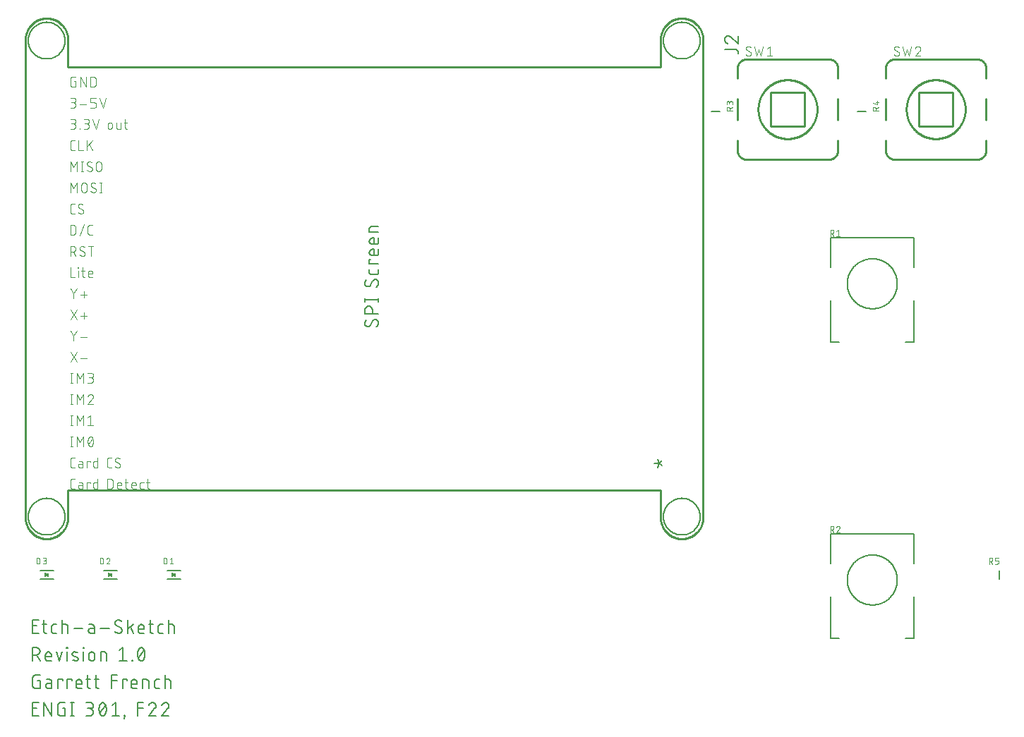
<source format=gbr>
G04 EAGLE Gerber RS-274X export*
G75*
%MOMM*%
%FSLAX34Y34*%
%LPD*%
%INSilkscreen Top*%
%IPPOS*%
%AMOC8*
5,1,8,0,0,1.08239X$1,22.5*%
G01*
%ADD10C,0.203200*%
%ADD11C,0.127000*%
%ADD12C,0.101600*%
%ADD13C,0.200000*%
%ADD14C,0.254000*%
%ADD15C,0.152400*%
%ADD16C,0.076200*%

G36*
X99605Y302176D02*
X99605Y302176D01*
X99705Y302175D01*
X99719Y302179D01*
X99731Y302179D01*
X99774Y302197D01*
X99884Y302233D01*
X103884Y304233D01*
X103919Y304259D01*
X103960Y304278D01*
X104009Y304326D01*
X104063Y304367D01*
X104088Y304404D01*
X104119Y304436D01*
X104148Y304498D01*
X104185Y304555D01*
X104195Y304599D01*
X104214Y304639D01*
X104219Y304708D01*
X104234Y304774D01*
X104228Y304819D01*
X104231Y304863D01*
X104212Y304929D01*
X104203Y304997D01*
X104182Y305036D01*
X104170Y305079D01*
X104129Y305134D01*
X104097Y305194D01*
X104063Y305224D01*
X104037Y305260D01*
X103966Y305309D01*
X103928Y305343D01*
X103907Y305351D01*
X103884Y305367D01*
X99884Y307367D01*
X99788Y307395D01*
X99694Y307427D01*
X99681Y307427D01*
X99668Y307431D01*
X99569Y307424D01*
X99469Y307421D01*
X99458Y307416D01*
X99445Y307415D01*
X99354Y307374D01*
X99262Y307336D01*
X99252Y307328D01*
X99240Y307322D01*
X99169Y307252D01*
X99096Y307185D01*
X99090Y307174D01*
X99081Y307164D01*
X99039Y307074D01*
X98993Y306985D01*
X98991Y306971D01*
X98986Y306961D01*
X98983Y306914D01*
X98966Y306800D01*
X98966Y302800D01*
X98983Y302702D01*
X98997Y302603D01*
X99003Y302592D01*
X99005Y302579D01*
X99056Y302493D01*
X99103Y302406D01*
X99113Y302397D01*
X99120Y302386D01*
X99197Y302323D01*
X99272Y302257D01*
X99284Y302253D01*
X99294Y302245D01*
X99388Y302213D01*
X99481Y302177D01*
X99494Y302177D01*
X99506Y302173D01*
X99605Y302176D01*
G37*
G36*
X175805Y302176D02*
X175805Y302176D01*
X175905Y302175D01*
X175919Y302179D01*
X175931Y302179D01*
X175974Y302197D01*
X176084Y302233D01*
X180084Y304233D01*
X180119Y304259D01*
X180160Y304278D01*
X180209Y304326D01*
X180263Y304367D01*
X180288Y304404D01*
X180319Y304436D01*
X180348Y304498D01*
X180385Y304555D01*
X180395Y304599D01*
X180414Y304639D01*
X180419Y304708D01*
X180434Y304774D01*
X180428Y304819D01*
X180431Y304863D01*
X180412Y304929D01*
X180403Y304997D01*
X180382Y305036D01*
X180370Y305079D01*
X180329Y305134D01*
X180297Y305194D01*
X180263Y305224D01*
X180237Y305260D01*
X180166Y305309D01*
X180128Y305343D01*
X180107Y305351D01*
X180084Y305367D01*
X176084Y307367D01*
X175988Y307395D01*
X175894Y307427D01*
X175881Y307427D01*
X175868Y307431D01*
X175769Y307424D01*
X175669Y307421D01*
X175658Y307416D01*
X175645Y307415D01*
X175554Y307374D01*
X175462Y307336D01*
X175452Y307328D01*
X175440Y307322D01*
X175369Y307252D01*
X175296Y307185D01*
X175290Y307174D01*
X175281Y307164D01*
X175239Y307074D01*
X175193Y306985D01*
X175191Y306971D01*
X175186Y306961D01*
X175183Y306914D01*
X175166Y306800D01*
X175166Y302800D01*
X175183Y302702D01*
X175197Y302603D01*
X175203Y302592D01*
X175205Y302579D01*
X175256Y302493D01*
X175303Y302406D01*
X175313Y302397D01*
X175320Y302386D01*
X175397Y302323D01*
X175472Y302257D01*
X175484Y302253D01*
X175494Y302245D01*
X175588Y302213D01*
X175681Y302177D01*
X175694Y302177D01*
X175706Y302173D01*
X175805Y302176D01*
G37*
G36*
X252005Y302176D02*
X252005Y302176D01*
X252105Y302175D01*
X252119Y302179D01*
X252131Y302179D01*
X252174Y302197D01*
X252284Y302233D01*
X256284Y304233D01*
X256319Y304259D01*
X256360Y304278D01*
X256409Y304326D01*
X256463Y304367D01*
X256488Y304404D01*
X256519Y304436D01*
X256548Y304498D01*
X256585Y304555D01*
X256595Y304599D01*
X256614Y304639D01*
X256619Y304708D01*
X256634Y304774D01*
X256628Y304819D01*
X256631Y304863D01*
X256612Y304929D01*
X256603Y304997D01*
X256582Y305036D01*
X256570Y305079D01*
X256529Y305134D01*
X256497Y305194D01*
X256463Y305224D01*
X256437Y305260D01*
X256366Y305309D01*
X256328Y305343D01*
X256307Y305351D01*
X256284Y305367D01*
X252284Y307367D01*
X252188Y307395D01*
X252094Y307427D01*
X252081Y307427D01*
X252068Y307431D01*
X251969Y307424D01*
X251869Y307421D01*
X251858Y307416D01*
X251845Y307415D01*
X251754Y307374D01*
X251662Y307336D01*
X251652Y307328D01*
X251640Y307322D01*
X251569Y307252D01*
X251496Y307185D01*
X251490Y307174D01*
X251481Y307164D01*
X251439Y307074D01*
X251393Y306985D01*
X251391Y306971D01*
X251386Y306961D01*
X251383Y306914D01*
X251366Y306800D01*
X251366Y302800D01*
X251383Y302702D01*
X251397Y302603D01*
X251403Y302592D01*
X251405Y302579D01*
X251456Y302493D01*
X251503Y302406D01*
X251513Y302397D01*
X251520Y302386D01*
X251597Y302323D01*
X251672Y302257D01*
X251684Y302253D01*
X251694Y302245D01*
X251788Y302213D01*
X251881Y302177D01*
X251894Y302177D01*
X251906Y302173D01*
X252005Y302176D01*
G37*
D10*
X91835Y234696D02*
X84836Y234696D01*
X84836Y250444D01*
X91835Y250444D01*
X90085Y243445D02*
X84836Y243445D01*
X96310Y245195D02*
X101559Y245195D01*
X98060Y250444D02*
X98060Y237321D01*
X98059Y237321D02*
X98061Y237220D01*
X98067Y237120D01*
X98076Y237020D01*
X98090Y236920D01*
X98107Y236821D01*
X98128Y236723D01*
X98153Y236625D01*
X98181Y236529D01*
X98214Y236434D01*
X98249Y236340D01*
X98289Y236247D01*
X98332Y236156D01*
X98378Y236067D01*
X98428Y235980D01*
X98481Y235894D01*
X98537Y235811D01*
X98596Y235730D01*
X98659Y235651D01*
X98724Y235575D01*
X98793Y235501D01*
X98864Y235430D01*
X98938Y235361D01*
X99014Y235296D01*
X99093Y235233D01*
X99174Y235174D01*
X99257Y235118D01*
X99343Y235065D01*
X99430Y235015D01*
X99519Y234969D01*
X99610Y234926D01*
X99703Y234886D01*
X99797Y234851D01*
X99892Y234818D01*
X99988Y234790D01*
X100086Y234765D01*
X100184Y234744D01*
X100283Y234727D01*
X100383Y234713D01*
X100483Y234704D01*
X100583Y234698D01*
X100684Y234696D01*
X101559Y234696D01*
X110205Y234696D02*
X113704Y234696D01*
X110205Y234696D02*
X110104Y234698D01*
X110004Y234704D01*
X109904Y234713D01*
X109804Y234727D01*
X109705Y234744D01*
X109607Y234765D01*
X109509Y234790D01*
X109413Y234818D01*
X109318Y234851D01*
X109224Y234886D01*
X109131Y234926D01*
X109040Y234969D01*
X108951Y235015D01*
X108864Y235065D01*
X108778Y235118D01*
X108695Y235174D01*
X108614Y235233D01*
X108535Y235296D01*
X108459Y235361D01*
X108385Y235430D01*
X108314Y235501D01*
X108245Y235575D01*
X108180Y235651D01*
X108117Y235730D01*
X108058Y235811D01*
X108002Y235894D01*
X107949Y235980D01*
X107899Y236067D01*
X107853Y236156D01*
X107810Y236247D01*
X107770Y236340D01*
X107735Y236434D01*
X107702Y236529D01*
X107674Y236625D01*
X107649Y236723D01*
X107628Y236821D01*
X107611Y236920D01*
X107597Y237020D01*
X107588Y237120D01*
X107582Y237220D01*
X107580Y237321D01*
X107580Y242570D01*
X107582Y242671D01*
X107588Y242771D01*
X107597Y242871D01*
X107611Y242971D01*
X107628Y243070D01*
X107649Y243168D01*
X107674Y243266D01*
X107702Y243362D01*
X107735Y243457D01*
X107770Y243551D01*
X107810Y243644D01*
X107853Y243735D01*
X107899Y243824D01*
X107949Y243911D01*
X108002Y243997D01*
X108058Y244080D01*
X108117Y244161D01*
X108180Y244240D01*
X108245Y244316D01*
X108314Y244390D01*
X108385Y244461D01*
X108459Y244530D01*
X108535Y244595D01*
X108614Y244658D01*
X108695Y244717D01*
X108778Y244773D01*
X108864Y244826D01*
X108951Y244876D01*
X109040Y244922D01*
X109131Y244965D01*
X109224Y245005D01*
X109318Y245041D01*
X109413Y245073D01*
X109509Y245101D01*
X109607Y245126D01*
X109705Y245147D01*
X109804Y245164D01*
X109904Y245178D01*
X110004Y245187D01*
X110104Y245193D01*
X110205Y245195D01*
X113704Y245195D01*
X120064Y250444D02*
X120064Y234696D01*
X120064Y245195D02*
X124438Y245195D01*
X124539Y245193D01*
X124639Y245187D01*
X124739Y245178D01*
X124839Y245164D01*
X124938Y245147D01*
X125036Y245126D01*
X125134Y245101D01*
X125230Y245073D01*
X125325Y245040D01*
X125419Y245005D01*
X125512Y244965D01*
X125603Y244922D01*
X125692Y244876D01*
X125779Y244826D01*
X125865Y244773D01*
X125948Y244717D01*
X126029Y244658D01*
X126108Y244595D01*
X126184Y244530D01*
X126258Y244461D01*
X126329Y244390D01*
X126398Y244316D01*
X126463Y244240D01*
X126526Y244161D01*
X126585Y244080D01*
X126641Y243997D01*
X126694Y243911D01*
X126744Y243824D01*
X126790Y243735D01*
X126833Y243644D01*
X126873Y243551D01*
X126908Y243457D01*
X126941Y243362D01*
X126969Y243266D01*
X126994Y243168D01*
X127015Y243070D01*
X127032Y242971D01*
X127046Y242871D01*
X127055Y242771D01*
X127061Y242671D01*
X127063Y242570D01*
X127063Y234696D01*
X134466Y240820D02*
X144965Y240820D01*
X154821Y240820D02*
X158758Y240820D01*
X154821Y240820D02*
X154712Y240818D01*
X154603Y240812D01*
X154494Y240802D01*
X154385Y240789D01*
X154277Y240771D01*
X154170Y240750D01*
X154064Y240725D01*
X153958Y240696D01*
X153854Y240663D01*
X153751Y240627D01*
X153649Y240587D01*
X153549Y240543D01*
X153450Y240496D01*
X153354Y240445D01*
X153259Y240391D01*
X153166Y240334D01*
X153075Y240273D01*
X152986Y240209D01*
X152900Y240142D01*
X152816Y240072D01*
X152734Y239999D01*
X152656Y239923D01*
X152580Y239845D01*
X152507Y239763D01*
X152437Y239679D01*
X152370Y239593D01*
X152306Y239504D01*
X152245Y239413D01*
X152188Y239320D01*
X152134Y239225D01*
X152083Y239129D01*
X152036Y239030D01*
X151992Y238930D01*
X151952Y238828D01*
X151916Y238725D01*
X151883Y238621D01*
X151854Y238515D01*
X151829Y238409D01*
X151808Y238302D01*
X151790Y238194D01*
X151777Y238085D01*
X151767Y237976D01*
X151761Y237867D01*
X151759Y237758D01*
X151761Y237649D01*
X151767Y237540D01*
X151777Y237431D01*
X151790Y237322D01*
X151808Y237214D01*
X151829Y237107D01*
X151854Y237001D01*
X151883Y236895D01*
X151916Y236791D01*
X151952Y236688D01*
X151992Y236586D01*
X152036Y236486D01*
X152083Y236387D01*
X152134Y236291D01*
X152188Y236196D01*
X152245Y236103D01*
X152306Y236012D01*
X152370Y235923D01*
X152437Y235837D01*
X152507Y235753D01*
X152580Y235671D01*
X152656Y235593D01*
X152734Y235517D01*
X152816Y235444D01*
X152900Y235374D01*
X152986Y235307D01*
X153075Y235243D01*
X153166Y235182D01*
X153259Y235125D01*
X153354Y235071D01*
X153450Y235020D01*
X153549Y234973D01*
X153649Y234929D01*
X153751Y234889D01*
X153854Y234853D01*
X153958Y234820D01*
X154064Y234791D01*
X154170Y234766D01*
X154277Y234745D01*
X154385Y234727D01*
X154494Y234714D01*
X154603Y234704D01*
X154712Y234698D01*
X154821Y234696D01*
X158758Y234696D01*
X158758Y242570D01*
X158759Y242570D02*
X158757Y242671D01*
X158751Y242771D01*
X158742Y242871D01*
X158728Y242971D01*
X158711Y243070D01*
X158690Y243168D01*
X158665Y243266D01*
X158637Y243362D01*
X158604Y243457D01*
X158569Y243551D01*
X158529Y243644D01*
X158486Y243735D01*
X158440Y243824D01*
X158390Y243911D01*
X158337Y243997D01*
X158281Y244080D01*
X158222Y244161D01*
X158159Y244240D01*
X158094Y244316D01*
X158025Y244390D01*
X157954Y244461D01*
X157880Y244530D01*
X157804Y244595D01*
X157725Y244658D01*
X157644Y244717D01*
X157561Y244773D01*
X157475Y244826D01*
X157388Y244876D01*
X157299Y244922D01*
X157208Y244965D01*
X157115Y245005D01*
X157021Y245040D01*
X156926Y245073D01*
X156830Y245101D01*
X156732Y245126D01*
X156634Y245147D01*
X156535Y245164D01*
X156435Y245178D01*
X156335Y245187D01*
X156235Y245193D01*
X156134Y245195D01*
X152634Y245195D01*
X166250Y240820D02*
X176748Y240820D01*
X188526Y234696D02*
X188643Y234698D01*
X188760Y234704D01*
X188876Y234714D01*
X188992Y234727D01*
X189108Y234745D01*
X189223Y234766D01*
X189337Y234791D01*
X189451Y234820D01*
X189563Y234853D01*
X189674Y234890D01*
X189784Y234930D01*
X189892Y234974D01*
X189999Y235021D01*
X190105Y235072D01*
X190208Y235127D01*
X190310Y235185D01*
X190409Y235246D01*
X190507Y235310D01*
X190602Y235378D01*
X190695Y235449D01*
X190786Y235523D01*
X190874Y235600D01*
X190959Y235680D01*
X191042Y235763D01*
X191122Y235848D01*
X191199Y235936D01*
X191273Y236027D01*
X191344Y236120D01*
X191412Y236215D01*
X191476Y236313D01*
X191537Y236412D01*
X191595Y236514D01*
X191650Y236617D01*
X191701Y236723D01*
X191748Y236830D01*
X191792Y236938D01*
X191832Y237048D01*
X191869Y237159D01*
X191902Y237271D01*
X191931Y237385D01*
X191956Y237499D01*
X191977Y237614D01*
X191995Y237729D01*
X192008Y237846D01*
X192018Y237962D01*
X192024Y238079D01*
X192026Y238196D01*
X188526Y234696D02*
X188349Y234698D01*
X188172Y234704D01*
X187996Y234715D01*
X187819Y234730D01*
X187644Y234749D01*
X187468Y234772D01*
X187294Y234799D01*
X187119Y234831D01*
X186946Y234867D01*
X186774Y234907D01*
X186603Y234951D01*
X186432Y234999D01*
X186263Y235051D01*
X186096Y235107D01*
X185929Y235167D01*
X185764Y235231D01*
X185601Y235299D01*
X185439Y235371D01*
X185280Y235447D01*
X185122Y235526D01*
X184966Y235610D01*
X184812Y235697D01*
X184660Y235787D01*
X184510Y235882D01*
X184363Y235980D01*
X184218Y236081D01*
X184075Y236186D01*
X183935Y236294D01*
X183798Y236405D01*
X183663Y236520D01*
X183532Y236638D01*
X183403Y236759D01*
X183277Y236883D01*
X183714Y246944D02*
X183716Y247061D01*
X183722Y247178D01*
X183732Y247294D01*
X183745Y247411D01*
X183763Y247526D01*
X183784Y247641D01*
X183809Y247755D01*
X183838Y247869D01*
X183871Y247981D01*
X183908Y248092D01*
X183948Y248202D01*
X183992Y248310D01*
X184039Y248417D01*
X184090Y248523D01*
X184145Y248626D01*
X184203Y248728D01*
X184264Y248827D01*
X184328Y248925D01*
X184396Y249020D01*
X184467Y249113D01*
X184541Y249204D01*
X184618Y249292D01*
X184698Y249377D01*
X184781Y249460D01*
X184866Y249540D01*
X184954Y249617D01*
X185045Y249691D01*
X185138Y249762D01*
X185233Y249830D01*
X185331Y249894D01*
X185430Y249955D01*
X185532Y250013D01*
X185635Y250068D01*
X185741Y250119D01*
X185848Y250166D01*
X185956Y250210D01*
X186066Y250250D01*
X186177Y250287D01*
X186289Y250320D01*
X186403Y250349D01*
X186517Y250374D01*
X186632Y250395D01*
X186747Y250413D01*
X186864Y250426D01*
X186980Y250436D01*
X187097Y250442D01*
X187214Y250444D01*
X187370Y250442D01*
X187527Y250437D01*
X187683Y250427D01*
X187839Y250414D01*
X187994Y250397D01*
X188149Y250377D01*
X188304Y250353D01*
X188458Y250325D01*
X188611Y250294D01*
X188763Y250259D01*
X188915Y250220D01*
X189065Y250177D01*
X189215Y250132D01*
X189363Y250082D01*
X189510Y250029D01*
X189656Y249973D01*
X189801Y249913D01*
X189944Y249849D01*
X190085Y249783D01*
X190225Y249713D01*
X190363Y249639D01*
X190499Y249562D01*
X190634Y249483D01*
X190766Y249399D01*
X190897Y249313D01*
X191025Y249224D01*
X191151Y249132D01*
X185465Y243882D02*
X185366Y243942D01*
X185270Y244006D01*
X185176Y244072D01*
X185084Y244141D01*
X184994Y244214D01*
X184906Y244289D01*
X184822Y244367D01*
X184739Y244448D01*
X184660Y244531D01*
X184583Y244617D01*
X184509Y244705D01*
X184437Y244796D01*
X184369Y244889D01*
X184304Y244984D01*
X184242Y245082D01*
X184183Y245181D01*
X184128Y245282D01*
X184075Y245385D01*
X184027Y245489D01*
X183981Y245595D01*
X183939Y245702D01*
X183900Y245811D01*
X183865Y245921D01*
X183834Y246032D01*
X183806Y246144D01*
X183782Y246256D01*
X183762Y246370D01*
X183745Y246484D01*
X183732Y246599D01*
X183722Y246714D01*
X183717Y246829D01*
X183715Y246944D01*
X190276Y241258D02*
X190375Y241198D01*
X190471Y241134D01*
X190565Y241068D01*
X190657Y240999D01*
X190747Y240926D01*
X190835Y240851D01*
X190919Y240773D01*
X191002Y240692D01*
X191081Y240609D01*
X191158Y240523D01*
X191232Y240435D01*
X191304Y240344D01*
X191372Y240251D01*
X191437Y240156D01*
X191499Y240058D01*
X191558Y239959D01*
X191613Y239858D01*
X191666Y239755D01*
X191715Y239651D01*
X191760Y239545D01*
X191802Y239438D01*
X191841Y239329D01*
X191876Y239219D01*
X191907Y239108D01*
X191935Y238996D01*
X191959Y238884D01*
X191979Y238770D01*
X191996Y238656D01*
X192009Y238541D01*
X192019Y238426D01*
X192024Y238311D01*
X192026Y238196D01*
X190276Y241258D02*
X185464Y243882D01*
X198944Y250444D02*
X198944Y234696D01*
X198944Y239945D02*
X205943Y245195D01*
X202006Y242133D02*
X205943Y234696D01*
X214392Y234696D02*
X218766Y234696D01*
X214392Y234696D02*
X214291Y234698D01*
X214191Y234704D01*
X214091Y234713D01*
X213991Y234727D01*
X213892Y234744D01*
X213794Y234765D01*
X213696Y234790D01*
X213600Y234818D01*
X213505Y234851D01*
X213411Y234886D01*
X213318Y234926D01*
X213227Y234969D01*
X213138Y235015D01*
X213051Y235065D01*
X212965Y235118D01*
X212882Y235174D01*
X212801Y235233D01*
X212722Y235296D01*
X212646Y235361D01*
X212572Y235430D01*
X212501Y235501D01*
X212432Y235575D01*
X212367Y235651D01*
X212304Y235730D01*
X212245Y235811D01*
X212189Y235894D01*
X212136Y235980D01*
X212086Y236067D01*
X212040Y236156D01*
X211997Y236247D01*
X211957Y236340D01*
X211922Y236434D01*
X211889Y236529D01*
X211861Y236625D01*
X211836Y236723D01*
X211815Y236821D01*
X211798Y236920D01*
X211784Y237020D01*
X211775Y237120D01*
X211769Y237220D01*
X211767Y237321D01*
X211767Y241695D01*
X211769Y241813D01*
X211775Y241931D01*
X211785Y242049D01*
X211799Y242166D01*
X211817Y242283D01*
X211839Y242400D01*
X211864Y242515D01*
X211894Y242629D01*
X211928Y242743D01*
X211965Y242855D01*
X212006Y242966D01*
X212051Y243075D01*
X212099Y243183D01*
X212151Y243289D01*
X212207Y243394D01*
X212266Y243496D01*
X212328Y243596D01*
X212394Y243694D01*
X212463Y243790D01*
X212536Y243884D01*
X212611Y243975D01*
X212690Y244063D01*
X212771Y244149D01*
X212856Y244232D01*
X212943Y244312D01*
X213032Y244389D01*
X213125Y244463D01*
X213219Y244533D01*
X213316Y244601D01*
X213416Y244665D01*
X213517Y244726D01*
X213620Y244783D01*
X213726Y244837D01*
X213833Y244888D01*
X213941Y244934D01*
X214051Y244977D01*
X214163Y245016D01*
X214276Y245052D01*
X214390Y245083D01*
X214505Y245111D01*
X214620Y245135D01*
X214737Y245155D01*
X214854Y245171D01*
X214972Y245183D01*
X215090Y245191D01*
X215208Y245195D01*
X215326Y245195D01*
X215444Y245191D01*
X215562Y245183D01*
X215680Y245171D01*
X215797Y245155D01*
X215914Y245135D01*
X216029Y245111D01*
X216144Y245083D01*
X216258Y245052D01*
X216371Y245016D01*
X216483Y244977D01*
X216593Y244934D01*
X216701Y244888D01*
X216808Y244837D01*
X216914Y244783D01*
X217017Y244726D01*
X217118Y244665D01*
X217218Y244601D01*
X217315Y244533D01*
X217409Y244463D01*
X217502Y244389D01*
X217591Y244312D01*
X217678Y244232D01*
X217763Y244149D01*
X217844Y244063D01*
X217923Y243975D01*
X217998Y243884D01*
X218071Y243790D01*
X218140Y243694D01*
X218206Y243596D01*
X218268Y243496D01*
X218327Y243394D01*
X218383Y243289D01*
X218435Y243183D01*
X218483Y243075D01*
X218528Y242966D01*
X218569Y242855D01*
X218606Y242743D01*
X218640Y242629D01*
X218670Y242515D01*
X218695Y242400D01*
X218717Y242283D01*
X218735Y242166D01*
X218749Y242049D01*
X218759Y241931D01*
X218765Y241813D01*
X218767Y241695D01*
X218766Y241695D02*
X218766Y239945D01*
X211767Y239945D01*
X223965Y245195D02*
X229214Y245195D01*
X225715Y250444D02*
X225715Y237321D01*
X225714Y237321D02*
X225716Y237220D01*
X225722Y237120D01*
X225731Y237020D01*
X225745Y236920D01*
X225762Y236821D01*
X225783Y236723D01*
X225808Y236625D01*
X225836Y236529D01*
X225869Y236434D01*
X225904Y236340D01*
X225944Y236247D01*
X225987Y236156D01*
X226033Y236067D01*
X226083Y235980D01*
X226136Y235894D01*
X226192Y235811D01*
X226251Y235730D01*
X226314Y235651D01*
X226379Y235575D01*
X226448Y235501D01*
X226519Y235430D01*
X226593Y235361D01*
X226669Y235296D01*
X226748Y235233D01*
X226829Y235174D01*
X226912Y235118D01*
X226998Y235065D01*
X227085Y235015D01*
X227174Y234969D01*
X227265Y234926D01*
X227358Y234886D01*
X227452Y234851D01*
X227547Y234818D01*
X227643Y234790D01*
X227741Y234765D01*
X227839Y234744D01*
X227938Y234727D01*
X228038Y234713D01*
X228138Y234704D01*
X228238Y234698D01*
X228339Y234696D01*
X229214Y234696D01*
X237860Y234696D02*
X241359Y234696D01*
X237860Y234696D02*
X237759Y234698D01*
X237659Y234704D01*
X237559Y234713D01*
X237459Y234727D01*
X237360Y234744D01*
X237262Y234765D01*
X237164Y234790D01*
X237068Y234818D01*
X236973Y234851D01*
X236879Y234886D01*
X236786Y234926D01*
X236695Y234969D01*
X236606Y235015D01*
X236519Y235065D01*
X236433Y235118D01*
X236350Y235174D01*
X236269Y235233D01*
X236190Y235296D01*
X236114Y235361D01*
X236040Y235430D01*
X235969Y235501D01*
X235900Y235575D01*
X235835Y235651D01*
X235772Y235730D01*
X235713Y235811D01*
X235657Y235894D01*
X235604Y235980D01*
X235554Y236067D01*
X235508Y236156D01*
X235465Y236247D01*
X235425Y236340D01*
X235390Y236434D01*
X235357Y236529D01*
X235329Y236625D01*
X235304Y236723D01*
X235283Y236821D01*
X235266Y236920D01*
X235252Y237020D01*
X235243Y237120D01*
X235237Y237220D01*
X235235Y237321D01*
X235235Y242570D01*
X235237Y242671D01*
X235243Y242771D01*
X235252Y242871D01*
X235266Y242971D01*
X235283Y243070D01*
X235304Y243168D01*
X235329Y243266D01*
X235357Y243362D01*
X235390Y243457D01*
X235425Y243551D01*
X235465Y243644D01*
X235508Y243735D01*
X235554Y243824D01*
X235604Y243911D01*
X235657Y243997D01*
X235713Y244080D01*
X235772Y244161D01*
X235835Y244240D01*
X235900Y244316D01*
X235969Y244390D01*
X236040Y244461D01*
X236114Y244530D01*
X236190Y244595D01*
X236269Y244658D01*
X236350Y244717D01*
X236433Y244773D01*
X236519Y244826D01*
X236606Y244876D01*
X236695Y244922D01*
X236786Y244965D01*
X236879Y245005D01*
X236973Y245041D01*
X237068Y245073D01*
X237164Y245101D01*
X237262Y245126D01*
X237360Y245147D01*
X237459Y245164D01*
X237559Y245178D01*
X237659Y245187D01*
X237759Y245193D01*
X237860Y245195D01*
X241359Y245195D01*
X247719Y250444D02*
X247719Y234696D01*
X247719Y245195D02*
X252093Y245195D01*
X252194Y245193D01*
X252294Y245187D01*
X252394Y245178D01*
X252494Y245164D01*
X252593Y245147D01*
X252691Y245126D01*
X252789Y245101D01*
X252885Y245073D01*
X252980Y245040D01*
X253074Y245005D01*
X253167Y244965D01*
X253258Y244922D01*
X253347Y244876D01*
X253434Y244826D01*
X253520Y244773D01*
X253603Y244717D01*
X253684Y244658D01*
X253763Y244595D01*
X253839Y244530D01*
X253913Y244461D01*
X253984Y244390D01*
X254053Y244316D01*
X254118Y244240D01*
X254181Y244161D01*
X254240Y244080D01*
X254296Y243997D01*
X254349Y243911D01*
X254399Y243824D01*
X254445Y243735D01*
X254488Y243644D01*
X254528Y243551D01*
X254563Y243457D01*
X254596Y243362D01*
X254624Y243266D01*
X254649Y243168D01*
X254670Y243070D01*
X254687Y242971D01*
X254701Y242871D01*
X254710Y242771D01*
X254716Y242671D01*
X254718Y242570D01*
X254718Y234696D01*
X84836Y217424D02*
X84836Y201676D01*
X84836Y217424D02*
X89210Y217424D01*
X89341Y217422D01*
X89472Y217416D01*
X89602Y217406D01*
X89732Y217393D01*
X89862Y217375D01*
X89991Y217354D01*
X90119Y217328D01*
X90247Y217299D01*
X90374Y217266D01*
X90499Y217230D01*
X90624Y217189D01*
X90747Y217145D01*
X90869Y217097D01*
X90989Y217046D01*
X91108Y216991D01*
X91225Y216932D01*
X91340Y216870D01*
X91453Y216805D01*
X91565Y216736D01*
X91674Y216664D01*
X91781Y216589D01*
X91886Y216510D01*
X91988Y216429D01*
X92088Y216344D01*
X92185Y216256D01*
X92280Y216166D01*
X92372Y216073D01*
X92461Y215977D01*
X92547Y215878D01*
X92630Y215777D01*
X92710Y215674D01*
X92787Y215568D01*
X92860Y215460D01*
X92931Y215349D01*
X92998Y215237D01*
X93062Y215123D01*
X93122Y215007D01*
X93179Y214889D01*
X93232Y214769D01*
X93282Y214648D01*
X93328Y214525D01*
X93370Y214402D01*
X93408Y214277D01*
X93443Y214150D01*
X93474Y214023D01*
X93502Y213895D01*
X93525Y213767D01*
X93544Y213637D01*
X93560Y213507D01*
X93572Y213377D01*
X93580Y213246D01*
X93584Y213115D01*
X93584Y212985D01*
X93580Y212854D01*
X93572Y212723D01*
X93560Y212593D01*
X93544Y212463D01*
X93525Y212333D01*
X93502Y212205D01*
X93474Y212077D01*
X93443Y211950D01*
X93408Y211823D01*
X93370Y211698D01*
X93328Y211575D01*
X93282Y211452D01*
X93232Y211331D01*
X93179Y211211D01*
X93122Y211093D01*
X93062Y210977D01*
X92998Y210863D01*
X92931Y210751D01*
X92860Y210640D01*
X92787Y210532D01*
X92710Y210426D01*
X92630Y210323D01*
X92547Y210222D01*
X92461Y210123D01*
X92372Y210027D01*
X92280Y209934D01*
X92185Y209844D01*
X92088Y209756D01*
X91988Y209671D01*
X91886Y209590D01*
X91781Y209511D01*
X91674Y209436D01*
X91565Y209364D01*
X91453Y209295D01*
X91340Y209230D01*
X91225Y209168D01*
X91108Y209109D01*
X90989Y209054D01*
X90869Y209003D01*
X90747Y208955D01*
X90624Y208911D01*
X90499Y208870D01*
X90374Y208834D01*
X90247Y208801D01*
X90119Y208772D01*
X89991Y208746D01*
X89862Y208725D01*
X89732Y208707D01*
X89602Y208694D01*
X89472Y208684D01*
X89341Y208678D01*
X89210Y208676D01*
X89210Y208675D02*
X84836Y208675D01*
X90085Y208675D02*
X93585Y201676D01*
X102815Y201676D02*
X107189Y201676D01*
X102815Y201676D02*
X102714Y201678D01*
X102614Y201684D01*
X102514Y201693D01*
X102414Y201707D01*
X102315Y201724D01*
X102217Y201745D01*
X102119Y201770D01*
X102023Y201798D01*
X101928Y201831D01*
X101834Y201866D01*
X101741Y201906D01*
X101650Y201949D01*
X101561Y201995D01*
X101474Y202045D01*
X101388Y202098D01*
X101305Y202154D01*
X101224Y202213D01*
X101145Y202276D01*
X101069Y202341D01*
X100995Y202410D01*
X100924Y202481D01*
X100855Y202555D01*
X100790Y202631D01*
X100727Y202710D01*
X100668Y202791D01*
X100612Y202874D01*
X100559Y202960D01*
X100509Y203047D01*
X100463Y203136D01*
X100420Y203227D01*
X100380Y203320D01*
X100345Y203414D01*
X100312Y203509D01*
X100284Y203605D01*
X100259Y203703D01*
X100238Y203801D01*
X100221Y203900D01*
X100207Y204000D01*
X100198Y204100D01*
X100192Y204200D01*
X100190Y204301D01*
X100190Y208675D01*
X100189Y208675D02*
X100191Y208793D01*
X100197Y208911D01*
X100207Y209029D01*
X100221Y209146D01*
X100239Y209263D01*
X100261Y209380D01*
X100286Y209495D01*
X100316Y209609D01*
X100350Y209723D01*
X100387Y209835D01*
X100428Y209946D01*
X100473Y210055D01*
X100521Y210163D01*
X100573Y210269D01*
X100629Y210374D01*
X100688Y210476D01*
X100750Y210576D01*
X100816Y210674D01*
X100885Y210770D01*
X100958Y210864D01*
X101033Y210955D01*
X101112Y211043D01*
X101193Y211129D01*
X101278Y211212D01*
X101365Y211292D01*
X101454Y211369D01*
X101547Y211443D01*
X101641Y211513D01*
X101738Y211581D01*
X101838Y211645D01*
X101939Y211706D01*
X102042Y211763D01*
X102148Y211817D01*
X102255Y211868D01*
X102363Y211914D01*
X102473Y211957D01*
X102585Y211996D01*
X102698Y212032D01*
X102812Y212063D01*
X102927Y212091D01*
X103042Y212115D01*
X103159Y212135D01*
X103276Y212151D01*
X103394Y212163D01*
X103512Y212171D01*
X103630Y212175D01*
X103748Y212175D01*
X103866Y212171D01*
X103984Y212163D01*
X104102Y212151D01*
X104219Y212135D01*
X104336Y212115D01*
X104451Y212091D01*
X104566Y212063D01*
X104680Y212032D01*
X104793Y211996D01*
X104905Y211957D01*
X105015Y211914D01*
X105123Y211868D01*
X105230Y211817D01*
X105336Y211763D01*
X105439Y211706D01*
X105540Y211645D01*
X105640Y211581D01*
X105737Y211513D01*
X105831Y211443D01*
X105924Y211369D01*
X106013Y211292D01*
X106100Y211212D01*
X106185Y211129D01*
X106266Y211043D01*
X106345Y210955D01*
X106420Y210864D01*
X106493Y210770D01*
X106562Y210674D01*
X106628Y210576D01*
X106690Y210476D01*
X106749Y210374D01*
X106805Y210269D01*
X106857Y210163D01*
X106905Y210055D01*
X106950Y209946D01*
X106991Y209835D01*
X107028Y209723D01*
X107062Y209609D01*
X107092Y209495D01*
X107117Y209380D01*
X107139Y209263D01*
X107157Y209146D01*
X107171Y209029D01*
X107181Y208911D01*
X107187Y208793D01*
X107189Y208675D01*
X107189Y206925D01*
X100190Y206925D01*
X113216Y212175D02*
X116715Y201676D01*
X120215Y212175D01*
X126094Y212175D02*
X126094Y201676D01*
X125657Y216549D02*
X125657Y217424D01*
X126532Y217424D01*
X126532Y216549D01*
X125657Y216549D01*
X133807Y207800D02*
X138181Y206050D01*
X133807Y207800D02*
X133720Y207837D01*
X133635Y207877D01*
X133552Y207921D01*
X133471Y207968D01*
X133392Y208018D01*
X133315Y208072D01*
X133240Y208129D01*
X133167Y208189D01*
X133098Y208252D01*
X133030Y208317D01*
X132966Y208386D01*
X132904Y208457D01*
X132846Y208530D01*
X132791Y208606D01*
X132738Y208684D01*
X132689Y208764D01*
X132644Y208846D01*
X132602Y208930D01*
X132563Y209016D01*
X132528Y209103D01*
X132496Y209192D01*
X132469Y209281D01*
X132445Y209372D01*
X132424Y209464D01*
X132408Y209557D01*
X132396Y209650D01*
X132387Y209743D01*
X132382Y209837D01*
X132381Y209931D01*
X132384Y210025D01*
X132391Y210119D01*
X132402Y210212D01*
X132416Y210305D01*
X132435Y210397D01*
X132457Y210488D01*
X132483Y210578D01*
X132513Y210667D01*
X132546Y210755D01*
X132583Y210842D01*
X132623Y210926D01*
X132667Y211009D01*
X132715Y211090D01*
X132766Y211170D01*
X132820Y211246D01*
X132877Y211321D01*
X132937Y211393D01*
X133000Y211463D01*
X133066Y211530D01*
X133134Y211594D01*
X133206Y211655D01*
X133279Y211714D01*
X133355Y211769D01*
X133433Y211821D01*
X133514Y211869D01*
X133596Y211915D01*
X133680Y211957D01*
X133766Y211995D01*
X133853Y212030D01*
X133942Y212061D01*
X134032Y212088D01*
X134123Y212112D01*
X134214Y212132D01*
X134307Y212148D01*
X134400Y212160D01*
X134494Y212169D01*
X134587Y212173D01*
X134681Y212174D01*
X134681Y212175D02*
X134920Y212169D01*
X135158Y212157D01*
X135397Y212139D01*
X135634Y212115D01*
X135872Y212086D01*
X136108Y212051D01*
X136343Y212011D01*
X136578Y211965D01*
X136811Y211913D01*
X137043Y211855D01*
X137273Y211792D01*
X137502Y211724D01*
X137729Y211650D01*
X137955Y211570D01*
X138178Y211486D01*
X138399Y211396D01*
X138618Y211300D01*
X138181Y206050D02*
X138268Y206013D01*
X138353Y205973D01*
X138436Y205929D01*
X138517Y205882D01*
X138596Y205832D01*
X138673Y205778D01*
X138748Y205721D01*
X138821Y205661D01*
X138890Y205598D01*
X138958Y205533D01*
X139022Y205464D01*
X139084Y205393D01*
X139142Y205320D01*
X139197Y205244D01*
X139250Y205166D01*
X139299Y205086D01*
X139344Y205004D01*
X139386Y204920D01*
X139425Y204834D01*
X139460Y204747D01*
X139492Y204658D01*
X139519Y204569D01*
X139543Y204478D01*
X139564Y204386D01*
X139580Y204293D01*
X139592Y204200D01*
X139601Y204107D01*
X139606Y204013D01*
X139607Y203919D01*
X139604Y203825D01*
X139597Y203731D01*
X139586Y203638D01*
X139572Y203545D01*
X139553Y203453D01*
X139531Y203362D01*
X139505Y203272D01*
X139475Y203183D01*
X139442Y203095D01*
X139405Y203008D01*
X139365Y202924D01*
X139321Y202841D01*
X139273Y202760D01*
X139222Y202680D01*
X139168Y202604D01*
X139111Y202529D01*
X139051Y202457D01*
X138988Y202387D01*
X138922Y202320D01*
X138854Y202256D01*
X138782Y202195D01*
X138709Y202136D01*
X138633Y202081D01*
X138555Y202029D01*
X138474Y201981D01*
X138392Y201935D01*
X138308Y201893D01*
X138222Y201855D01*
X138135Y201820D01*
X138046Y201789D01*
X137956Y201762D01*
X137865Y201738D01*
X137774Y201718D01*
X137681Y201702D01*
X137588Y201690D01*
X137494Y201681D01*
X137401Y201677D01*
X137307Y201676D01*
X137306Y201676D02*
X136955Y201685D01*
X136604Y201702D01*
X136254Y201728D01*
X135905Y201762D01*
X135557Y201804D01*
X135210Y201855D01*
X134864Y201913D01*
X134519Y201980D01*
X134176Y202055D01*
X133835Y202138D01*
X133496Y202229D01*
X133160Y202328D01*
X132825Y202435D01*
X132494Y202550D01*
X145894Y201676D02*
X145894Y212175D01*
X145456Y216549D02*
X145456Y217424D01*
X146331Y217424D01*
X146331Y216549D01*
X145456Y216549D01*
X152294Y208675D02*
X152294Y205176D01*
X152293Y208675D02*
X152295Y208793D01*
X152301Y208911D01*
X152311Y209029D01*
X152325Y209146D01*
X152343Y209263D01*
X152365Y209380D01*
X152390Y209495D01*
X152420Y209609D01*
X152454Y209723D01*
X152491Y209835D01*
X152532Y209946D01*
X152577Y210055D01*
X152625Y210163D01*
X152677Y210269D01*
X152733Y210374D01*
X152792Y210476D01*
X152854Y210576D01*
X152920Y210674D01*
X152989Y210770D01*
X153062Y210864D01*
X153137Y210955D01*
X153216Y211043D01*
X153297Y211129D01*
X153382Y211212D01*
X153469Y211292D01*
X153558Y211369D01*
X153651Y211443D01*
X153745Y211513D01*
X153842Y211581D01*
X153942Y211645D01*
X154043Y211706D01*
X154146Y211763D01*
X154252Y211817D01*
X154359Y211868D01*
X154467Y211914D01*
X154577Y211957D01*
X154689Y211996D01*
X154802Y212032D01*
X154916Y212063D01*
X155031Y212091D01*
X155146Y212115D01*
X155263Y212135D01*
X155380Y212151D01*
X155498Y212163D01*
X155616Y212171D01*
X155734Y212175D01*
X155852Y212175D01*
X155970Y212171D01*
X156088Y212163D01*
X156206Y212151D01*
X156323Y212135D01*
X156440Y212115D01*
X156555Y212091D01*
X156670Y212063D01*
X156784Y212032D01*
X156897Y211996D01*
X157009Y211957D01*
X157119Y211914D01*
X157227Y211868D01*
X157334Y211817D01*
X157440Y211763D01*
X157543Y211706D01*
X157644Y211645D01*
X157744Y211581D01*
X157841Y211513D01*
X157935Y211443D01*
X158028Y211369D01*
X158117Y211292D01*
X158204Y211212D01*
X158289Y211129D01*
X158370Y211043D01*
X158449Y210955D01*
X158524Y210864D01*
X158597Y210770D01*
X158666Y210674D01*
X158732Y210576D01*
X158794Y210476D01*
X158853Y210374D01*
X158909Y210269D01*
X158961Y210163D01*
X159009Y210055D01*
X159054Y209946D01*
X159095Y209835D01*
X159132Y209723D01*
X159166Y209609D01*
X159196Y209495D01*
X159221Y209380D01*
X159243Y209263D01*
X159261Y209146D01*
X159275Y209029D01*
X159285Y208911D01*
X159291Y208793D01*
X159293Y208675D01*
X159293Y205176D01*
X159291Y205058D01*
X159285Y204940D01*
X159275Y204822D01*
X159261Y204705D01*
X159243Y204588D01*
X159221Y204471D01*
X159196Y204356D01*
X159166Y204242D01*
X159132Y204128D01*
X159095Y204016D01*
X159054Y203905D01*
X159009Y203796D01*
X158961Y203688D01*
X158909Y203582D01*
X158853Y203477D01*
X158794Y203375D01*
X158732Y203275D01*
X158666Y203177D01*
X158597Y203081D01*
X158524Y202987D01*
X158449Y202896D01*
X158370Y202808D01*
X158289Y202722D01*
X158204Y202639D01*
X158117Y202559D01*
X158028Y202482D01*
X157935Y202408D01*
X157841Y202338D01*
X157744Y202270D01*
X157644Y202206D01*
X157543Y202145D01*
X157440Y202088D01*
X157334Y202034D01*
X157227Y201983D01*
X157119Y201937D01*
X157009Y201894D01*
X156897Y201855D01*
X156784Y201819D01*
X156670Y201788D01*
X156555Y201760D01*
X156440Y201736D01*
X156323Y201716D01*
X156206Y201700D01*
X156088Y201688D01*
X155970Y201680D01*
X155852Y201676D01*
X155734Y201676D01*
X155616Y201680D01*
X155498Y201688D01*
X155380Y201700D01*
X155263Y201716D01*
X155146Y201736D01*
X155031Y201760D01*
X154916Y201788D01*
X154802Y201819D01*
X154689Y201855D01*
X154577Y201894D01*
X154467Y201937D01*
X154359Y201983D01*
X154252Y202034D01*
X154146Y202088D01*
X154043Y202145D01*
X153942Y202206D01*
X153842Y202270D01*
X153745Y202338D01*
X153651Y202408D01*
X153558Y202482D01*
X153469Y202559D01*
X153382Y202639D01*
X153297Y202722D01*
X153216Y202808D01*
X153137Y202896D01*
X153062Y202987D01*
X152989Y203081D01*
X152920Y203177D01*
X152854Y203275D01*
X152792Y203375D01*
X152733Y203477D01*
X152677Y203582D01*
X152625Y203688D01*
X152577Y203796D01*
X152532Y203905D01*
X152491Y204016D01*
X152454Y204128D01*
X152420Y204242D01*
X152390Y204356D01*
X152365Y204471D01*
X152343Y204588D01*
X152325Y204705D01*
X152311Y204822D01*
X152301Y204940D01*
X152295Y205058D01*
X152293Y205176D01*
X166362Y201676D02*
X166362Y212175D01*
X170736Y212175D01*
X170837Y212173D01*
X170937Y212167D01*
X171037Y212158D01*
X171137Y212144D01*
X171236Y212127D01*
X171334Y212106D01*
X171432Y212081D01*
X171528Y212053D01*
X171623Y212020D01*
X171717Y211985D01*
X171810Y211945D01*
X171901Y211902D01*
X171990Y211856D01*
X172077Y211806D01*
X172163Y211753D01*
X172246Y211697D01*
X172327Y211638D01*
X172406Y211575D01*
X172482Y211510D01*
X172556Y211441D01*
X172627Y211370D01*
X172696Y211296D01*
X172761Y211220D01*
X172824Y211141D01*
X172883Y211060D01*
X172939Y210977D01*
X172992Y210891D01*
X173042Y210804D01*
X173088Y210715D01*
X173131Y210624D01*
X173171Y210531D01*
X173206Y210437D01*
X173239Y210342D01*
X173267Y210246D01*
X173292Y210148D01*
X173313Y210050D01*
X173330Y209951D01*
X173344Y209851D01*
X173353Y209751D01*
X173359Y209651D01*
X173361Y209550D01*
X173361Y201676D01*
X188934Y213924D02*
X193308Y217424D01*
X193308Y201676D01*
X188934Y201676D02*
X197683Y201676D01*
X203813Y201676D02*
X203813Y202551D01*
X204688Y202551D01*
X204688Y201676D01*
X203813Y201676D01*
X210817Y209550D02*
X210821Y209860D01*
X210832Y210169D01*
X210850Y210479D01*
X210876Y210787D01*
X210909Y211095D01*
X210950Y211403D01*
X210998Y211709D01*
X211053Y212014D01*
X211115Y212317D01*
X211185Y212619D01*
X211262Y212919D01*
X211346Y213217D01*
X211437Y213513D01*
X211535Y213807D01*
X211640Y214099D01*
X211752Y214388D01*
X211871Y214674D01*
X211997Y214957D01*
X212129Y215237D01*
X212130Y215237D02*
X212168Y215342D01*
X212210Y215445D01*
X212255Y215547D01*
X212303Y215648D01*
X212355Y215746D01*
X212411Y215843D01*
X212469Y215938D01*
X212531Y216031D01*
X212596Y216121D01*
X212665Y216209D01*
X212736Y216295D01*
X212810Y216379D01*
X212887Y216459D01*
X212966Y216538D01*
X213049Y216613D01*
X213134Y216685D01*
X213221Y216755D01*
X213311Y216821D01*
X213402Y216884D01*
X213496Y216944D01*
X213592Y217001D01*
X213690Y217055D01*
X213790Y217105D01*
X213891Y217151D01*
X213994Y217194D01*
X214099Y217234D01*
X214204Y217270D01*
X214311Y217302D01*
X214419Y217330D01*
X214528Y217355D01*
X214637Y217376D01*
X214747Y217393D01*
X214858Y217407D01*
X214969Y217416D01*
X215080Y217422D01*
X215192Y217424D01*
X215304Y217422D01*
X215415Y217416D01*
X215526Y217407D01*
X215637Y217393D01*
X215747Y217376D01*
X215857Y217355D01*
X215965Y217330D01*
X216073Y217302D01*
X216180Y217270D01*
X216285Y217234D01*
X216390Y217194D01*
X216493Y217151D01*
X216594Y217105D01*
X216694Y217055D01*
X216792Y217001D01*
X216888Y216944D01*
X216982Y216884D01*
X217073Y216821D01*
X217163Y216755D01*
X217250Y216685D01*
X217335Y216613D01*
X217418Y216538D01*
X217497Y216459D01*
X217574Y216379D01*
X217648Y216295D01*
X217719Y216209D01*
X217788Y216121D01*
X217853Y216031D01*
X217915Y215938D01*
X217973Y215843D01*
X218029Y215746D01*
X218081Y215648D01*
X218129Y215547D01*
X218174Y215445D01*
X218216Y215342D01*
X218254Y215237D01*
X218386Y214957D01*
X218512Y214673D01*
X218631Y214387D01*
X218743Y214098D01*
X218848Y213807D01*
X218946Y213513D01*
X219037Y213217D01*
X219121Y212919D01*
X219198Y212619D01*
X219268Y212317D01*
X219330Y212013D01*
X219385Y211709D01*
X219433Y211403D01*
X219474Y211095D01*
X219507Y210787D01*
X219533Y210479D01*
X219551Y210169D01*
X219562Y209860D01*
X219566Y209550D01*
X210817Y209550D02*
X210821Y209240D01*
X210832Y208931D01*
X210850Y208621D01*
X210876Y208313D01*
X210909Y208005D01*
X210950Y207697D01*
X210998Y207391D01*
X211053Y207086D01*
X211115Y206783D01*
X211185Y206481D01*
X211262Y206181D01*
X211346Y205883D01*
X211437Y205587D01*
X211535Y205293D01*
X211640Y205001D01*
X211752Y204712D01*
X211871Y204426D01*
X211997Y204143D01*
X212129Y203863D01*
X212130Y203863D02*
X212168Y203758D01*
X212210Y203655D01*
X212255Y203553D01*
X212303Y203452D01*
X212355Y203354D01*
X212411Y203257D01*
X212469Y203162D01*
X212531Y203069D01*
X212596Y202979D01*
X212665Y202891D01*
X212736Y202805D01*
X212810Y202721D01*
X212887Y202641D01*
X212966Y202562D01*
X213049Y202487D01*
X213134Y202415D01*
X213221Y202345D01*
X213311Y202279D01*
X213402Y202216D01*
X213496Y202156D01*
X213592Y202099D01*
X213690Y202045D01*
X213790Y201995D01*
X213891Y201949D01*
X213994Y201906D01*
X214099Y201866D01*
X214204Y201830D01*
X214311Y201798D01*
X214419Y201770D01*
X214528Y201745D01*
X214637Y201724D01*
X214747Y201707D01*
X214858Y201693D01*
X214969Y201684D01*
X215080Y201678D01*
X215192Y201676D01*
X218255Y203863D02*
X218387Y204143D01*
X218513Y204426D01*
X218632Y204712D01*
X218744Y205001D01*
X218849Y205293D01*
X218947Y205587D01*
X219038Y205883D01*
X219122Y206181D01*
X219199Y206481D01*
X219269Y206783D01*
X219331Y207086D01*
X219386Y207391D01*
X219434Y207697D01*
X219475Y208005D01*
X219508Y208313D01*
X219534Y208621D01*
X219552Y208931D01*
X219563Y209240D01*
X219567Y209550D01*
X218254Y203863D02*
X218216Y203758D01*
X218174Y203655D01*
X218129Y203553D01*
X218081Y203452D01*
X218029Y203354D01*
X217973Y203257D01*
X217915Y203162D01*
X217853Y203069D01*
X217788Y202979D01*
X217719Y202891D01*
X217648Y202805D01*
X217574Y202721D01*
X217497Y202641D01*
X217418Y202562D01*
X217335Y202487D01*
X217250Y202415D01*
X217163Y202345D01*
X217073Y202279D01*
X216982Y202216D01*
X216888Y202156D01*
X216792Y202099D01*
X216694Y202045D01*
X216594Y201995D01*
X216493Y201949D01*
X216390Y201906D01*
X216285Y201866D01*
X216180Y201830D01*
X216073Y201798D01*
X215965Y201770D01*
X215856Y201745D01*
X215747Y201724D01*
X215637Y201707D01*
X215526Y201693D01*
X215415Y201684D01*
X215304Y201678D01*
X215192Y201676D01*
X211692Y205176D02*
X218692Y213924D01*
X93585Y177405D02*
X90960Y177405D01*
X93585Y177405D02*
X93585Y168656D01*
X88336Y168656D01*
X88219Y168658D01*
X88102Y168664D01*
X87986Y168674D01*
X87869Y168687D01*
X87754Y168705D01*
X87639Y168726D01*
X87525Y168751D01*
X87411Y168780D01*
X87299Y168813D01*
X87188Y168850D01*
X87078Y168890D01*
X86970Y168934D01*
X86863Y168981D01*
X86757Y169032D01*
X86654Y169087D01*
X86552Y169145D01*
X86453Y169206D01*
X86355Y169270D01*
X86260Y169338D01*
X86167Y169409D01*
X86076Y169483D01*
X85988Y169560D01*
X85903Y169640D01*
X85820Y169723D01*
X85740Y169808D01*
X85663Y169896D01*
X85589Y169987D01*
X85518Y170080D01*
X85450Y170175D01*
X85386Y170273D01*
X85325Y170372D01*
X85267Y170474D01*
X85212Y170577D01*
X85161Y170683D01*
X85114Y170790D01*
X85070Y170898D01*
X85030Y171008D01*
X84993Y171119D01*
X84960Y171231D01*
X84931Y171345D01*
X84906Y171459D01*
X84885Y171574D01*
X84867Y171689D01*
X84854Y171806D01*
X84844Y171922D01*
X84838Y172039D01*
X84836Y172156D01*
X84836Y180904D01*
X84838Y181021D01*
X84844Y181138D01*
X84854Y181254D01*
X84867Y181371D01*
X84885Y181486D01*
X84906Y181601D01*
X84931Y181715D01*
X84960Y181829D01*
X84993Y181941D01*
X85030Y182052D01*
X85070Y182162D01*
X85114Y182270D01*
X85161Y182377D01*
X85212Y182483D01*
X85267Y182586D01*
X85325Y182688D01*
X85386Y182787D01*
X85450Y182885D01*
X85518Y182980D01*
X85589Y183073D01*
X85663Y183164D01*
X85740Y183252D01*
X85820Y183337D01*
X85903Y183420D01*
X85988Y183500D01*
X86076Y183577D01*
X86167Y183651D01*
X86260Y183722D01*
X86355Y183790D01*
X86453Y183854D01*
X86552Y183915D01*
X86654Y183973D01*
X86757Y184028D01*
X86863Y184079D01*
X86970Y184126D01*
X87078Y184170D01*
X87188Y184210D01*
X87299Y184247D01*
X87411Y184280D01*
X87525Y184309D01*
X87639Y184334D01*
X87754Y184355D01*
X87869Y184373D01*
X87986Y184386D01*
X88102Y184396D01*
X88219Y184402D01*
X88336Y184404D01*
X93585Y184404D01*
X103795Y174780D02*
X107732Y174780D01*
X103795Y174780D02*
X103686Y174778D01*
X103577Y174772D01*
X103468Y174762D01*
X103359Y174749D01*
X103251Y174731D01*
X103144Y174710D01*
X103038Y174685D01*
X102932Y174656D01*
X102828Y174623D01*
X102725Y174587D01*
X102623Y174547D01*
X102523Y174503D01*
X102424Y174456D01*
X102328Y174405D01*
X102233Y174351D01*
X102140Y174294D01*
X102049Y174233D01*
X101960Y174169D01*
X101874Y174102D01*
X101790Y174032D01*
X101708Y173959D01*
X101630Y173883D01*
X101554Y173805D01*
X101481Y173723D01*
X101411Y173639D01*
X101344Y173553D01*
X101280Y173464D01*
X101219Y173373D01*
X101162Y173280D01*
X101108Y173185D01*
X101057Y173089D01*
X101010Y172990D01*
X100966Y172890D01*
X100926Y172788D01*
X100890Y172685D01*
X100857Y172581D01*
X100828Y172475D01*
X100803Y172369D01*
X100782Y172262D01*
X100764Y172154D01*
X100751Y172045D01*
X100741Y171936D01*
X100735Y171827D01*
X100733Y171718D01*
X100735Y171609D01*
X100741Y171500D01*
X100751Y171391D01*
X100764Y171282D01*
X100782Y171174D01*
X100803Y171067D01*
X100828Y170961D01*
X100857Y170855D01*
X100890Y170751D01*
X100926Y170648D01*
X100966Y170546D01*
X101010Y170446D01*
X101057Y170347D01*
X101108Y170251D01*
X101162Y170156D01*
X101219Y170063D01*
X101280Y169972D01*
X101344Y169883D01*
X101411Y169797D01*
X101481Y169713D01*
X101554Y169631D01*
X101630Y169553D01*
X101708Y169477D01*
X101790Y169404D01*
X101874Y169334D01*
X101960Y169267D01*
X102049Y169203D01*
X102140Y169142D01*
X102233Y169085D01*
X102328Y169031D01*
X102424Y168980D01*
X102523Y168933D01*
X102623Y168889D01*
X102725Y168849D01*
X102828Y168813D01*
X102932Y168780D01*
X103038Y168751D01*
X103144Y168726D01*
X103251Y168705D01*
X103359Y168687D01*
X103468Y168674D01*
X103577Y168664D01*
X103686Y168658D01*
X103795Y168656D01*
X107732Y168656D01*
X107732Y176530D01*
X107730Y176631D01*
X107724Y176731D01*
X107715Y176831D01*
X107701Y176931D01*
X107684Y177030D01*
X107663Y177128D01*
X107638Y177226D01*
X107610Y177322D01*
X107577Y177417D01*
X107542Y177511D01*
X107502Y177604D01*
X107459Y177695D01*
X107413Y177784D01*
X107363Y177871D01*
X107310Y177957D01*
X107254Y178040D01*
X107195Y178121D01*
X107132Y178200D01*
X107067Y178276D01*
X106998Y178350D01*
X106927Y178421D01*
X106853Y178490D01*
X106777Y178555D01*
X106698Y178618D01*
X106617Y178677D01*
X106534Y178733D01*
X106448Y178786D01*
X106361Y178836D01*
X106272Y178882D01*
X106181Y178925D01*
X106088Y178965D01*
X105994Y179000D01*
X105899Y179033D01*
X105803Y179061D01*
X105705Y179086D01*
X105607Y179107D01*
X105508Y179124D01*
X105408Y179138D01*
X105308Y179147D01*
X105208Y179153D01*
X105107Y179155D01*
X101608Y179155D01*
X115512Y179155D02*
X115512Y168656D01*
X115512Y179155D02*
X120762Y179155D01*
X120762Y177405D01*
X126454Y179155D02*
X126454Y168656D01*
X126454Y179155D02*
X131704Y179155D01*
X131704Y177405D01*
X139398Y168656D02*
X143772Y168656D01*
X139398Y168656D02*
X139297Y168658D01*
X139197Y168664D01*
X139097Y168673D01*
X138997Y168687D01*
X138898Y168704D01*
X138800Y168725D01*
X138702Y168750D01*
X138606Y168778D01*
X138511Y168811D01*
X138417Y168846D01*
X138324Y168886D01*
X138233Y168929D01*
X138144Y168975D01*
X138057Y169025D01*
X137971Y169078D01*
X137888Y169134D01*
X137807Y169193D01*
X137728Y169256D01*
X137652Y169321D01*
X137578Y169390D01*
X137507Y169461D01*
X137438Y169535D01*
X137373Y169611D01*
X137310Y169690D01*
X137251Y169771D01*
X137195Y169854D01*
X137142Y169940D01*
X137092Y170027D01*
X137046Y170116D01*
X137003Y170207D01*
X136963Y170300D01*
X136928Y170394D01*
X136895Y170489D01*
X136867Y170585D01*
X136842Y170683D01*
X136821Y170781D01*
X136804Y170880D01*
X136790Y170980D01*
X136781Y171080D01*
X136775Y171180D01*
X136773Y171281D01*
X136773Y175655D01*
X136772Y175655D02*
X136774Y175773D01*
X136780Y175891D01*
X136790Y176009D01*
X136804Y176126D01*
X136822Y176243D01*
X136844Y176360D01*
X136869Y176475D01*
X136899Y176589D01*
X136933Y176703D01*
X136970Y176815D01*
X137011Y176926D01*
X137056Y177035D01*
X137104Y177143D01*
X137156Y177249D01*
X137212Y177354D01*
X137271Y177456D01*
X137333Y177556D01*
X137399Y177654D01*
X137468Y177750D01*
X137541Y177844D01*
X137616Y177935D01*
X137695Y178023D01*
X137776Y178109D01*
X137861Y178192D01*
X137948Y178272D01*
X138037Y178349D01*
X138130Y178423D01*
X138224Y178493D01*
X138321Y178561D01*
X138421Y178625D01*
X138522Y178686D01*
X138625Y178743D01*
X138731Y178797D01*
X138838Y178848D01*
X138946Y178894D01*
X139056Y178937D01*
X139168Y178976D01*
X139281Y179012D01*
X139395Y179043D01*
X139510Y179071D01*
X139625Y179095D01*
X139742Y179115D01*
X139859Y179131D01*
X139977Y179143D01*
X140095Y179151D01*
X140213Y179155D01*
X140331Y179155D01*
X140449Y179151D01*
X140567Y179143D01*
X140685Y179131D01*
X140802Y179115D01*
X140919Y179095D01*
X141034Y179071D01*
X141149Y179043D01*
X141263Y179012D01*
X141376Y178976D01*
X141488Y178937D01*
X141598Y178894D01*
X141706Y178848D01*
X141813Y178797D01*
X141919Y178743D01*
X142022Y178686D01*
X142123Y178625D01*
X142223Y178561D01*
X142320Y178493D01*
X142414Y178423D01*
X142507Y178349D01*
X142596Y178272D01*
X142683Y178192D01*
X142768Y178109D01*
X142849Y178023D01*
X142928Y177935D01*
X143003Y177844D01*
X143076Y177750D01*
X143145Y177654D01*
X143211Y177556D01*
X143273Y177456D01*
X143332Y177354D01*
X143388Y177249D01*
X143440Y177143D01*
X143488Y177035D01*
X143533Y176926D01*
X143574Y176815D01*
X143611Y176703D01*
X143645Y176589D01*
X143675Y176475D01*
X143700Y176360D01*
X143722Y176243D01*
X143740Y176126D01*
X143754Y176009D01*
X143764Y175891D01*
X143770Y175773D01*
X143772Y175655D01*
X143772Y173905D01*
X136773Y173905D01*
X148971Y179155D02*
X154220Y179155D01*
X150721Y184404D02*
X150721Y171281D01*
X150720Y171281D02*
X150722Y171180D01*
X150728Y171080D01*
X150737Y170980D01*
X150751Y170880D01*
X150768Y170781D01*
X150789Y170683D01*
X150814Y170585D01*
X150842Y170489D01*
X150875Y170394D01*
X150910Y170300D01*
X150950Y170207D01*
X150993Y170116D01*
X151039Y170027D01*
X151089Y169940D01*
X151142Y169854D01*
X151198Y169771D01*
X151257Y169690D01*
X151320Y169611D01*
X151385Y169535D01*
X151454Y169461D01*
X151525Y169390D01*
X151599Y169321D01*
X151675Y169256D01*
X151754Y169193D01*
X151835Y169134D01*
X151918Y169078D01*
X152004Y169025D01*
X152091Y168975D01*
X152180Y168929D01*
X152271Y168886D01*
X152364Y168846D01*
X152458Y168811D01*
X152553Y168778D01*
X152649Y168750D01*
X152747Y168725D01*
X152845Y168704D01*
X152944Y168687D01*
X153044Y168673D01*
X153144Y168664D01*
X153244Y168658D01*
X153345Y168656D01*
X154220Y168656D01*
X158871Y179155D02*
X164120Y179155D01*
X160620Y184404D02*
X160620Y171281D01*
X160622Y171180D01*
X160628Y171080D01*
X160637Y170980D01*
X160651Y170880D01*
X160668Y170781D01*
X160689Y170683D01*
X160714Y170585D01*
X160742Y170489D01*
X160775Y170394D01*
X160810Y170300D01*
X160850Y170207D01*
X160893Y170116D01*
X160939Y170027D01*
X160989Y169940D01*
X161042Y169854D01*
X161098Y169771D01*
X161157Y169690D01*
X161220Y169611D01*
X161285Y169535D01*
X161354Y169461D01*
X161425Y169390D01*
X161499Y169321D01*
X161575Y169256D01*
X161654Y169193D01*
X161735Y169134D01*
X161818Y169078D01*
X161904Y169025D01*
X161991Y168975D01*
X162080Y168929D01*
X162171Y168886D01*
X162264Y168846D01*
X162358Y168811D01*
X162453Y168778D01*
X162549Y168750D01*
X162647Y168725D01*
X162745Y168704D01*
X162844Y168687D01*
X162944Y168673D01*
X163044Y168664D01*
X163144Y168658D01*
X163245Y168656D01*
X164120Y168656D01*
X179180Y168656D02*
X179180Y184404D01*
X186179Y184404D01*
X186179Y177405D02*
X179180Y177405D01*
X192626Y179155D02*
X192626Y168656D01*
X192626Y179155D02*
X197876Y179155D01*
X197876Y177405D01*
X205570Y168656D02*
X209944Y168656D01*
X205570Y168656D02*
X205469Y168658D01*
X205369Y168664D01*
X205269Y168673D01*
X205169Y168687D01*
X205070Y168704D01*
X204972Y168725D01*
X204874Y168750D01*
X204778Y168778D01*
X204683Y168811D01*
X204589Y168846D01*
X204496Y168886D01*
X204405Y168929D01*
X204316Y168975D01*
X204229Y169025D01*
X204143Y169078D01*
X204060Y169134D01*
X203979Y169193D01*
X203900Y169256D01*
X203824Y169321D01*
X203750Y169390D01*
X203679Y169461D01*
X203610Y169535D01*
X203545Y169611D01*
X203482Y169690D01*
X203423Y169771D01*
X203367Y169854D01*
X203314Y169940D01*
X203264Y170027D01*
X203218Y170116D01*
X203175Y170207D01*
X203135Y170300D01*
X203100Y170394D01*
X203067Y170489D01*
X203039Y170585D01*
X203014Y170683D01*
X202993Y170781D01*
X202976Y170880D01*
X202962Y170980D01*
X202953Y171080D01*
X202947Y171180D01*
X202945Y171281D01*
X202945Y175655D01*
X202947Y175773D01*
X202953Y175891D01*
X202963Y176009D01*
X202977Y176126D01*
X202995Y176243D01*
X203017Y176360D01*
X203042Y176475D01*
X203072Y176589D01*
X203106Y176703D01*
X203143Y176815D01*
X203184Y176926D01*
X203229Y177035D01*
X203277Y177143D01*
X203329Y177249D01*
X203385Y177354D01*
X203444Y177456D01*
X203506Y177556D01*
X203572Y177654D01*
X203641Y177750D01*
X203714Y177844D01*
X203789Y177935D01*
X203868Y178023D01*
X203949Y178109D01*
X204034Y178192D01*
X204121Y178272D01*
X204210Y178349D01*
X204303Y178423D01*
X204397Y178493D01*
X204494Y178561D01*
X204594Y178625D01*
X204695Y178686D01*
X204798Y178743D01*
X204904Y178797D01*
X205011Y178848D01*
X205119Y178894D01*
X205229Y178937D01*
X205341Y178976D01*
X205454Y179012D01*
X205568Y179043D01*
X205683Y179071D01*
X205798Y179095D01*
X205915Y179115D01*
X206032Y179131D01*
X206150Y179143D01*
X206268Y179151D01*
X206386Y179155D01*
X206504Y179155D01*
X206622Y179151D01*
X206740Y179143D01*
X206858Y179131D01*
X206975Y179115D01*
X207092Y179095D01*
X207207Y179071D01*
X207322Y179043D01*
X207436Y179012D01*
X207549Y178976D01*
X207661Y178937D01*
X207771Y178894D01*
X207879Y178848D01*
X207986Y178797D01*
X208092Y178743D01*
X208195Y178686D01*
X208296Y178625D01*
X208396Y178561D01*
X208493Y178493D01*
X208587Y178423D01*
X208680Y178349D01*
X208769Y178272D01*
X208856Y178192D01*
X208941Y178109D01*
X209022Y178023D01*
X209101Y177935D01*
X209176Y177844D01*
X209249Y177750D01*
X209318Y177654D01*
X209384Y177556D01*
X209446Y177456D01*
X209505Y177354D01*
X209561Y177249D01*
X209613Y177143D01*
X209661Y177035D01*
X209706Y176926D01*
X209747Y176815D01*
X209784Y176703D01*
X209818Y176589D01*
X209848Y176475D01*
X209873Y176360D01*
X209895Y176243D01*
X209913Y176126D01*
X209927Y176009D01*
X209937Y175891D01*
X209943Y175773D01*
X209945Y175655D01*
X209944Y175655D02*
X209944Y173905D01*
X202945Y173905D01*
X217013Y168656D02*
X217013Y179155D01*
X221388Y179155D01*
X221489Y179153D01*
X221589Y179147D01*
X221689Y179138D01*
X221789Y179124D01*
X221888Y179107D01*
X221986Y179086D01*
X222084Y179061D01*
X222180Y179033D01*
X222275Y179000D01*
X222369Y178965D01*
X222462Y178925D01*
X222553Y178882D01*
X222642Y178836D01*
X222729Y178786D01*
X222815Y178733D01*
X222898Y178677D01*
X222979Y178618D01*
X223058Y178555D01*
X223134Y178490D01*
X223208Y178421D01*
X223279Y178350D01*
X223348Y178276D01*
X223413Y178200D01*
X223476Y178121D01*
X223535Y178040D01*
X223591Y177957D01*
X223644Y177871D01*
X223694Y177784D01*
X223740Y177695D01*
X223783Y177604D01*
X223823Y177511D01*
X223858Y177417D01*
X223891Y177322D01*
X223919Y177226D01*
X223944Y177128D01*
X223965Y177030D01*
X223982Y176931D01*
X223996Y176831D01*
X224005Y176731D01*
X224011Y176631D01*
X224013Y176530D01*
X224012Y176530D02*
X224012Y168656D01*
X233727Y168656D02*
X237227Y168656D01*
X233727Y168656D02*
X233626Y168658D01*
X233526Y168664D01*
X233426Y168673D01*
X233326Y168687D01*
X233227Y168704D01*
X233129Y168725D01*
X233031Y168750D01*
X232935Y168778D01*
X232840Y168811D01*
X232746Y168846D01*
X232653Y168886D01*
X232562Y168929D01*
X232473Y168975D01*
X232386Y169025D01*
X232300Y169078D01*
X232217Y169134D01*
X232136Y169193D01*
X232057Y169256D01*
X231981Y169321D01*
X231907Y169390D01*
X231836Y169461D01*
X231767Y169535D01*
X231702Y169611D01*
X231639Y169690D01*
X231580Y169771D01*
X231524Y169854D01*
X231471Y169940D01*
X231421Y170027D01*
X231375Y170116D01*
X231332Y170207D01*
X231292Y170300D01*
X231257Y170394D01*
X231224Y170489D01*
X231196Y170585D01*
X231171Y170683D01*
X231150Y170781D01*
X231133Y170880D01*
X231119Y170980D01*
X231110Y171080D01*
X231104Y171180D01*
X231102Y171281D01*
X231102Y176530D01*
X231104Y176631D01*
X231110Y176731D01*
X231119Y176831D01*
X231133Y176931D01*
X231150Y177030D01*
X231171Y177128D01*
X231196Y177226D01*
X231224Y177322D01*
X231257Y177417D01*
X231292Y177511D01*
X231332Y177604D01*
X231375Y177695D01*
X231421Y177784D01*
X231471Y177871D01*
X231524Y177957D01*
X231580Y178040D01*
X231639Y178121D01*
X231702Y178200D01*
X231767Y178276D01*
X231836Y178350D01*
X231907Y178421D01*
X231981Y178490D01*
X232057Y178555D01*
X232136Y178618D01*
X232217Y178677D01*
X232300Y178733D01*
X232386Y178786D01*
X232473Y178836D01*
X232562Y178882D01*
X232653Y178925D01*
X232746Y178965D01*
X232840Y179001D01*
X232935Y179033D01*
X233031Y179061D01*
X233129Y179086D01*
X233227Y179107D01*
X233326Y179124D01*
X233426Y179138D01*
X233526Y179147D01*
X233626Y179153D01*
X233727Y179155D01*
X237227Y179155D01*
X243586Y184404D02*
X243586Y168656D01*
X243586Y179155D02*
X247961Y179155D01*
X248062Y179153D01*
X248162Y179147D01*
X248262Y179138D01*
X248362Y179124D01*
X248461Y179107D01*
X248559Y179086D01*
X248657Y179061D01*
X248753Y179033D01*
X248848Y179000D01*
X248942Y178965D01*
X249035Y178925D01*
X249126Y178882D01*
X249215Y178836D01*
X249302Y178786D01*
X249388Y178733D01*
X249471Y178677D01*
X249552Y178618D01*
X249631Y178555D01*
X249707Y178490D01*
X249781Y178421D01*
X249852Y178350D01*
X249921Y178276D01*
X249986Y178200D01*
X250049Y178121D01*
X250108Y178040D01*
X250164Y177957D01*
X250217Y177871D01*
X250267Y177784D01*
X250313Y177695D01*
X250356Y177604D01*
X250396Y177511D01*
X250431Y177417D01*
X250464Y177322D01*
X250492Y177226D01*
X250517Y177128D01*
X250538Y177030D01*
X250555Y176931D01*
X250569Y176831D01*
X250578Y176731D01*
X250584Y176631D01*
X250586Y176530D01*
X250585Y176530D02*
X250585Y168656D01*
X91835Y135636D02*
X84836Y135636D01*
X84836Y151384D01*
X91835Y151384D01*
X90085Y144385D02*
X84836Y144385D01*
X98347Y151384D02*
X98347Y135636D01*
X107096Y135636D02*
X98347Y151384D01*
X107096Y151384D02*
X107096Y135636D01*
X121145Y144385D02*
X123769Y144385D01*
X123769Y135636D01*
X118520Y135636D01*
X118403Y135638D01*
X118286Y135644D01*
X118170Y135654D01*
X118053Y135667D01*
X117938Y135685D01*
X117823Y135706D01*
X117709Y135731D01*
X117595Y135760D01*
X117483Y135793D01*
X117372Y135830D01*
X117262Y135870D01*
X117154Y135914D01*
X117047Y135961D01*
X116941Y136012D01*
X116838Y136067D01*
X116736Y136125D01*
X116637Y136186D01*
X116539Y136250D01*
X116444Y136318D01*
X116351Y136389D01*
X116260Y136463D01*
X116172Y136540D01*
X116087Y136620D01*
X116004Y136703D01*
X115924Y136788D01*
X115847Y136876D01*
X115773Y136967D01*
X115702Y137060D01*
X115634Y137155D01*
X115570Y137253D01*
X115509Y137352D01*
X115451Y137454D01*
X115396Y137557D01*
X115345Y137663D01*
X115298Y137770D01*
X115254Y137878D01*
X115214Y137988D01*
X115177Y138099D01*
X115144Y138211D01*
X115115Y138325D01*
X115090Y138439D01*
X115069Y138554D01*
X115051Y138669D01*
X115038Y138786D01*
X115028Y138902D01*
X115022Y139019D01*
X115020Y139136D01*
X115021Y139136D02*
X115021Y147884D01*
X115020Y147884D02*
X115022Y148001D01*
X115028Y148118D01*
X115038Y148234D01*
X115051Y148351D01*
X115069Y148466D01*
X115090Y148581D01*
X115115Y148695D01*
X115144Y148809D01*
X115177Y148921D01*
X115214Y149032D01*
X115254Y149142D01*
X115298Y149250D01*
X115345Y149357D01*
X115396Y149463D01*
X115451Y149566D01*
X115509Y149668D01*
X115570Y149767D01*
X115634Y149865D01*
X115702Y149960D01*
X115773Y150053D01*
X115847Y150144D01*
X115924Y150232D01*
X116004Y150317D01*
X116087Y150400D01*
X116172Y150480D01*
X116260Y150557D01*
X116351Y150631D01*
X116444Y150702D01*
X116539Y150770D01*
X116637Y150834D01*
X116736Y150895D01*
X116838Y150953D01*
X116941Y151008D01*
X117047Y151059D01*
X117154Y151106D01*
X117262Y151150D01*
X117372Y151190D01*
X117483Y151227D01*
X117595Y151260D01*
X117709Y151289D01*
X117823Y151314D01*
X117938Y151335D01*
X118053Y151353D01*
X118170Y151366D01*
X118286Y151376D01*
X118403Y151382D01*
X118520Y151384D01*
X123769Y151384D01*
X132421Y151384D02*
X132421Y135636D01*
X130671Y135636D02*
X134171Y135636D01*
X134171Y151384D02*
X130671Y151384D01*
X148888Y135636D02*
X153263Y135636D01*
X153394Y135638D01*
X153525Y135644D01*
X153655Y135654D01*
X153785Y135667D01*
X153915Y135685D01*
X154044Y135706D01*
X154172Y135732D01*
X154300Y135761D01*
X154427Y135794D01*
X154552Y135830D01*
X154677Y135871D01*
X154800Y135915D01*
X154922Y135963D01*
X155042Y136014D01*
X155161Y136069D01*
X155278Y136128D01*
X155393Y136190D01*
X155506Y136255D01*
X155618Y136324D01*
X155727Y136396D01*
X155834Y136471D01*
X155939Y136550D01*
X156041Y136631D01*
X156141Y136716D01*
X156238Y136804D01*
X156333Y136894D01*
X156425Y136987D01*
X156514Y137083D01*
X156600Y137182D01*
X156683Y137283D01*
X156763Y137386D01*
X156840Y137492D01*
X156913Y137600D01*
X156984Y137711D01*
X157051Y137823D01*
X157115Y137937D01*
X157175Y138053D01*
X157232Y138171D01*
X157285Y138291D01*
X157335Y138412D01*
X157381Y138535D01*
X157423Y138658D01*
X157461Y138783D01*
X157496Y138910D01*
X157527Y139037D01*
X157555Y139165D01*
X157578Y139293D01*
X157597Y139423D01*
X157613Y139553D01*
X157625Y139683D01*
X157633Y139814D01*
X157637Y139945D01*
X157637Y140075D01*
X157633Y140206D01*
X157625Y140337D01*
X157613Y140467D01*
X157597Y140597D01*
X157578Y140727D01*
X157555Y140855D01*
X157527Y140983D01*
X157496Y141110D01*
X157461Y141237D01*
X157423Y141362D01*
X157381Y141485D01*
X157335Y141608D01*
X157285Y141729D01*
X157232Y141849D01*
X157175Y141967D01*
X157115Y142083D01*
X157051Y142197D01*
X156984Y142309D01*
X156913Y142420D01*
X156840Y142528D01*
X156763Y142634D01*
X156683Y142737D01*
X156600Y142838D01*
X156514Y142937D01*
X156425Y143033D01*
X156333Y143126D01*
X156238Y143216D01*
X156141Y143304D01*
X156041Y143389D01*
X155939Y143470D01*
X155834Y143549D01*
X155727Y143624D01*
X155618Y143696D01*
X155506Y143765D01*
X155393Y143830D01*
X155278Y143892D01*
X155161Y143951D01*
X155042Y144006D01*
X154922Y144057D01*
X154800Y144105D01*
X154677Y144149D01*
X154552Y144190D01*
X154427Y144226D01*
X154300Y144259D01*
X154172Y144288D01*
X154044Y144314D01*
X153915Y144335D01*
X153785Y144353D01*
X153655Y144366D01*
X153525Y144376D01*
X153394Y144382D01*
X153263Y144384D01*
X154138Y151384D02*
X148888Y151384D01*
X154138Y151384D02*
X154256Y151382D01*
X154374Y151376D01*
X154492Y151366D01*
X154609Y151352D01*
X154726Y151334D01*
X154843Y151312D01*
X154958Y151287D01*
X155072Y151257D01*
X155186Y151223D01*
X155298Y151186D01*
X155409Y151145D01*
X155518Y151100D01*
X155626Y151052D01*
X155732Y151000D01*
X155837Y150944D01*
X155939Y150885D01*
X156039Y150823D01*
X156137Y150757D01*
X156233Y150688D01*
X156327Y150615D01*
X156418Y150540D01*
X156506Y150461D01*
X156592Y150380D01*
X156675Y150295D01*
X156755Y150208D01*
X156832Y150119D01*
X156906Y150026D01*
X156976Y149932D01*
X157044Y149835D01*
X157108Y149735D01*
X157169Y149634D01*
X157226Y149531D01*
X157280Y149425D01*
X157331Y149318D01*
X157377Y149210D01*
X157420Y149100D01*
X157459Y148988D01*
X157495Y148875D01*
X157526Y148761D01*
X157554Y148646D01*
X157578Y148531D01*
X157598Y148414D01*
X157614Y148297D01*
X157626Y148179D01*
X157634Y148061D01*
X157638Y147943D01*
X157638Y147825D01*
X157634Y147707D01*
X157626Y147589D01*
X157614Y147471D01*
X157598Y147354D01*
X157578Y147237D01*
X157554Y147122D01*
X157526Y147007D01*
X157495Y146893D01*
X157459Y146780D01*
X157420Y146668D01*
X157377Y146558D01*
X157331Y146450D01*
X157280Y146343D01*
X157226Y146237D01*
X157169Y146134D01*
X157108Y146033D01*
X157044Y145933D01*
X156976Y145836D01*
X156906Y145742D01*
X156832Y145649D01*
X156755Y145560D01*
X156675Y145473D01*
X156592Y145388D01*
X156506Y145307D01*
X156418Y145228D01*
X156327Y145153D01*
X156233Y145080D01*
X156137Y145011D01*
X156039Y144945D01*
X155939Y144883D01*
X155837Y144824D01*
X155732Y144768D01*
X155626Y144716D01*
X155518Y144668D01*
X155409Y144623D01*
X155298Y144582D01*
X155186Y144545D01*
X155072Y144511D01*
X154958Y144481D01*
X154843Y144456D01*
X154726Y144434D01*
X154609Y144416D01*
X154492Y144402D01*
X154374Y144392D01*
X154256Y144386D01*
X154138Y144384D01*
X154138Y144385D02*
X150638Y144385D01*
X164519Y143510D02*
X164523Y143820D01*
X164534Y144129D01*
X164552Y144439D01*
X164578Y144747D01*
X164611Y145055D01*
X164652Y145363D01*
X164700Y145669D01*
X164755Y145974D01*
X164817Y146277D01*
X164887Y146579D01*
X164964Y146879D01*
X165048Y147177D01*
X165139Y147473D01*
X165237Y147767D01*
X165342Y148059D01*
X165454Y148348D01*
X165573Y148634D01*
X165699Y148917D01*
X165831Y149197D01*
X165832Y149197D02*
X165870Y149302D01*
X165912Y149405D01*
X165957Y149507D01*
X166005Y149608D01*
X166057Y149706D01*
X166113Y149803D01*
X166171Y149898D01*
X166233Y149991D01*
X166298Y150081D01*
X166367Y150169D01*
X166438Y150255D01*
X166512Y150339D01*
X166589Y150419D01*
X166668Y150498D01*
X166751Y150573D01*
X166836Y150645D01*
X166923Y150715D01*
X167013Y150781D01*
X167104Y150844D01*
X167198Y150904D01*
X167294Y150961D01*
X167392Y151015D01*
X167492Y151065D01*
X167593Y151111D01*
X167696Y151154D01*
X167801Y151194D01*
X167906Y151230D01*
X168013Y151262D01*
X168121Y151290D01*
X168230Y151315D01*
X168339Y151336D01*
X168449Y151353D01*
X168560Y151367D01*
X168671Y151376D01*
X168782Y151382D01*
X168894Y151384D01*
X169006Y151382D01*
X169117Y151376D01*
X169228Y151367D01*
X169339Y151353D01*
X169449Y151336D01*
X169559Y151315D01*
X169667Y151290D01*
X169775Y151262D01*
X169882Y151230D01*
X169987Y151194D01*
X170092Y151154D01*
X170195Y151111D01*
X170296Y151065D01*
X170396Y151015D01*
X170494Y150961D01*
X170590Y150904D01*
X170684Y150844D01*
X170775Y150781D01*
X170865Y150715D01*
X170952Y150645D01*
X171037Y150573D01*
X171120Y150498D01*
X171199Y150419D01*
X171276Y150339D01*
X171350Y150255D01*
X171421Y150169D01*
X171490Y150081D01*
X171555Y149991D01*
X171617Y149898D01*
X171675Y149803D01*
X171731Y149706D01*
X171783Y149608D01*
X171831Y149507D01*
X171876Y149405D01*
X171918Y149302D01*
X171956Y149197D01*
X172088Y148917D01*
X172214Y148633D01*
X172333Y148347D01*
X172445Y148058D01*
X172550Y147767D01*
X172648Y147473D01*
X172739Y147177D01*
X172823Y146879D01*
X172900Y146579D01*
X172970Y146277D01*
X173032Y145973D01*
X173087Y145669D01*
X173135Y145363D01*
X173176Y145055D01*
X173209Y144747D01*
X173235Y144439D01*
X173253Y144129D01*
X173264Y143820D01*
X173268Y143510D01*
X164519Y143510D02*
X164523Y143200D01*
X164534Y142891D01*
X164552Y142581D01*
X164578Y142273D01*
X164611Y141965D01*
X164652Y141657D01*
X164700Y141351D01*
X164755Y141046D01*
X164817Y140743D01*
X164887Y140441D01*
X164964Y140141D01*
X165048Y139843D01*
X165139Y139547D01*
X165237Y139253D01*
X165342Y138961D01*
X165454Y138672D01*
X165573Y138386D01*
X165699Y138103D01*
X165831Y137823D01*
X165832Y137823D02*
X165870Y137718D01*
X165912Y137615D01*
X165957Y137513D01*
X166005Y137412D01*
X166057Y137314D01*
X166113Y137217D01*
X166171Y137122D01*
X166233Y137029D01*
X166298Y136939D01*
X166367Y136851D01*
X166438Y136765D01*
X166512Y136681D01*
X166589Y136601D01*
X166668Y136522D01*
X166751Y136447D01*
X166836Y136375D01*
X166923Y136305D01*
X167013Y136239D01*
X167104Y136176D01*
X167198Y136116D01*
X167294Y136059D01*
X167392Y136005D01*
X167492Y135955D01*
X167593Y135909D01*
X167696Y135866D01*
X167801Y135826D01*
X167906Y135790D01*
X168013Y135758D01*
X168121Y135730D01*
X168230Y135705D01*
X168339Y135684D01*
X168449Y135667D01*
X168560Y135653D01*
X168671Y135644D01*
X168782Y135638D01*
X168894Y135636D01*
X171957Y137823D02*
X172089Y138103D01*
X172215Y138386D01*
X172334Y138672D01*
X172446Y138961D01*
X172551Y139253D01*
X172649Y139547D01*
X172740Y139843D01*
X172824Y140141D01*
X172901Y140441D01*
X172971Y140743D01*
X173033Y141046D01*
X173088Y141351D01*
X173136Y141657D01*
X173177Y141965D01*
X173210Y142273D01*
X173236Y142581D01*
X173254Y142891D01*
X173265Y143200D01*
X173269Y143510D01*
X171956Y137823D02*
X171918Y137718D01*
X171876Y137615D01*
X171831Y137513D01*
X171783Y137412D01*
X171731Y137314D01*
X171675Y137217D01*
X171617Y137122D01*
X171555Y137029D01*
X171490Y136939D01*
X171421Y136851D01*
X171350Y136765D01*
X171276Y136681D01*
X171199Y136601D01*
X171120Y136522D01*
X171037Y136447D01*
X170952Y136375D01*
X170865Y136305D01*
X170775Y136239D01*
X170684Y136176D01*
X170590Y136116D01*
X170494Y136059D01*
X170396Y136005D01*
X170296Y135955D01*
X170195Y135909D01*
X170092Y135866D01*
X169987Y135826D01*
X169882Y135790D01*
X169775Y135758D01*
X169667Y135730D01*
X169558Y135705D01*
X169449Y135684D01*
X169339Y135667D01*
X169228Y135653D01*
X169117Y135644D01*
X169006Y135638D01*
X168894Y135636D01*
X165394Y139136D02*
X172393Y147884D01*
X180151Y147884D02*
X184525Y151384D01*
X184525Y135636D01*
X180151Y135636D02*
X188900Y135636D01*
X194965Y135636D02*
X195840Y135636D01*
X194965Y135636D02*
X194965Y136511D01*
X195840Y136511D01*
X195840Y135636D01*
X194528Y132136D01*
X210928Y135636D02*
X210928Y151384D01*
X217927Y151384D01*
X217927Y144385D02*
X210928Y144385D01*
X228730Y151384D02*
X228854Y151382D01*
X228977Y151376D01*
X229101Y151367D01*
X229223Y151353D01*
X229346Y151336D01*
X229468Y151314D01*
X229589Y151289D01*
X229709Y151260D01*
X229828Y151228D01*
X229947Y151191D01*
X230064Y151151D01*
X230179Y151108D01*
X230294Y151060D01*
X230406Y151009D01*
X230517Y150955D01*
X230627Y150897D01*
X230734Y150836D01*
X230840Y150771D01*
X230943Y150703D01*
X231044Y150632D01*
X231143Y150558D01*
X231240Y150481D01*
X231334Y150400D01*
X231425Y150317D01*
X231514Y150231D01*
X231600Y150142D01*
X231683Y150051D01*
X231764Y149957D01*
X231841Y149860D01*
X231915Y149761D01*
X231986Y149660D01*
X232054Y149557D01*
X232119Y149451D01*
X232180Y149344D01*
X232238Y149234D01*
X232292Y149123D01*
X232343Y149011D01*
X232391Y148896D01*
X232434Y148781D01*
X232474Y148664D01*
X232511Y148545D01*
X232543Y148426D01*
X232572Y148306D01*
X232597Y148185D01*
X232619Y148063D01*
X232636Y147940D01*
X232650Y147818D01*
X232659Y147694D01*
X232665Y147571D01*
X232667Y147447D01*
X228730Y151384D02*
X228589Y151382D01*
X228447Y151376D01*
X228306Y151366D01*
X228166Y151352D01*
X228026Y151335D01*
X227886Y151313D01*
X227747Y151288D01*
X227609Y151258D01*
X227471Y151225D01*
X227335Y151188D01*
X227199Y151147D01*
X227065Y151102D01*
X226933Y151054D01*
X226801Y151002D01*
X226671Y150946D01*
X226543Y150887D01*
X226416Y150824D01*
X226292Y150757D01*
X226169Y150688D01*
X226048Y150614D01*
X225929Y150538D01*
X225812Y150458D01*
X225698Y150375D01*
X225586Y150288D01*
X225477Y150199D01*
X225370Y150107D01*
X225265Y150011D01*
X225164Y149913D01*
X225065Y149812D01*
X224969Y149708D01*
X224876Y149602D01*
X224786Y149493D01*
X224699Y149381D01*
X224615Y149267D01*
X224535Y149151D01*
X224457Y149033D01*
X224383Y148912D01*
X224313Y148790D01*
X224246Y148666D01*
X224182Y148539D01*
X224122Y148411D01*
X224065Y148282D01*
X224013Y148151D01*
X223963Y148018D01*
X223918Y147884D01*
X231355Y144385D02*
X231445Y144473D01*
X231533Y144565D01*
X231618Y144659D01*
X231700Y144756D01*
X231779Y144855D01*
X231856Y144956D01*
X231929Y145060D01*
X231999Y145165D01*
X232066Y145273D01*
X232129Y145383D01*
X232189Y145495D01*
X232246Y145608D01*
X232300Y145723D01*
X232350Y145840D01*
X232396Y145958D01*
X232439Y146077D01*
X232478Y146198D01*
X232514Y146319D01*
X232546Y146442D01*
X232574Y146566D01*
X232599Y146690D01*
X232620Y146815D01*
X232637Y146941D01*
X232650Y147067D01*
X232659Y147193D01*
X232665Y147320D01*
X232667Y147447D01*
X231355Y144385D02*
X223918Y135636D01*
X232667Y135636D01*
X248298Y147447D02*
X248296Y147571D01*
X248290Y147694D01*
X248281Y147818D01*
X248267Y147940D01*
X248250Y148063D01*
X248228Y148185D01*
X248203Y148306D01*
X248174Y148426D01*
X248142Y148545D01*
X248105Y148664D01*
X248065Y148781D01*
X248022Y148896D01*
X247974Y149011D01*
X247923Y149123D01*
X247869Y149234D01*
X247811Y149344D01*
X247750Y149451D01*
X247685Y149557D01*
X247617Y149660D01*
X247546Y149761D01*
X247472Y149860D01*
X247395Y149957D01*
X247314Y150051D01*
X247231Y150142D01*
X247145Y150231D01*
X247056Y150317D01*
X246965Y150400D01*
X246871Y150481D01*
X246774Y150558D01*
X246675Y150632D01*
X246574Y150703D01*
X246471Y150771D01*
X246365Y150836D01*
X246258Y150897D01*
X246148Y150955D01*
X246037Y151009D01*
X245925Y151060D01*
X245810Y151108D01*
X245695Y151151D01*
X245578Y151191D01*
X245459Y151228D01*
X245340Y151260D01*
X245220Y151289D01*
X245099Y151314D01*
X244977Y151336D01*
X244854Y151353D01*
X244732Y151367D01*
X244608Y151376D01*
X244485Y151382D01*
X244361Y151384D01*
X244220Y151382D01*
X244078Y151376D01*
X243937Y151366D01*
X243797Y151352D01*
X243657Y151335D01*
X243517Y151313D01*
X243378Y151288D01*
X243240Y151258D01*
X243102Y151225D01*
X242966Y151188D01*
X242830Y151147D01*
X242696Y151102D01*
X242564Y151054D01*
X242432Y151002D01*
X242302Y150946D01*
X242174Y150887D01*
X242047Y150824D01*
X241923Y150757D01*
X241800Y150688D01*
X241679Y150614D01*
X241560Y150538D01*
X241443Y150458D01*
X241329Y150375D01*
X241217Y150288D01*
X241108Y150199D01*
X241001Y150107D01*
X240896Y150011D01*
X240795Y149913D01*
X240696Y149812D01*
X240600Y149708D01*
X240507Y149602D01*
X240417Y149493D01*
X240330Y149381D01*
X240246Y149267D01*
X240166Y149151D01*
X240088Y149033D01*
X240014Y148912D01*
X239944Y148790D01*
X239877Y148666D01*
X239813Y148539D01*
X239753Y148411D01*
X239696Y148282D01*
X239644Y148151D01*
X239594Y148018D01*
X239549Y147884D01*
X246987Y144385D02*
X247077Y144473D01*
X247165Y144565D01*
X247250Y144659D01*
X247332Y144756D01*
X247411Y144855D01*
X247488Y144956D01*
X247561Y145060D01*
X247631Y145165D01*
X247698Y145273D01*
X247761Y145383D01*
X247821Y145495D01*
X247878Y145608D01*
X247932Y145723D01*
X247982Y145840D01*
X248028Y145958D01*
X248071Y146077D01*
X248110Y146198D01*
X248146Y146319D01*
X248178Y146442D01*
X248206Y146566D01*
X248231Y146690D01*
X248252Y146815D01*
X248269Y146941D01*
X248282Y147067D01*
X248291Y147193D01*
X248297Y147320D01*
X248299Y147447D01*
X246986Y144385D02*
X239549Y135636D01*
X248298Y135636D01*
D11*
X246000Y309800D02*
X262000Y309800D01*
X262000Y299800D02*
X246000Y299800D01*
X256000Y302800D02*
X256000Y306800D01*
D12*
X241808Y318008D02*
X241808Y325120D01*
X243784Y325120D01*
X243870Y325118D01*
X243956Y325112D01*
X244042Y325103D01*
X244127Y325090D01*
X244212Y325073D01*
X244295Y325053D01*
X244378Y325029D01*
X244460Y325001D01*
X244540Y324970D01*
X244619Y324935D01*
X244696Y324897D01*
X244772Y324855D01*
X244846Y324811D01*
X244917Y324763D01*
X244987Y324712D01*
X245054Y324658D01*
X245119Y324601D01*
X245181Y324541D01*
X245241Y324479D01*
X245298Y324414D01*
X245352Y324347D01*
X245403Y324277D01*
X245451Y324206D01*
X245495Y324132D01*
X245537Y324056D01*
X245575Y323979D01*
X245610Y323900D01*
X245641Y323820D01*
X245669Y323738D01*
X245693Y323655D01*
X245713Y323572D01*
X245730Y323487D01*
X245743Y323402D01*
X245752Y323316D01*
X245758Y323230D01*
X245760Y323144D01*
X245759Y323144D02*
X245759Y319984D01*
X245760Y319984D02*
X245758Y319898D01*
X245752Y319812D01*
X245743Y319726D01*
X245730Y319641D01*
X245713Y319556D01*
X245693Y319473D01*
X245669Y319390D01*
X245641Y319308D01*
X245610Y319228D01*
X245575Y319149D01*
X245537Y319072D01*
X245495Y318996D01*
X245451Y318922D01*
X245403Y318851D01*
X245352Y318781D01*
X245298Y318714D01*
X245241Y318649D01*
X245181Y318587D01*
X245119Y318527D01*
X245054Y318470D01*
X244987Y318416D01*
X244917Y318365D01*
X244846Y318317D01*
X244772Y318273D01*
X244696Y318231D01*
X244619Y318193D01*
X244540Y318158D01*
X244460Y318127D01*
X244378Y318099D01*
X244295Y318075D01*
X244212Y318055D01*
X244127Y318038D01*
X244042Y318025D01*
X243956Y318016D01*
X243870Y318010D01*
X243784Y318008D01*
X241808Y318008D01*
X249367Y323540D02*
X251343Y325120D01*
X251343Y318008D01*
X253318Y318008D02*
X249367Y318008D01*
D11*
X185800Y309800D02*
X169800Y309800D01*
X169800Y299800D02*
X185800Y299800D01*
X179800Y302800D02*
X179800Y306800D01*
D12*
X165608Y318008D02*
X165608Y325120D01*
X167584Y325120D01*
X167670Y325118D01*
X167756Y325112D01*
X167842Y325103D01*
X167927Y325090D01*
X168012Y325073D01*
X168095Y325053D01*
X168178Y325029D01*
X168260Y325001D01*
X168340Y324970D01*
X168419Y324935D01*
X168496Y324897D01*
X168572Y324855D01*
X168646Y324811D01*
X168717Y324763D01*
X168787Y324712D01*
X168854Y324658D01*
X168919Y324601D01*
X168981Y324541D01*
X169041Y324479D01*
X169098Y324414D01*
X169152Y324347D01*
X169203Y324277D01*
X169251Y324206D01*
X169295Y324132D01*
X169337Y324056D01*
X169375Y323979D01*
X169410Y323900D01*
X169441Y323820D01*
X169469Y323738D01*
X169493Y323655D01*
X169513Y323572D01*
X169530Y323487D01*
X169543Y323402D01*
X169552Y323316D01*
X169558Y323230D01*
X169560Y323144D01*
X169559Y323144D02*
X169559Y319984D01*
X169560Y319984D02*
X169558Y319898D01*
X169552Y319812D01*
X169543Y319726D01*
X169530Y319641D01*
X169513Y319556D01*
X169493Y319473D01*
X169469Y319390D01*
X169441Y319308D01*
X169410Y319228D01*
X169375Y319149D01*
X169337Y319072D01*
X169295Y318996D01*
X169251Y318922D01*
X169203Y318851D01*
X169152Y318781D01*
X169098Y318714D01*
X169041Y318649D01*
X168981Y318587D01*
X168919Y318527D01*
X168854Y318470D01*
X168787Y318416D01*
X168717Y318365D01*
X168646Y318317D01*
X168572Y318273D01*
X168496Y318231D01*
X168419Y318193D01*
X168340Y318158D01*
X168260Y318127D01*
X168178Y318099D01*
X168095Y318075D01*
X168012Y318055D01*
X167927Y318038D01*
X167842Y318025D01*
X167756Y318016D01*
X167670Y318010D01*
X167584Y318008D01*
X165608Y318008D01*
X175340Y325120D02*
X175422Y325118D01*
X175504Y325112D01*
X175586Y325103D01*
X175667Y325090D01*
X175747Y325073D01*
X175827Y325052D01*
X175905Y325028D01*
X175982Y325000D01*
X176058Y324969D01*
X176133Y324934D01*
X176205Y324895D01*
X176276Y324854D01*
X176345Y324809D01*
X176411Y324761D01*
X176476Y324710D01*
X176538Y324656D01*
X176597Y324599D01*
X176654Y324540D01*
X176708Y324478D01*
X176759Y324413D01*
X176807Y324347D01*
X176852Y324278D01*
X176893Y324207D01*
X176932Y324135D01*
X176967Y324060D01*
X176998Y323984D01*
X177026Y323907D01*
X177050Y323829D01*
X177071Y323749D01*
X177088Y323669D01*
X177101Y323588D01*
X177110Y323506D01*
X177116Y323424D01*
X177118Y323342D01*
X175340Y325120D02*
X175247Y325118D01*
X175155Y325112D01*
X175063Y325103D01*
X174971Y325090D01*
X174880Y325073D01*
X174790Y325053D01*
X174700Y325029D01*
X174612Y325001D01*
X174524Y324969D01*
X174439Y324935D01*
X174354Y324896D01*
X174272Y324855D01*
X174191Y324810D01*
X174111Y324761D01*
X174034Y324710D01*
X173959Y324656D01*
X173887Y324598D01*
X173817Y324538D01*
X173749Y324474D01*
X173684Y324409D01*
X173621Y324340D01*
X173562Y324269D01*
X173505Y324196D01*
X173451Y324120D01*
X173401Y324043D01*
X173353Y323963D01*
X173309Y323882D01*
X173269Y323798D01*
X173231Y323714D01*
X173197Y323627D01*
X173167Y323540D01*
X176525Y321959D02*
X176586Y322020D01*
X176644Y322083D01*
X176699Y322149D01*
X176752Y322217D01*
X176801Y322288D01*
X176846Y322360D01*
X176889Y322435D01*
X176928Y322511D01*
X176964Y322590D01*
X176996Y322669D01*
X177024Y322750D01*
X177049Y322833D01*
X177070Y322916D01*
X177087Y323000D01*
X177101Y323085D01*
X177110Y323170D01*
X177116Y323256D01*
X177118Y323342D01*
X176525Y321959D02*
X173167Y318008D01*
X177118Y318008D01*
D11*
X109600Y309800D02*
X93600Y309800D01*
X93600Y299800D02*
X109600Y299800D01*
X103600Y302800D02*
X103600Y306800D01*
D12*
X89408Y318008D02*
X89408Y325120D01*
X91384Y325120D01*
X91470Y325118D01*
X91556Y325112D01*
X91642Y325103D01*
X91727Y325090D01*
X91812Y325073D01*
X91895Y325053D01*
X91978Y325029D01*
X92060Y325001D01*
X92140Y324970D01*
X92219Y324935D01*
X92296Y324897D01*
X92372Y324855D01*
X92446Y324811D01*
X92517Y324763D01*
X92587Y324712D01*
X92654Y324658D01*
X92719Y324601D01*
X92781Y324541D01*
X92841Y324479D01*
X92898Y324414D01*
X92952Y324347D01*
X93003Y324277D01*
X93051Y324206D01*
X93095Y324132D01*
X93137Y324056D01*
X93175Y323979D01*
X93210Y323900D01*
X93241Y323820D01*
X93269Y323738D01*
X93293Y323655D01*
X93313Y323572D01*
X93330Y323487D01*
X93343Y323402D01*
X93352Y323316D01*
X93358Y323230D01*
X93360Y323144D01*
X93359Y323144D02*
X93359Y319984D01*
X93360Y319984D02*
X93358Y319898D01*
X93352Y319812D01*
X93343Y319726D01*
X93330Y319641D01*
X93313Y319556D01*
X93293Y319473D01*
X93269Y319390D01*
X93241Y319308D01*
X93210Y319228D01*
X93175Y319149D01*
X93137Y319072D01*
X93095Y318996D01*
X93051Y318922D01*
X93003Y318851D01*
X92952Y318781D01*
X92898Y318714D01*
X92841Y318649D01*
X92781Y318587D01*
X92719Y318527D01*
X92654Y318470D01*
X92587Y318416D01*
X92517Y318365D01*
X92446Y318317D01*
X92372Y318273D01*
X92296Y318231D01*
X92219Y318193D01*
X92140Y318158D01*
X92060Y318127D01*
X91978Y318099D01*
X91895Y318075D01*
X91812Y318055D01*
X91727Y318038D01*
X91642Y318025D01*
X91556Y318016D01*
X91470Y318010D01*
X91384Y318008D01*
X89408Y318008D01*
X96967Y318008D02*
X98943Y318008D01*
X99030Y318010D01*
X99118Y318016D01*
X99205Y318025D01*
X99291Y318039D01*
X99377Y318056D01*
X99461Y318077D01*
X99545Y318102D01*
X99628Y318131D01*
X99709Y318163D01*
X99789Y318198D01*
X99867Y318237D01*
X99944Y318280D01*
X100018Y318326D01*
X100090Y318375D01*
X100160Y318427D01*
X100228Y318483D01*
X100293Y318541D01*
X100356Y318602D01*
X100415Y318666D01*
X100472Y318733D01*
X100526Y318801D01*
X100577Y318873D01*
X100624Y318946D01*
X100669Y319021D01*
X100710Y319099D01*
X100747Y319178D01*
X100781Y319258D01*
X100811Y319340D01*
X100838Y319423D01*
X100861Y319508D01*
X100880Y319593D01*
X100895Y319679D01*
X100907Y319766D01*
X100915Y319853D01*
X100919Y319940D01*
X100919Y320028D01*
X100915Y320115D01*
X100907Y320202D01*
X100895Y320289D01*
X100880Y320375D01*
X100861Y320460D01*
X100838Y320545D01*
X100811Y320628D01*
X100781Y320710D01*
X100747Y320790D01*
X100710Y320869D01*
X100669Y320947D01*
X100624Y321022D01*
X100577Y321095D01*
X100526Y321167D01*
X100472Y321235D01*
X100415Y321302D01*
X100356Y321366D01*
X100293Y321427D01*
X100228Y321485D01*
X100160Y321541D01*
X100090Y321593D01*
X100018Y321642D01*
X99944Y321688D01*
X99867Y321731D01*
X99789Y321770D01*
X99709Y321805D01*
X99628Y321837D01*
X99545Y321866D01*
X99461Y321891D01*
X99377Y321912D01*
X99291Y321929D01*
X99205Y321943D01*
X99118Y321952D01*
X99030Y321958D01*
X98943Y321960D01*
X99338Y325120D02*
X96967Y325120D01*
X99338Y325120D02*
X99417Y325118D01*
X99495Y325112D01*
X99573Y325102D01*
X99651Y325089D01*
X99728Y325071D01*
X99804Y325050D01*
X99878Y325025D01*
X99952Y324996D01*
X100024Y324964D01*
X100094Y324928D01*
X100162Y324888D01*
X100228Y324845D01*
X100292Y324799D01*
X100354Y324750D01*
X100413Y324698D01*
X100469Y324643D01*
X100523Y324585D01*
X100573Y324525D01*
X100621Y324462D01*
X100665Y324397D01*
X100706Y324330D01*
X100744Y324261D01*
X100778Y324190D01*
X100809Y324117D01*
X100836Y324043D01*
X100859Y323968D01*
X100878Y323892D01*
X100894Y323814D01*
X100906Y323736D01*
X100914Y323658D01*
X100918Y323579D01*
X100918Y323501D01*
X100914Y323422D01*
X100906Y323344D01*
X100894Y323266D01*
X100878Y323188D01*
X100859Y323112D01*
X100836Y323037D01*
X100809Y322963D01*
X100778Y322890D01*
X100744Y322819D01*
X100706Y322750D01*
X100665Y322683D01*
X100621Y322618D01*
X100573Y322555D01*
X100523Y322495D01*
X100469Y322437D01*
X100413Y322382D01*
X100354Y322330D01*
X100292Y322281D01*
X100228Y322235D01*
X100162Y322192D01*
X100094Y322152D01*
X100024Y322116D01*
X99952Y322084D01*
X99878Y322055D01*
X99804Y322030D01*
X99728Y322009D01*
X99651Y321991D01*
X99573Y321978D01*
X99495Y321968D01*
X99417Y321962D01*
X99338Y321960D01*
X99338Y321959D02*
X97757Y321959D01*
D13*
X79600Y946150D02*
X79607Y946690D01*
X79626Y947229D01*
X79660Y947768D01*
X79706Y948306D01*
X79765Y948843D01*
X79838Y949378D01*
X79924Y949911D01*
X80023Y950442D01*
X80135Y950970D01*
X80259Y951496D01*
X80397Y952018D01*
X80547Y952536D01*
X80710Y953051D01*
X80886Y953562D01*
X81074Y954068D01*
X81275Y954569D01*
X81487Y955065D01*
X81712Y955556D01*
X81949Y956041D01*
X82198Y956521D01*
X82458Y956994D01*
X82730Y957460D01*
X83013Y957920D01*
X83308Y958373D01*
X83613Y958818D01*
X83929Y959255D01*
X84256Y959685D01*
X84594Y960107D01*
X84941Y960520D01*
X85299Y960924D01*
X85667Y961320D01*
X86044Y961706D01*
X86430Y962083D01*
X86826Y962451D01*
X87230Y962809D01*
X87643Y963156D01*
X88065Y963494D01*
X88495Y963821D01*
X88932Y964137D01*
X89377Y964442D01*
X89830Y964737D01*
X90290Y965020D01*
X90756Y965292D01*
X91229Y965552D01*
X91709Y965801D01*
X92194Y966038D01*
X92685Y966263D01*
X93181Y966475D01*
X93682Y966676D01*
X94188Y966864D01*
X94699Y967040D01*
X95214Y967203D01*
X95732Y967353D01*
X96254Y967491D01*
X96780Y967615D01*
X97308Y967727D01*
X97839Y967826D01*
X98372Y967912D01*
X98907Y967985D01*
X99444Y968044D01*
X99982Y968090D01*
X100521Y968124D01*
X101060Y968143D01*
X101600Y968150D01*
X102140Y968143D01*
X102679Y968124D01*
X103218Y968090D01*
X103756Y968044D01*
X104293Y967985D01*
X104828Y967912D01*
X105361Y967826D01*
X105892Y967727D01*
X106420Y967615D01*
X106946Y967491D01*
X107468Y967353D01*
X107986Y967203D01*
X108501Y967040D01*
X109012Y966864D01*
X109518Y966676D01*
X110019Y966475D01*
X110515Y966263D01*
X111006Y966038D01*
X111491Y965801D01*
X111971Y965552D01*
X112444Y965292D01*
X112910Y965020D01*
X113370Y964737D01*
X113823Y964442D01*
X114268Y964137D01*
X114705Y963821D01*
X115135Y963494D01*
X115557Y963156D01*
X115970Y962809D01*
X116374Y962451D01*
X116770Y962083D01*
X117156Y961706D01*
X117533Y961320D01*
X117901Y960924D01*
X118259Y960520D01*
X118606Y960107D01*
X118944Y959685D01*
X119271Y959255D01*
X119587Y958818D01*
X119892Y958373D01*
X120187Y957920D01*
X120470Y957460D01*
X120742Y956994D01*
X121002Y956521D01*
X121251Y956041D01*
X121488Y955556D01*
X121713Y955065D01*
X121925Y954569D01*
X122126Y954068D01*
X122314Y953562D01*
X122490Y953051D01*
X122653Y952536D01*
X122803Y952018D01*
X122941Y951496D01*
X123065Y950970D01*
X123177Y950442D01*
X123276Y949911D01*
X123362Y949378D01*
X123435Y948843D01*
X123494Y948306D01*
X123540Y947768D01*
X123574Y947229D01*
X123593Y946690D01*
X123600Y946150D01*
X123593Y945610D01*
X123574Y945071D01*
X123540Y944532D01*
X123494Y943994D01*
X123435Y943457D01*
X123362Y942922D01*
X123276Y942389D01*
X123177Y941858D01*
X123065Y941330D01*
X122941Y940804D01*
X122803Y940282D01*
X122653Y939764D01*
X122490Y939249D01*
X122314Y938738D01*
X122126Y938232D01*
X121925Y937731D01*
X121713Y937235D01*
X121488Y936744D01*
X121251Y936259D01*
X121002Y935779D01*
X120742Y935306D01*
X120470Y934840D01*
X120187Y934380D01*
X119892Y933927D01*
X119587Y933482D01*
X119271Y933045D01*
X118944Y932615D01*
X118606Y932193D01*
X118259Y931780D01*
X117901Y931376D01*
X117533Y930980D01*
X117156Y930594D01*
X116770Y930217D01*
X116374Y929849D01*
X115970Y929491D01*
X115557Y929144D01*
X115135Y928806D01*
X114705Y928479D01*
X114268Y928163D01*
X113823Y927858D01*
X113370Y927563D01*
X112910Y927280D01*
X112444Y927008D01*
X111971Y926748D01*
X111491Y926499D01*
X111006Y926262D01*
X110515Y926037D01*
X110019Y925825D01*
X109518Y925624D01*
X109012Y925436D01*
X108501Y925260D01*
X107986Y925097D01*
X107468Y924947D01*
X106946Y924809D01*
X106420Y924685D01*
X105892Y924573D01*
X105361Y924474D01*
X104828Y924388D01*
X104293Y924315D01*
X103756Y924256D01*
X103218Y924210D01*
X102679Y924176D01*
X102140Y924157D01*
X101600Y924150D01*
X101060Y924157D01*
X100521Y924176D01*
X99982Y924210D01*
X99444Y924256D01*
X98907Y924315D01*
X98372Y924388D01*
X97839Y924474D01*
X97308Y924573D01*
X96780Y924685D01*
X96254Y924809D01*
X95732Y924947D01*
X95214Y925097D01*
X94699Y925260D01*
X94188Y925436D01*
X93682Y925624D01*
X93181Y925825D01*
X92685Y926037D01*
X92194Y926262D01*
X91709Y926499D01*
X91229Y926748D01*
X90756Y927008D01*
X90290Y927280D01*
X89830Y927563D01*
X89377Y927858D01*
X88932Y928163D01*
X88495Y928479D01*
X88065Y928806D01*
X87643Y929144D01*
X87230Y929491D01*
X86826Y929849D01*
X86430Y930217D01*
X86044Y930594D01*
X85667Y930980D01*
X85299Y931376D01*
X84941Y931780D01*
X84594Y932193D01*
X84256Y932615D01*
X83929Y933045D01*
X83613Y933482D01*
X83308Y933927D01*
X83013Y934380D01*
X82730Y934840D01*
X82458Y935306D01*
X82198Y935779D01*
X81949Y936259D01*
X81712Y936744D01*
X81487Y937235D01*
X81275Y937731D01*
X81074Y938232D01*
X80886Y938738D01*
X80710Y939249D01*
X80547Y939764D01*
X80397Y940282D01*
X80259Y940804D01*
X80135Y941330D01*
X80023Y941858D01*
X79924Y942389D01*
X79838Y942922D01*
X79765Y943457D01*
X79706Y943994D01*
X79660Y944532D01*
X79626Y945071D01*
X79607Y945610D01*
X79600Y946150D01*
X79600Y374650D02*
X79607Y375190D01*
X79626Y375729D01*
X79660Y376268D01*
X79706Y376806D01*
X79765Y377343D01*
X79838Y377878D01*
X79924Y378411D01*
X80023Y378942D01*
X80135Y379470D01*
X80259Y379996D01*
X80397Y380518D01*
X80547Y381036D01*
X80710Y381551D01*
X80886Y382062D01*
X81074Y382568D01*
X81275Y383069D01*
X81487Y383565D01*
X81712Y384056D01*
X81949Y384541D01*
X82198Y385021D01*
X82458Y385494D01*
X82730Y385960D01*
X83013Y386420D01*
X83308Y386873D01*
X83613Y387318D01*
X83929Y387755D01*
X84256Y388185D01*
X84594Y388607D01*
X84941Y389020D01*
X85299Y389424D01*
X85667Y389820D01*
X86044Y390206D01*
X86430Y390583D01*
X86826Y390951D01*
X87230Y391309D01*
X87643Y391656D01*
X88065Y391994D01*
X88495Y392321D01*
X88932Y392637D01*
X89377Y392942D01*
X89830Y393237D01*
X90290Y393520D01*
X90756Y393792D01*
X91229Y394052D01*
X91709Y394301D01*
X92194Y394538D01*
X92685Y394763D01*
X93181Y394975D01*
X93682Y395176D01*
X94188Y395364D01*
X94699Y395540D01*
X95214Y395703D01*
X95732Y395853D01*
X96254Y395991D01*
X96780Y396115D01*
X97308Y396227D01*
X97839Y396326D01*
X98372Y396412D01*
X98907Y396485D01*
X99444Y396544D01*
X99982Y396590D01*
X100521Y396624D01*
X101060Y396643D01*
X101600Y396650D01*
X102140Y396643D01*
X102679Y396624D01*
X103218Y396590D01*
X103756Y396544D01*
X104293Y396485D01*
X104828Y396412D01*
X105361Y396326D01*
X105892Y396227D01*
X106420Y396115D01*
X106946Y395991D01*
X107468Y395853D01*
X107986Y395703D01*
X108501Y395540D01*
X109012Y395364D01*
X109518Y395176D01*
X110019Y394975D01*
X110515Y394763D01*
X111006Y394538D01*
X111491Y394301D01*
X111971Y394052D01*
X112444Y393792D01*
X112910Y393520D01*
X113370Y393237D01*
X113823Y392942D01*
X114268Y392637D01*
X114705Y392321D01*
X115135Y391994D01*
X115557Y391656D01*
X115970Y391309D01*
X116374Y390951D01*
X116770Y390583D01*
X117156Y390206D01*
X117533Y389820D01*
X117901Y389424D01*
X118259Y389020D01*
X118606Y388607D01*
X118944Y388185D01*
X119271Y387755D01*
X119587Y387318D01*
X119892Y386873D01*
X120187Y386420D01*
X120470Y385960D01*
X120742Y385494D01*
X121002Y385021D01*
X121251Y384541D01*
X121488Y384056D01*
X121713Y383565D01*
X121925Y383069D01*
X122126Y382568D01*
X122314Y382062D01*
X122490Y381551D01*
X122653Y381036D01*
X122803Y380518D01*
X122941Y379996D01*
X123065Y379470D01*
X123177Y378942D01*
X123276Y378411D01*
X123362Y377878D01*
X123435Y377343D01*
X123494Y376806D01*
X123540Y376268D01*
X123574Y375729D01*
X123593Y375190D01*
X123600Y374650D01*
X123593Y374110D01*
X123574Y373571D01*
X123540Y373032D01*
X123494Y372494D01*
X123435Y371957D01*
X123362Y371422D01*
X123276Y370889D01*
X123177Y370358D01*
X123065Y369830D01*
X122941Y369304D01*
X122803Y368782D01*
X122653Y368264D01*
X122490Y367749D01*
X122314Y367238D01*
X122126Y366732D01*
X121925Y366231D01*
X121713Y365735D01*
X121488Y365244D01*
X121251Y364759D01*
X121002Y364279D01*
X120742Y363806D01*
X120470Y363340D01*
X120187Y362880D01*
X119892Y362427D01*
X119587Y361982D01*
X119271Y361545D01*
X118944Y361115D01*
X118606Y360693D01*
X118259Y360280D01*
X117901Y359876D01*
X117533Y359480D01*
X117156Y359094D01*
X116770Y358717D01*
X116374Y358349D01*
X115970Y357991D01*
X115557Y357644D01*
X115135Y357306D01*
X114705Y356979D01*
X114268Y356663D01*
X113823Y356358D01*
X113370Y356063D01*
X112910Y355780D01*
X112444Y355508D01*
X111971Y355248D01*
X111491Y354999D01*
X111006Y354762D01*
X110515Y354537D01*
X110019Y354325D01*
X109518Y354124D01*
X109012Y353936D01*
X108501Y353760D01*
X107986Y353597D01*
X107468Y353447D01*
X106946Y353309D01*
X106420Y353185D01*
X105892Y353073D01*
X105361Y352974D01*
X104828Y352888D01*
X104293Y352815D01*
X103756Y352756D01*
X103218Y352710D01*
X102679Y352676D01*
X102140Y352657D01*
X101600Y352650D01*
X101060Y352657D01*
X100521Y352676D01*
X99982Y352710D01*
X99444Y352756D01*
X98907Y352815D01*
X98372Y352888D01*
X97839Y352974D01*
X97308Y353073D01*
X96780Y353185D01*
X96254Y353309D01*
X95732Y353447D01*
X95214Y353597D01*
X94699Y353760D01*
X94188Y353936D01*
X93682Y354124D01*
X93181Y354325D01*
X92685Y354537D01*
X92194Y354762D01*
X91709Y354999D01*
X91229Y355248D01*
X90756Y355508D01*
X90290Y355780D01*
X89830Y356063D01*
X89377Y356358D01*
X88932Y356663D01*
X88495Y356979D01*
X88065Y357306D01*
X87643Y357644D01*
X87230Y357991D01*
X86826Y358349D01*
X86430Y358717D01*
X86044Y359094D01*
X85667Y359480D01*
X85299Y359876D01*
X84941Y360280D01*
X84594Y360693D01*
X84256Y361115D01*
X83929Y361545D01*
X83613Y361982D01*
X83308Y362427D01*
X83013Y362880D01*
X82730Y363340D01*
X82458Y363806D01*
X82198Y364279D01*
X81949Y364759D01*
X81712Y365244D01*
X81487Y365735D01*
X81275Y366231D01*
X81074Y366732D01*
X80886Y367238D01*
X80710Y367749D01*
X80547Y368264D01*
X80397Y368782D01*
X80259Y369304D01*
X80135Y369830D01*
X80023Y370358D01*
X79924Y370889D01*
X79838Y371422D01*
X79765Y371957D01*
X79706Y372494D01*
X79660Y373032D01*
X79626Y373571D01*
X79607Y374110D01*
X79600Y374650D01*
X841600Y946150D02*
X841607Y946690D01*
X841626Y947229D01*
X841660Y947768D01*
X841706Y948306D01*
X841765Y948843D01*
X841838Y949378D01*
X841924Y949911D01*
X842023Y950442D01*
X842135Y950970D01*
X842259Y951496D01*
X842397Y952018D01*
X842547Y952536D01*
X842710Y953051D01*
X842886Y953562D01*
X843074Y954068D01*
X843275Y954569D01*
X843487Y955065D01*
X843712Y955556D01*
X843949Y956041D01*
X844198Y956521D01*
X844458Y956994D01*
X844730Y957460D01*
X845013Y957920D01*
X845308Y958373D01*
X845613Y958818D01*
X845929Y959255D01*
X846256Y959685D01*
X846594Y960107D01*
X846941Y960520D01*
X847299Y960924D01*
X847667Y961320D01*
X848044Y961706D01*
X848430Y962083D01*
X848826Y962451D01*
X849230Y962809D01*
X849643Y963156D01*
X850065Y963494D01*
X850495Y963821D01*
X850932Y964137D01*
X851377Y964442D01*
X851830Y964737D01*
X852290Y965020D01*
X852756Y965292D01*
X853229Y965552D01*
X853709Y965801D01*
X854194Y966038D01*
X854685Y966263D01*
X855181Y966475D01*
X855682Y966676D01*
X856188Y966864D01*
X856699Y967040D01*
X857214Y967203D01*
X857732Y967353D01*
X858254Y967491D01*
X858780Y967615D01*
X859308Y967727D01*
X859839Y967826D01*
X860372Y967912D01*
X860907Y967985D01*
X861444Y968044D01*
X861982Y968090D01*
X862521Y968124D01*
X863060Y968143D01*
X863600Y968150D01*
X864140Y968143D01*
X864679Y968124D01*
X865218Y968090D01*
X865756Y968044D01*
X866293Y967985D01*
X866828Y967912D01*
X867361Y967826D01*
X867892Y967727D01*
X868420Y967615D01*
X868946Y967491D01*
X869468Y967353D01*
X869986Y967203D01*
X870501Y967040D01*
X871012Y966864D01*
X871518Y966676D01*
X872019Y966475D01*
X872515Y966263D01*
X873006Y966038D01*
X873491Y965801D01*
X873971Y965552D01*
X874444Y965292D01*
X874910Y965020D01*
X875370Y964737D01*
X875823Y964442D01*
X876268Y964137D01*
X876705Y963821D01*
X877135Y963494D01*
X877557Y963156D01*
X877970Y962809D01*
X878374Y962451D01*
X878770Y962083D01*
X879156Y961706D01*
X879533Y961320D01*
X879901Y960924D01*
X880259Y960520D01*
X880606Y960107D01*
X880944Y959685D01*
X881271Y959255D01*
X881587Y958818D01*
X881892Y958373D01*
X882187Y957920D01*
X882470Y957460D01*
X882742Y956994D01*
X883002Y956521D01*
X883251Y956041D01*
X883488Y955556D01*
X883713Y955065D01*
X883925Y954569D01*
X884126Y954068D01*
X884314Y953562D01*
X884490Y953051D01*
X884653Y952536D01*
X884803Y952018D01*
X884941Y951496D01*
X885065Y950970D01*
X885177Y950442D01*
X885276Y949911D01*
X885362Y949378D01*
X885435Y948843D01*
X885494Y948306D01*
X885540Y947768D01*
X885574Y947229D01*
X885593Y946690D01*
X885600Y946150D01*
X885593Y945610D01*
X885574Y945071D01*
X885540Y944532D01*
X885494Y943994D01*
X885435Y943457D01*
X885362Y942922D01*
X885276Y942389D01*
X885177Y941858D01*
X885065Y941330D01*
X884941Y940804D01*
X884803Y940282D01*
X884653Y939764D01*
X884490Y939249D01*
X884314Y938738D01*
X884126Y938232D01*
X883925Y937731D01*
X883713Y937235D01*
X883488Y936744D01*
X883251Y936259D01*
X883002Y935779D01*
X882742Y935306D01*
X882470Y934840D01*
X882187Y934380D01*
X881892Y933927D01*
X881587Y933482D01*
X881271Y933045D01*
X880944Y932615D01*
X880606Y932193D01*
X880259Y931780D01*
X879901Y931376D01*
X879533Y930980D01*
X879156Y930594D01*
X878770Y930217D01*
X878374Y929849D01*
X877970Y929491D01*
X877557Y929144D01*
X877135Y928806D01*
X876705Y928479D01*
X876268Y928163D01*
X875823Y927858D01*
X875370Y927563D01*
X874910Y927280D01*
X874444Y927008D01*
X873971Y926748D01*
X873491Y926499D01*
X873006Y926262D01*
X872515Y926037D01*
X872019Y925825D01*
X871518Y925624D01*
X871012Y925436D01*
X870501Y925260D01*
X869986Y925097D01*
X869468Y924947D01*
X868946Y924809D01*
X868420Y924685D01*
X867892Y924573D01*
X867361Y924474D01*
X866828Y924388D01*
X866293Y924315D01*
X865756Y924256D01*
X865218Y924210D01*
X864679Y924176D01*
X864140Y924157D01*
X863600Y924150D01*
X863060Y924157D01*
X862521Y924176D01*
X861982Y924210D01*
X861444Y924256D01*
X860907Y924315D01*
X860372Y924388D01*
X859839Y924474D01*
X859308Y924573D01*
X858780Y924685D01*
X858254Y924809D01*
X857732Y924947D01*
X857214Y925097D01*
X856699Y925260D01*
X856188Y925436D01*
X855682Y925624D01*
X855181Y925825D01*
X854685Y926037D01*
X854194Y926262D01*
X853709Y926499D01*
X853229Y926748D01*
X852756Y927008D01*
X852290Y927280D01*
X851830Y927563D01*
X851377Y927858D01*
X850932Y928163D01*
X850495Y928479D01*
X850065Y928806D01*
X849643Y929144D01*
X849230Y929491D01*
X848826Y929849D01*
X848430Y930217D01*
X848044Y930594D01*
X847667Y930980D01*
X847299Y931376D01*
X846941Y931780D01*
X846594Y932193D01*
X846256Y932615D01*
X845929Y933045D01*
X845613Y933482D01*
X845308Y933927D01*
X845013Y934380D01*
X844730Y934840D01*
X844458Y935306D01*
X844198Y935779D01*
X843949Y936259D01*
X843712Y936744D01*
X843487Y937235D01*
X843275Y937731D01*
X843074Y938232D01*
X842886Y938738D01*
X842710Y939249D01*
X842547Y939764D01*
X842397Y940282D01*
X842259Y940804D01*
X842135Y941330D01*
X842023Y941858D01*
X841924Y942389D01*
X841838Y942922D01*
X841765Y943457D01*
X841706Y943994D01*
X841660Y944532D01*
X841626Y945071D01*
X841607Y945610D01*
X841600Y946150D01*
X841600Y374650D02*
X841607Y375190D01*
X841626Y375729D01*
X841660Y376268D01*
X841706Y376806D01*
X841765Y377343D01*
X841838Y377878D01*
X841924Y378411D01*
X842023Y378942D01*
X842135Y379470D01*
X842259Y379996D01*
X842397Y380518D01*
X842547Y381036D01*
X842710Y381551D01*
X842886Y382062D01*
X843074Y382568D01*
X843275Y383069D01*
X843487Y383565D01*
X843712Y384056D01*
X843949Y384541D01*
X844198Y385021D01*
X844458Y385494D01*
X844730Y385960D01*
X845013Y386420D01*
X845308Y386873D01*
X845613Y387318D01*
X845929Y387755D01*
X846256Y388185D01*
X846594Y388607D01*
X846941Y389020D01*
X847299Y389424D01*
X847667Y389820D01*
X848044Y390206D01*
X848430Y390583D01*
X848826Y390951D01*
X849230Y391309D01*
X849643Y391656D01*
X850065Y391994D01*
X850495Y392321D01*
X850932Y392637D01*
X851377Y392942D01*
X851830Y393237D01*
X852290Y393520D01*
X852756Y393792D01*
X853229Y394052D01*
X853709Y394301D01*
X854194Y394538D01*
X854685Y394763D01*
X855181Y394975D01*
X855682Y395176D01*
X856188Y395364D01*
X856699Y395540D01*
X857214Y395703D01*
X857732Y395853D01*
X858254Y395991D01*
X858780Y396115D01*
X859308Y396227D01*
X859839Y396326D01*
X860372Y396412D01*
X860907Y396485D01*
X861444Y396544D01*
X861982Y396590D01*
X862521Y396624D01*
X863060Y396643D01*
X863600Y396650D01*
X864140Y396643D01*
X864679Y396624D01*
X865218Y396590D01*
X865756Y396544D01*
X866293Y396485D01*
X866828Y396412D01*
X867361Y396326D01*
X867892Y396227D01*
X868420Y396115D01*
X868946Y395991D01*
X869468Y395853D01*
X869986Y395703D01*
X870501Y395540D01*
X871012Y395364D01*
X871518Y395176D01*
X872019Y394975D01*
X872515Y394763D01*
X873006Y394538D01*
X873491Y394301D01*
X873971Y394052D01*
X874444Y393792D01*
X874910Y393520D01*
X875370Y393237D01*
X875823Y392942D01*
X876268Y392637D01*
X876705Y392321D01*
X877135Y391994D01*
X877557Y391656D01*
X877970Y391309D01*
X878374Y390951D01*
X878770Y390583D01*
X879156Y390206D01*
X879533Y389820D01*
X879901Y389424D01*
X880259Y389020D01*
X880606Y388607D01*
X880944Y388185D01*
X881271Y387755D01*
X881587Y387318D01*
X881892Y386873D01*
X882187Y386420D01*
X882470Y385960D01*
X882742Y385494D01*
X883002Y385021D01*
X883251Y384541D01*
X883488Y384056D01*
X883713Y383565D01*
X883925Y383069D01*
X884126Y382568D01*
X884314Y382062D01*
X884490Y381551D01*
X884653Y381036D01*
X884803Y380518D01*
X884941Y379996D01*
X885065Y379470D01*
X885177Y378942D01*
X885276Y378411D01*
X885362Y377878D01*
X885435Y377343D01*
X885494Y376806D01*
X885540Y376268D01*
X885574Y375729D01*
X885593Y375190D01*
X885600Y374650D01*
X885593Y374110D01*
X885574Y373571D01*
X885540Y373032D01*
X885494Y372494D01*
X885435Y371957D01*
X885362Y371422D01*
X885276Y370889D01*
X885177Y370358D01*
X885065Y369830D01*
X884941Y369304D01*
X884803Y368782D01*
X884653Y368264D01*
X884490Y367749D01*
X884314Y367238D01*
X884126Y366732D01*
X883925Y366231D01*
X883713Y365735D01*
X883488Y365244D01*
X883251Y364759D01*
X883002Y364279D01*
X882742Y363806D01*
X882470Y363340D01*
X882187Y362880D01*
X881892Y362427D01*
X881587Y361982D01*
X881271Y361545D01*
X880944Y361115D01*
X880606Y360693D01*
X880259Y360280D01*
X879901Y359876D01*
X879533Y359480D01*
X879156Y359094D01*
X878770Y358717D01*
X878374Y358349D01*
X877970Y357991D01*
X877557Y357644D01*
X877135Y357306D01*
X876705Y356979D01*
X876268Y356663D01*
X875823Y356358D01*
X875370Y356063D01*
X874910Y355780D01*
X874444Y355508D01*
X873971Y355248D01*
X873491Y354999D01*
X873006Y354762D01*
X872515Y354537D01*
X872019Y354325D01*
X871518Y354124D01*
X871012Y353936D01*
X870501Y353760D01*
X869986Y353597D01*
X869468Y353447D01*
X868946Y353309D01*
X868420Y353185D01*
X867892Y353073D01*
X867361Y352974D01*
X866828Y352888D01*
X866293Y352815D01*
X865756Y352756D01*
X865218Y352710D01*
X864679Y352676D01*
X864140Y352657D01*
X863600Y352650D01*
X863060Y352657D01*
X862521Y352676D01*
X861982Y352710D01*
X861444Y352756D01*
X860907Y352815D01*
X860372Y352888D01*
X859839Y352974D01*
X859308Y353073D01*
X858780Y353185D01*
X858254Y353309D01*
X857732Y353447D01*
X857214Y353597D01*
X856699Y353760D01*
X856188Y353936D01*
X855682Y354124D01*
X855181Y354325D01*
X854685Y354537D01*
X854194Y354762D01*
X853709Y354999D01*
X853229Y355248D01*
X852756Y355508D01*
X852290Y355780D01*
X851830Y356063D01*
X851377Y356358D01*
X850932Y356663D01*
X850495Y356979D01*
X850065Y357306D01*
X849643Y357644D01*
X849230Y357991D01*
X848826Y358349D01*
X848430Y358717D01*
X848044Y359094D01*
X847667Y359480D01*
X847299Y359876D01*
X846941Y360280D01*
X846594Y360693D01*
X846256Y361115D01*
X845929Y361545D01*
X845613Y361982D01*
X845308Y362427D01*
X845013Y362880D01*
X844730Y363340D01*
X844458Y363806D01*
X844198Y364279D01*
X843949Y364759D01*
X843712Y365244D01*
X843487Y365735D01*
X843275Y366231D01*
X843074Y366732D01*
X842886Y367238D01*
X842710Y367749D01*
X842547Y368264D01*
X842397Y368782D01*
X842259Y369304D01*
X842135Y369830D01*
X842023Y370358D01*
X841924Y370889D01*
X841838Y371422D01*
X841765Y371957D01*
X841706Y372494D01*
X841660Y373032D01*
X841626Y373571D01*
X841607Y374110D01*
X841600Y374650D01*
D14*
X101600Y972820D02*
X100986Y972813D01*
X100373Y972790D01*
X99760Y972753D01*
X99149Y972701D01*
X98538Y972635D01*
X97930Y972553D01*
X97324Y972457D01*
X96720Y972347D01*
X96119Y972222D01*
X95521Y972082D01*
X94927Y971928D01*
X94337Y971759D01*
X93751Y971577D01*
X93170Y971380D01*
X92593Y971169D01*
X92022Y970945D01*
X91456Y970707D01*
X90896Y970455D01*
X90343Y970189D01*
X89796Y969911D01*
X89256Y969619D01*
X88723Y969314D01*
X88198Y968996D01*
X87680Y968666D01*
X87171Y968324D01*
X86670Y967969D01*
X86178Y967602D01*
X85695Y967224D01*
X85221Y966834D01*
X84757Y966432D01*
X84302Y966020D01*
X83858Y965596D01*
X83424Y965162D01*
X83000Y964718D01*
X82588Y964263D01*
X82186Y963799D01*
X81796Y963325D01*
X81418Y962842D01*
X81051Y962350D01*
X80696Y961849D01*
X80354Y961340D01*
X80024Y960822D01*
X79706Y960297D01*
X79401Y959764D01*
X79109Y959224D01*
X78831Y958677D01*
X78565Y958124D01*
X78313Y957564D01*
X78075Y956998D01*
X77851Y956427D01*
X77640Y955850D01*
X77443Y955269D01*
X77261Y954683D01*
X77092Y954093D01*
X76938Y953499D01*
X76798Y952901D01*
X76673Y952300D01*
X76563Y951696D01*
X76467Y951090D01*
X76385Y950482D01*
X76319Y949871D01*
X76267Y949260D01*
X76230Y948647D01*
X76207Y948034D01*
X76200Y947420D01*
X76200Y373380D01*
X76207Y372766D01*
X76230Y372153D01*
X76267Y371540D01*
X76319Y370929D01*
X76385Y370318D01*
X76467Y369710D01*
X76563Y369104D01*
X76673Y368500D01*
X76798Y367899D01*
X76938Y367301D01*
X77092Y366707D01*
X77261Y366117D01*
X77443Y365531D01*
X77640Y364950D01*
X77851Y364373D01*
X78075Y363802D01*
X78313Y363236D01*
X78565Y362676D01*
X78831Y362123D01*
X79109Y361576D01*
X79401Y361036D01*
X79706Y360503D01*
X80024Y359978D01*
X80354Y359460D01*
X80696Y358951D01*
X81051Y358450D01*
X81418Y357958D01*
X81796Y357475D01*
X82186Y357001D01*
X82588Y356537D01*
X83000Y356082D01*
X83424Y355638D01*
X83858Y355204D01*
X84302Y354780D01*
X84757Y354368D01*
X85221Y353966D01*
X85695Y353576D01*
X86178Y353198D01*
X86670Y352831D01*
X87171Y352476D01*
X87680Y352134D01*
X88198Y351804D01*
X88723Y351486D01*
X89256Y351181D01*
X89796Y350889D01*
X90343Y350611D01*
X90896Y350345D01*
X91456Y350093D01*
X92022Y349855D01*
X92593Y349631D01*
X93170Y349420D01*
X93751Y349223D01*
X94337Y349041D01*
X94927Y348872D01*
X95521Y348718D01*
X96119Y348578D01*
X96720Y348453D01*
X97324Y348343D01*
X97930Y348247D01*
X98538Y348165D01*
X99149Y348099D01*
X99760Y348047D01*
X100373Y348010D01*
X100986Y347987D01*
X101600Y347980D01*
X102214Y347987D01*
X102827Y348010D01*
X103440Y348047D01*
X104051Y348099D01*
X104662Y348165D01*
X105270Y348247D01*
X105876Y348343D01*
X106480Y348453D01*
X107081Y348578D01*
X107679Y348718D01*
X108273Y348872D01*
X108863Y349041D01*
X109449Y349223D01*
X110030Y349420D01*
X110607Y349631D01*
X111178Y349855D01*
X111744Y350093D01*
X112304Y350345D01*
X112857Y350611D01*
X113404Y350889D01*
X113944Y351181D01*
X114477Y351486D01*
X115002Y351804D01*
X115520Y352134D01*
X116029Y352476D01*
X116530Y352831D01*
X117022Y353198D01*
X117505Y353576D01*
X117979Y353966D01*
X118443Y354368D01*
X118898Y354780D01*
X119342Y355204D01*
X119776Y355638D01*
X120200Y356082D01*
X120612Y356537D01*
X121014Y357001D01*
X121404Y357475D01*
X121782Y357958D01*
X122149Y358450D01*
X122504Y358951D01*
X122846Y359460D01*
X123176Y359978D01*
X123494Y360503D01*
X123799Y361036D01*
X124091Y361576D01*
X124369Y362123D01*
X124635Y362676D01*
X124887Y363236D01*
X125125Y363802D01*
X125349Y364373D01*
X125560Y364950D01*
X125757Y365531D01*
X125939Y366117D01*
X126108Y366707D01*
X126262Y367301D01*
X126402Y367899D01*
X126527Y368500D01*
X126637Y369104D01*
X126733Y369710D01*
X126815Y370318D01*
X126881Y370929D01*
X126933Y371540D01*
X126970Y372153D01*
X126993Y372766D01*
X127000Y373380D01*
X127000Y406400D01*
X838200Y406400D01*
X838200Y373380D01*
X838207Y372766D01*
X838230Y372153D01*
X838267Y371540D01*
X838319Y370929D01*
X838385Y370318D01*
X838467Y369710D01*
X838563Y369104D01*
X838673Y368500D01*
X838798Y367899D01*
X838938Y367301D01*
X839092Y366707D01*
X839261Y366117D01*
X839443Y365531D01*
X839640Y364950D01*
X839851Y364373D01*
X840075Y363802D01*
X840313Y363236D01*
X840565Y362676D01*
X840831Y362123D01*
X841109Y361576D01*
X841401Y361036D01*
X841706Y360503D01*
X842024Y359978D01*
X842354Y359460D01*
X842696Y358951D01*
X843051Y358450D01*
X843418Y357958D01*
X843796Y357475D01*
X844186Y357001D01*
X844588Y356537D01*
X845000Y356082D01*
X845424Y355638D01*
X845858Y355204D01*
X846302Y354780D01*
X846757Y354368D01*
X847221Y353966D01*
X847695Y353576D01*
X848178Y353198D01*
X848670Y352831D01*
X849171Y352476D01*
X849680Y352134D01*
X850198Y351804D01*
X850723Y351486D01*
X851256Y351181D01*
X851796Y350889D01*
X852343Y350611D01*
X852896Y350345D01*
X853456Y350093D01*
X854022Y349855D01*
X854593Y349631D01*
X855170Y349420D01*
X855751Y349223D01*
X856337Y349041D01*
X856927Y348872D01*
X857521Y348718D01*
X858119Y348578D01*
X858720Y348453D01*
X859324Y348343D01*
X859930Y348247D01*
X860538Y348165D01*
X861149Y348099D01*
X861760Y348047D01*
X862373Y348010D01*
X862986Y347987D01*
X863600Y347980D01*
X864214Y347987D01*
X864827Y348010D01*
X865440Y348047D01*
X866051Y348099D01*
X866662Y348165D01*
X867270Y348247D01*
X867876Y348343D01*
X868480Y348453D01*
X869081Y348578D01*
X869679Y348718D01*
X870273Y348872D01*
X870863Y349041D01*
X871449Y349223D01*
X872030Y349420D01*
X872607Y349631D01*
X873178Y349855D01*
X873744Y350093D01*
X874304Y350345D01*
X874857Y350611D01*
X875404Y350889D01*
X875944Y351181D01*
X876477Y351486D01*
X877002Y351804D01*
X877520Y352134D01*
X878029Y352476D01*
X878530Y352831D01*
X879022Y353198D01*
X879505Y353576D01*
X879979Y353966D01*
X880443Y354368D01*
X880898Y354780D01*
X881342Y355204D01*
X881776Y355638D01*
X882200Y356082D01*
X882612Y356537D01*
X883014Y357001D01*
X883404Y357475D01*
X883782Y357958D01*
X884149Y358450D01*
X884504Y358951D01*
X884846Y359460D01*
X885176Y359978D01*
X885494Y360503D01*
X885799Y361036D01*
X886091Y361576D01*
X886369Y362123D01*
X886635Y362676D01*
X886887Y363236D01*
X887125Y363802D01*
X887349Y364373D01*
X887560Y364950D01*
X887757Y365531D01*
X887939Y366117D01*
X888108Y366707D01*
X888262Y367301D01*
X888402Y367899D01*
X888527Y368500D01*
X888637Y369104D01*
X888733Y369710D01*
X888815Y370318D01*
X888881Y370929D01*
X888933Y371540D01*
X888970Y372153D01*
X888993Y372766D01*
X889000Y373380D01*
X889000Y947420D01*
X888993Y948034D01*
X888970Y948647D01*
X888933Y949260D01*
X888881Y949871D01*
X888815Y950482D01*
X888733Y951090D01*
X888637Y951696D01*
X888527Y952300D01*
X888402Y952901D01*
X888262Y953499D01*
X888108Y954093D01*
X887939Y954683D01*
X887757Y955269D01*
X887560Y955850D01*
X887349Y956427D01*
X887125Y956998D01*
X886887Y957564D01*
X886635Y958124D01*
X886369Y958677D01*
X886091Y959224D01*
X885799Y959764D01*
X885494Y960297D01*
X885176Y960822D01*
X884846Y961340D01*
X884504Y961849D01*
X884149Y962350D01*
X883782Y962842D01*
X883404Y963325D01*
X883014Y963799D01*
X882612Y964263D01*
X882200Y964718D01*
X881776Y965162D01*
X881342Y965596D01*
X880898Y966020D01*
X880443Y966432D01*
X879979Y966834D01*
X879505Y967224D01*
X879022Y967602D01*
X878530Y967969D01*
X878029Y968324D01*
X877520Y968666D01*
X877002Y968996D01*
X876477Y969314D01*
X875944Y969619D01*
X875404Y969911D01*
X874857Y970189D01*
X874304Y970455D01*
X873744Y970707D01*
X873178Y970945D01*
X872607Y971169D01*
X872030Y971380D01*
X871449Y971577D01*
X870863Y971759D01*
X870273Y971928D01*
X869679Y972082D01*
X869081Y972222D01*
X868480Y972347D01*
X867876Y972457D01*
X867270Y972553D01*
X866662Y972635D01*
X866051Y972701D01*
X865440Y972753D01*
X864827Y972790D01*
X864214Y972813D01*
X863600Y972820D01*
X862986Y972813D01*
X862373Y972790D01*
X861760Y972753D01*
X861149Y972701D01*
X860538Y972635D01*
X859930Y972553D01*
X859324Y972457D01*
X858720Y972347D01*
X858119Y972222D01*
X857521Y972082D01*
X856927Y971928D01*
X856337Y971759D01*
X855751Y971577D01*
X855170Y971380D01*
X854593Y971169D01*
X854022Y970945D01*
X853456Y970707D01*
X852896Y970455D01*
X852343Y970189D01*
X851796Y969911D01*
X851256Y969619D01*
X850723Y969314D01*
X850198Y968996D01*
X849680Y968666D01*
X849171Y968324D01*
X848670Y967969D01*
X848178Y967602D01*
X847695Y967224D01*
X847221Y966834D01*
X846757Y966432D01*
X846302Y966020D01*
X845858Y965596D01*
X845424Y965162D01*
X845000Y964718D01*
X844588Y964263D01*
X844186Y963799D01*
X843796Y963325D01*
X843418Y962842D01*
X843051Y962350D01*
X842696Y961849D01*
X842354Y961340D01*
X842024Y960822D01*
X841706Y960297D01*
X841401Y959764D01*
X841109Y959224D01*
X840831Y958677D01*
X840565Y958124D01*
X840313Y957564D01*
X840075Y956998D01*
X839851Y956427D01*
X839640Y955850D01*
X839443Y955269D01*
X839261Y954683D01*
X839092Y954093D01*
X838938Y953499D01*
X838798Y952901D01*
X838673Y952300D01*
X838563Y951696D01*
X838467Y951090D01*
X838385Y950482D01*
X838319Y949871D01*
X838267Y949260D01*
X838230Y948647D01*
X838207Y948034D01*
X838200Y947420D01*
X838200Y914400D01*
X127000Y914400D01*
X127000Y947420D01*
X126993Y948034D01*
X126970Y948647D01*
X126933Y949260D01*
X126881Y949871D01*
X126815Y950482D01*
X126733Y951090D01*
X126637Y951696D01*
X126527Y952300D01*
X126402Y952901D01*
X126262Y953499D01*
X126108Y954093D01*
X125939Y954683D01*
X125757Y955269D01*
X125560Y955850D01*
X125349Y956427D01*
X125125Y956998D01*
X124887Y957564D01*
X124635Y958124D01*
X124369Y958677D01*
X124091Y959224D01*
X123799Y959764D01*
X123494Y960297D01*
X123176Y960822D01*
X122846Y961340D01*
X122504Y961849D01*
X122149Y962350D01*
X121782Y962842D01*
X121404Y963325D01*
X121014Y963799D01*
X120612Y964263D01*
X120200Y964718D01*
X119776Y965162D01*
X119342Y965596D01*
X118898Y966020D01*
X118443Y966432D01*
X117979Y966834D01*
X117505Y967224D01*
X117022Y967602D01*
X116530Y967969D01*
X116029Y968324D01*
X115520Y968666D01*
X115002Y968996D01*
X114477Y969314D01*
X113944Y969619D01*
X113404Y969911D01*
X112857Y970189D01*
X112304Y970455D01*
X111744Y970707D01*
X111178Y970945D01*
X110607Y971169D01*
X110030Y971380D01*
X109449Y971577D01*
X108863Y971759D01*
X108273Y971928D01*
X107679Y972082D01*
X107081Y972222D01*
X106480Y972347D01*
X105876Y972457D01*
X105270Y972553D01*
X104662Y972635D01*
X104051Y972701D01*
X103440Y972753D01*
X102827Y972790D01*
X102214Y972813D01*
X101600Y972820D01*
D15*
X496006Y611496D02*
X496124Y611494D01*
X496242Y611488D01*
X496360Y611479D01*
X496477Y611465D01*
X496594Y611448D01*
X496711Y611427D01*
X496826Y611402D01*
X496941Y611373D01*
X497055Y611340D01*
X497167Y611304D01*
X497278Y611264D01*
X497388Y611221D01*
X497497Y611174D01*
X497604Y611124D01*
X497709Y611069D01*
X497812Y611012D01*
X497913Y610951D01*
X498013Y610887D01*
X498110Y610820D01*
X498205Y610750D01*
X498297Y610676D01*
X498388Y610600D01*
X498475Y610520D01*
X498560Y610438D01*
X498642Y610353D01*
X498722Y610266D01*
X498798Y610175D01*
X498872Y610083D01*
X498942Y609988D01*
X499009Y609891D01*
X499073Y609791D01*
X499134Y609690D01*
X499191Y609587D01*
X499246Y609482D01*
X499296Y609375D01*
X499343Y609266D01*
X499386Y609156D01*
X499426Y609045D01*
X499462Y608933D01*
X499495Y608819D01*
X499524Y608704D01*
X499549Y608589D01*
X499570Y608472D01*
X499587Y608355D01*
X499601Y608238D01*
X499610Y608120D01*
X499616Y608002D01*
X499618Y607884D01*
X499616Y607701D01*
X499609Y607519D01*
X499598Y607337D01*
X499583Y607155D01*
X499563Y606973D01*
X499540Y606792D01*
X499511Y606612D01*
X499479Y606432D01*
X499442Y606253D01*
X499401Y606076D01*
X499355Y605899D01*
X499306Y605723D01*
X499252Y605549D01*
X499194Y605375D01*
X499132Y605204D01*
X499066Y605034D01*
X498995Y604865D01*
X498921Y604698D01*
X498843Y604533D01*
X498761Y604370D01*
X498675Y604209D01*
X498585Y604050D01*
X498491Y603893D01*
X498394Y603739D01*
X498293Y603587D01*
X498188Y603437D01*
X498080Y603290D01*
X497969Y603146D01*
X497854Y603004D01*
X497735Y602865D01*
X497613Y602729D01*
X497488Y602596D01*
X497360Y602466D01*
X486974Y602917D02*
X486856Y602919D01*
X486738Y602925D01*
X486620Y602934D01*
X486503Y602948D01*
X486386Y602965D01*
X486269Y602986D01*
X486154Y603011D01*
X486039Y603040D01*
X485925Y603073D01*
X485813Y603109D01*
X485702Y603149D01*
X485592Y603192D01*
X485483Y603239D01*
X485376Y603289D01*
X485271Y603344D01*
X485168Y603401D01*
X485067Y603462D01*
X484967Y603526D01*
X484870Y603593D01*
X484775Y603663D01*
X484683Y603737D01*
X484592Y603813D01*
X484505Y603893D01*
X484420Y603975D01*
X484338Y604060D01*
X484258Y604147D01*
X484182Y604238D01*
X484108Y604330D01*
X484038Y604425D01*
X483971Y604522D01*
X483907Y604622D01*
X483846Y604723D01*
X483789Y604826D01*
X483734Y604931D01*
X483684Y605038D01*
X483637Y605147D01*
X483594Y605257D01*
X483554Y605368D01*
X483518Y605480D01*
X483485Y605594D01*
X483456Y605709D01*
X483431Y605824D01*
X483410Y605941D01*
X483393Y606058D01*
X483379Y606175D01*
X483370Y606293D01*
X483364Y606411D01*
X483362Y606529D01*
X483364Y606690D01*
X483370Y606852D01*
X483379Y607013D01*
X483393Y607174D01*
X483410Y607334D01*
X483431Y607494D01*
X483456Y607654D01*
X483485Y607813D01*
X483517Y607971D01*
X483553Y608128D01*
X483593Y608284D01*
X483637Y608440D01*
X483685Y608594D01*
X483736Y608747D01*
X483790Y608899D01*
X483849Y609050D01*
X483910Y609199D01*
X483976Y609346D01*
X484045Y609492D01*
X484117Y609637D01*
X484193Y609779D01*
X484272Y609920D01*
X484354Y610059D01*
X484440Y610195D01*
X484529Y610330D01*
X484621Y610463D01*
X484717Y610593D01*
X490135Y604723D02*
X490073Y604622D01*
X490008Y604522D01*
X489939Y604425D01*
X489867Y604330D01*
X489793Y604237D01*
X489715Y604147D01*
X489634Y604059D01*
X489551Y603974D01*
X489465Y603892D01*
X489376Y603813D01*
X489285Y603736D01*
X489191Y603663D01*
X489095Y603592D01*
X488997Y603525D01*
X488897Y603461D01*
X488794Y603400D01*
X488690Y603343D01*
X488584Y603289D01*
X488476Y603239D01*
X488367Y603192D01*
X488256Y603148D01*
X488144Y603108D01*
X488030Y603072D01*
X487916Y603040D01*
X487800Y603011D01*
X487684Y602986D01*
X487567Y602965D01*
X487449Y602948D01*
X487331Y602934D01*
X487212Y602925D01*
X487093Y602919D01*
X486974Y602917D01*
X492845Y609690D02*
X492907Y609791D01*
X492972Y609891D01*
X493041Y609988D01*
X493113Y610083D01*
X493187Y610176D01*
X493265Y610266D01*
X493346Y610354D01*
X493429Y610439D01*
X493515Y610521D01*
X493604Y610600D01*
X493695Y610677D01*
X493789Y610750D01*
X493885Y610821D01*
X493983Y610888D01*
X494083Y610952D01*
X494186Y611013D01*
X494290Y611070D01*
X494396Y611124D01*
X494504Y611174D01*
X494613Y611221D01*
X494724Y611265D01*
X494836Y611305D01*
X494950Y611341D01*
X495064Y611373D01*
X495180Y611402D01*
X495296Y611427D01*
X495413Y611448D01*
X495531Y611465D01*
X495649Y611479D01*
X495768Y611488D01*
X495887Y611494D01*
X496006Y611496D01*
X492845Y609690D02*
X490135Y604723D01*
X483362Y618307D02*
X499618Y618307D01*
X483362Y618307D02*
X483362Y622823D01*
X483364Y622956D01*
X483370Y623088D01*
X483380Y623220D01*
X483393Y623352D01*
X483411Y623484D01*
X483432Y623614D01*
X483457Y623745D01*
X483486Y623874D01*
X483519Y624002D01*
X483555Y624130D01*
X483595Y624256D01*
X483639Y624381D01*
X483687Y624505D01*
X483738Y624627D01*
X483793Y624748D01*
X483851Y624867D01*
X483913Y624985D01*
X483978Y625100D01*
X484047Y625214D01*
X484118Y625325D01*
X484194Y625434D01*
X484272Y625541D01*
X484353Y625646D01*
X484438Y625748D01*
X484525Y625848D01*
X484615Y625945D01*
X484708Y626040D01*
X484804Y626131D01*
X484902Y626220D01*
X485003Y626306D01*
X485107Y626389D01*
X485213Y626469D01*
X485321Y626545D01*
X485431Y626619D01*
X485544Y626689D01*
X485658Y626756D01*
X485775Y626819D01*
X485893Y626879D01*
X486013Y626936D01*
X486135Y626989D01*
X486258Y627038D01*
X486382Y627084D01*
X486508Y627126D01*
X486635Y627164D01*
X486763Y627199D01*
X486892Y627230D01*
X487021Y627257D01*
X487152Y627280D01*
X487283Y627300D01*
X487415Y627315D01*
X487547Y627327D01*
X487679Y627335D01*
X487812Y627339D01*
X487944Y627339D01*
X488077Y627335D01*
X488209Y627327D01*
X488341Y627315D01*
X488473Y627300D01*
X488604Y627280D01*
X488735Y627257D01*
X488864Y627230D01*
X488993Y627199D01*
X489121Y627164D01*
X489248Y627126D01*
X489374Y627084D01*
X489498Y627038D01*
X489621Y626989D01*
X489743Y626936D01*
X489863Y626879D01*
X489981Y626819D01*
X490098Y626756D01*
X490212Y626689D01*
X490325Y626619D01*
X490435Y626545D01*
X490543Y626469D01*
X490649Y626389D01*
X490753Y626306D01*
X490854Y626220D01*
X490952Y626131D01*
X491048Y626040D01*
X491141Y625945D01*
X491231Y625848D01*
X491318Y625748D01*
X491403Y625646D01*
X491484Y625541D01*
X491562Y625434D01*
X491638Y625325D01*
X491709Y625214D01*
X491778Y625100D01*
X491843Y624985D01*
X491905Y624867D01*
X491963Y624748D01*
X492018Y624627D01*
X492069Y624505D01*
X492117Y624381D01*
X492161Y624256D01*
X492201Y624130D01*
X492237Y624002D01*
X492270Y623874D01*
X492299Y623745D01*
X492324Y623614D01*
X492345Y623484D01*
X492363Y623352D01*
X492376Y623220D01*
X492386Y623088D01*
X492392Y622956D01*
X492394Y622823D01*
X492393Y622823D02*
X492393Y618307D01*
X499618Y634596D02*
X483362Y634596D01*
X499618Y632790D02*
X499618Y636402D01*
X483362Y636402D02*
X483362Y632790D01*
X499618Y655820D02*
X499616Y655938D01*
X499610Y656056D01*
X499601Y656174D01*
X499587Y656291D01*
X499570Y656408D01*
X499549Y656525D01*
X499524Y656640D01*
X499495Y656755D01*
X499462Y656869D01*
X499426Y656981D01*
X499386Y657092D01*
X499343Y657202D01*
X499296Y657311D01*
X499246Y657418D01*
X499191Y657523D01*
X499134Y657626D01*
X499073Y657727D01*
X499009Y657827D01*
X498942Y657924D01*
X498872Y658019D01*
X498798Y658111D01*
X498722Y658202D01*
X498642Y658289D01*
X498560Y658374D01*
X498475Y658456D01*
X498388Y658536D01*
X498297Y658612D01*
X498205Y658686D01*
X498110Y658756D01*
X498013Y658823D01*
X497913Y658887D01*
X497812Y658948D01*
X497709Y659005D01*
X497604Y659060D01*
X497497Y659110D01*
X497388Y659157D01*
X497278Y659200D01*
X497167Y659240D01*
X497055Y659276D01*
X496941Y659309D01*
X496826Y659338D01*
X496711Y659363D01*
X496594Y659384D01*
X496477Y659401D01*
X496360Y659415D01*
X496242Y659424D01*
X496124Y659430D01*
X496006Y659432D01*
X499618Y655820D02*
X499616Y655637D01*
X499609Y655455D01*
X499598Y655273D01*
X499583Y655091D01*
X499563Y654909D01*
X499540Y654728D01*
X499511Y654548D01*
X499479Y654368D01*
X499442Y654189D01*
X499401Y654012D01*
X499355Y653835D01*
X499306Y653659D01*
X499252Y653485D01*
X499194Y653311D01*
X499132Y653140D01*
X499066Y652970D01*
X498995Y652801D01*
X498921Y652634D01*
X498843Y652469D01*
X498761Y652306D01*
X498675Y652145D01*
X498585Y651986D01*
X498491Y651829D01*
X498394Y651675D01*
X498293Y651523D01*
X498188Y651373D01*
X498080Y651226D01*
X497969Y651082D01*
X497854Y650940D01*
X497735Y650801D01*
X497613Y650665D01*
X497488Y650532D01*
X497360Y650402D01*
X486974Y650853D02*
X486856Y650855D01*
X486738Y650861D01*
X486620Y650870D01*
X486503Y650884D01*
X486386Y650901D01*
X486269Y650922D01*
X486154Y650947D01*
X486039Y650976D01*
X485925Y651009D01*
X485813Y651045D01*
X485702Y651085D01*
X485592Y651128D01*
X485483Y651175D01*
X485376Y651225D01*
X485271Y651280D01*
X485168Y651337D01*
X485067Y651398D01*
X484967Y651462D01*
X484870Y651529D01*
X484775Y651599D01*
X484683Y651673D01*
X484592Y651749D01*
X484505Y651829D01*
X484420Y651911D01*
X484338Y651996D01*
X484258Y652083D01*
X484182Y652174D01*
X484108Y652266D01*
X484038Y652361D01*
X483971Y652458D01*
X483907Y652558D01*
X483846Y652659D01*
X483789Y652762D01*
X483734Y652867D01*
X483684Y652974D01*
X483637Y653083D01*
X483594Y653193D01*
X483554Y653304D01*
X483518Y653416D01*
X483485Y653530D01*
X483456Y653645D01*
X483431Y653760D01*
X483410Y653877D01*
X483393Y653994D01*
X483379Y654111D01*
X483370Y654229D01*
X483364Y654347D01*
X483362Y654465D01*
X483364Y654626D01*
X483370Y654788D01*
X483379Y654949D01*
X483393Y655110D01*
X483410Y655270D01*
X483431Y655430D01*
X483456Y655590D01*
X483485Y655749D01*
X483517Y655907D01*
X483553Y656064D01*
X483593Y656220D01*
X483637Y656376D01*
X483685Y656530D01*
X483736Y656683D01*
X483790Y656835D01*
X483849Y656986D01*
X483910Y657135D01*
X483976Y657282D01*
X484045Y657428D01*
X484117Y657573D01*
X484193Y657715D01*
X484272Y657856D01*
X484354Y657995D01*
X484440Y658131D01*
X484529Y658266D01*
X484621Y658399D01*
X484717Y658529D01*
X490135Y652658D02*
X490073Y652557D01*
X490008Y652457D01*
X489939Y652360D01*
X489867Y652265D01*
X489793Y652172D01*
X489715Y652082D01*
X489634Y651994D01*
X489551Y651909D01*
X489465Y651827D01*
X489376Y651748D01*
X489285Y651671D01*
X489191Y651598D01*
X489095Y651527D01*
X488997Y651460D01*
X488897Y651396D01*
X488794Y651335D01*
X488690Y651278D01*
X488584Y651224D01*
X488476Y651174D01*
X488367Y651127D01*
X488256Y651083D01*
X488144Y651043D01*
X488030Y651007D01*
X487916Y650975D01*
X487800Y650946D01*
X487684Y650921D01*
X487567Y650900D01*
X487449Y650883D01*
X487331Y650869D01*
X487212Y650860D01*
X487093Y650854D01*
X486974Y650852D01*
X492845Y657626D02*
X492907Y657727D01*
X492972Y657827D01*
X493041Y657924D01*
X493113Y658019D01*
X493187Y658112D01*
X493265Y658202D01*
X493346Y658290D01*
X493429Y658375D01*
X493515Y658457D01*
X493604Y658536D01*
X493695Y658613D01*
X493789Y658686D01*
X493885Y658757D01*
X493983Y658824D01*
X494083Y658888D01*
X494186Y658949D01*
X494290Y659006D01*
X494396Y659060D01*
X494504Y659110D01*
X494613Y659157D01*
X494724Y659201D01*
X494836Y659241D01*
X494950Y659277D01*
X495064Y659309D01*
X495180Y659338D01*
X495296Y659363D01*
X495413Y659384D01*
X495531Y659401D01*
X495649Y659415D01*
X495768Y659424D01*
X495887Y659430D01*
X496006Y659432D01*
X492845Y657626D02*
X490135Y652659D01*
X499618Y668099D02*
X499618Y671712D01*
X499618Y668099D02*
X499616Y667998D01*
X499610Y667897D01*
X499601Y667796D01*
X499588Y667695D01*
X499571Y667595D01*
X499550Y667496D01*
X499526Y667398D01*
X499498Y667301D01*
X499466Y667204D01*
X499431Y667109D01*
X499392Y667016D01*
X499350Y666924D01*
X499304Y666833D01*
X499255Y666745D01*
X499203Y666658D01*
X499147Y666573D01*
X499089Y666490D01*
X499027Y666410D01*
X498962Y666332D01*
X498895Y666256D01*
X498825Y666183D01*
X498752Y666113D01*
X498676Y666046D01*
X498598Y665981D01*
X498518Y665919D01*
X498435Y665861D01*
X498350Y665805D01*
X498264Y665753D01*
X498175Y665704D01*
X498084Y665658D01*
X497992Y665616D01*
X497899Y665577D01*
X497804Y665542D01*
X497707Y665510D01*
X497610Y665482D01*
X497512Y665458D01*
X497413Y665437D01*
X497313Y665420D01*
X497212Y665407D01*
X497111Y665398D01*
X497010Y665392D01*
X496909Y665390D01*
X491490Y665390D01*
X491389Y665392D01*
X491288Y665398D01*
X491187Y665407D01*
X491086Y665420D01*
X490986Y665437D01*
X490887Y665458D01*
X490789Y665482D01*
X490692Y665510D01*
X490595Y665542D01*
X490500Y665577D01*
X490407Y665616D01*
X490315Y665658D01*
X490224Y665704D01*
X490136Y665753D01*
X490049Y665805D01*
X489964Y665861D01*
X489881Y665919D01*
X489801Y665981D01*
X489723Y666046D01*
X489647Y666113D01*
X489574Y666183D01*
X489504Y666256D01*
X489437Y666332D01*
X489372Y666410D01*
X489310Y666490D01*
X489252Y666573D01*
X489196Y666658D01*
X489144Y666745D01*
X489095Y666833D01*
X489049Y666924D01*
X489007Y667016D01*
X488968Y667109D01*
X488933Y667204D01*
X488901Y667301D01*
X488873Y667398D01*
X488849Y667496D01*
X488828Y667595D01*
X488811Y667695D01*
X488798Y667796D01*
X488789Y667897D01*
X488783Y667998D01*
X488781Y668099D01*
X488781Y671712D01*
X488781Y677962D02*
X499618Y677962D01*
X488781Y677962D02*
X488781Y683381D01*
X490587Y683381D01*
X499618Y691007D02*
X499618Y695523D01*
X499618Y691007D02*
X499616Y690906D01*
X499610Y690805D01*
X499601Y690704D01*
X499588Y690603D01*
X499571Y690503D01*
X499550Y690404D01*
X499526Y690306D01*
X499498Y690209D01*
X499466Y690112D01*
X499431Y690017D01*
X499392Y689924D01*
X499350Y689832D01*
X499304Y689741D01*
X499255Y689653D01*
X499203Y689566D01*
X499147Y689481D01*
X499089Y689398D01*
X499027Y689318D01*
X498962Y689240D01*
X498895Y689164D01*
X498825Y689091D01*
X498752Y689021D01*
X498676Y688954D01*
X498598Y688889D01*
X498518Y688827D01*
X498435Y688769D01*
X498350Y688713D01*
X498264Y688661D01*
X498175Y688612D01*
X498084Y688566D01*
X497992Y688524D01*
X497899Y688485D01*
X497804Y688450D01*
X497707Y688418D01*
X497610Y688390D01*
X497512Y688366D01*
X497413Y688345D01*
X497313Y688328D01*
X497212Y688315D01*
X497111Y688306D01*
X497010Y688300D01*
X496909Y688298D01*
X492393Y688298D01*
X492274Y688300D01*
X492154Y688306D01*
X492035Y688316D01*
X491917Y688330D01*
X491798Y688347D01*
X491681Y688369D01*
X491564Y688394D01*
X491449Y688424D01*
X491334Y688457D01*
X491220Y688494D01*
X491108Y688534D01*
X490997Y688579D01*
X490888Y688627D01*
X490780Y688678D01*
X490674Y688733D01*
X490570Y688792D01*
X490468Y688854D01*
X490368Y688919D01*
X490270Y688988D01*
X490174Y689060D01*
X490081Y689135D01*
X489991Y689212D01*
X489903Y689293D01*
X489818Y689377D01*
X489736Y689464D01*
X489656Y689553D01*
X489580Y689645D01*
X489506Y689739D01*
X489436Y689836D01*
X489369Y689934D01*
X489305Y690035D01*
X489245Y690139D01*
X489188Y690244D01*
X489135Y690351D01*
X489085Y690459D01*
X489039Y690569D01*
X488997Y690681D01*
X488958Y690794D01*
X488923Y690908D01*
X488892Y691023D01*
X488864Y691140D01*
X488841Y691257D01*
X488821Y691374D01*
X488805Y691493D01*
X488793Y691612D01*
X488785Y691731D01*
X488781Y691850D01*
X488781Y691970D01*
X488785Y692089D01*
X488793Y692208D01*
X488805Y692327D01*
X488821Y692446D01*
X488841Y692563D01*
X488864Y692680D01*
X488892Y692797D01*
X488923Y692912D01*
X488958Y693026D01*
X488997Y693139D01*
X489039Y693251D01*
X489085Y693361D01*
X489135Y693469D01*
X489188Y693576D01*
X489245Y693681D01*
X489305Y693785D01*
X489369Y693886D01*
X489436Y693984D01*
X489506Y694081D01*
X489580Y694175D01*
X489656Y694267D01*
X489736Y694356D01*
X489818Y694443D01*
X489903Y694527D01*
X489991Y694608D01*
X490081Y694685D01*
X490174Y694760D01*
X490270Y694832D01*
X490368Y694901D01*
X490468Y694966D01*
X490570Y695028D01*
X490674Y695087D01*
X490780Y695142D01*
X490888Y695193D01*
X490997Y695241D01*
X491108Y695286D01*
X491220Y695326D01*
X491334Y695363D01*
X491449Y695396D01*
X491564Y695426D01*
X491681Y695451D01*
X491798Y695473D01*
X491917Y695490D01*
X492035Y695504D01*
X492154Y695514D01*
X492274Y695520D01*
X492393Y695522D01*
X492393Y695523D02*
X494199Y695523D01*
X494199Y688298D01*
X499618Y704554D02*
X499618Y709070D01*
X499618Y704554D02*
X499616Y704453D01*
X499610Y704352D01*
X499601Y704251D01*
X499588Y704150D01*
X499571Y704050D01*
X499550Y703951D01*
X499526Y703853D01*
X499498Y703756D01*
X499466Y703659D01*
X499431Y703564D01*
X499392Y703471D01*
X499350Y703379D01*
X499304Y703288D01*
X499255Y703200D01*
X499203Y703113D01*
X499147Y703028D01*
X499089Y702945D01*
X499027Y702865D01*
X498962Y702787D01*
X498895Y702711D01*
X498825Y702638D01*
X498752Y702568D01*
X498676Y702501D01*
X498598Y702436D01*
X498518Y702374D01*
X498435Y702316D01*
X498350Y702260D01*
X498264Y702208D01*
X498175Y702159D01*
X498084Y702113D01*
X497992Y702071D01*
X497899Y702032D01*
X497804Y701997D01*
X497707Y701965D01*
X497610Y701937D01*
X497512Y701913D01*
X497413Y701892D01*
X497313Y701875D01*
X497212Y701862D01*
X497111Y701853D01*
X497010Y701847D01*
X496909Y701845D01*
X492393Y701845D01*
X492274Y701847D01*
X492154Y701853D01*
X492035Y701863D01*
X491917Y701877D01*
X491798Y701894D01*
X491681Y701916D01*
X491564Y701941D01*
X491449Y701971D01*
X491334Y702004D01*
X491220Y702041D01*
X491108Y702081D01*
X490997Y702126D01*
X490888Y702174D01*
X490780Y702225D01*
X490674Y702280D01*
X490570Y702339D01*
X490468Y702401D01*
X490368Y702466D01*
X490270Y702535D01*
X490174Y702607D01*
X490081Y702682D01*
X489991Y702759D01*
X489903Y702840D01*
X489818Y702924D01*
X489736Y703011D01*
X489656Y703100D01*
X489580Y703192D01*
X489506Y703286D01*
X489436Y703383D01*
X489369Y703481D01*
X489305Y703582D01*
X489245Y703686D01*
X489188Y703791D01*
X489135Y703898D01*
X489085Y704006D01*
X489039Y704116D01*
X488997Y704228D01*
X488958Y704341D01*
X488923Y704455D01*
X488892Y704570D01*
X488864Y704687D01*
X488841Y704804D01*
X488821Y704921D01*
X488805Y705040D01*
X488793Y705159D01*
X488785Y705278D01*
X488781Y705397D01*
X488781Y705517D01*
X488785Y705636D01*
X488793Y705755D01*
X488805Y705874D01*
X488821Y705993D01*
X488841Y706110D01*
X488864Y706227D01*
X488892Y706344D01*
X488923Y706459D01*
X488958Y706573D01*
X488997Y706686D01*
X489039Y706798D01*
X489085Y706908D01*
X489135Y707016D01*
X489188Y707123D01*
X489245Y707228D01*
X489305Y707332D01*
X489369Y707433D01*
X489436Y707531D01*
X489506Y707628D01*
X489580Y707722D01*
X489656Y707814D01*
X489736Y707903D01*
X489818Y707990D01*
X489903Y708074D01*
X489991Y708155D01*
X490081Y708232D01*
X490174Y708307D01*
X490270Y708379D01*
X490368Y708448D01*
X490468Y708513D01*
X490570Y708575D01*
X490674Y708634D01*
X490780Y708689D01*
X490888Y708740D01*
X490997Y708788D01*
X491108Y708833D01*
X491220Y708873D01*
X491334Y708910D01*
X491449Y708943D01*
X491564Y708973D01*
X491681Y708998D01*
X491798Y709020D01*
X491917Y709037D01*
X492035Y709051D01*
X492154Y709061D01*
X492274Y709067D01*
X492393Y709069D01*
X492393Y709070D02*
X494199Y709070D01*
X494199Y701845D01*
X499618Y715913D02*
X488781Y715913D01*
X488781Y720429D01*
X488783Y720533D01*
X488789Y720636D01*
X488799Y720740D01*
X488813Y720843D01*
X488831Y720945D01*
X488852Y721046D01*
X488878Y721147D01*
X488907Y721246D01*
X488940Y721345D01*
X488977Y721442D01*
X489018Y721537D01*
X489062Y721631D01*
X489110Y721723D01*
X489161Y721813D01*
X489216Y721902D01*
X489274Y721988D01*
X489336Y722071D01*
X489400Y722153D01*
X489468Y722231D01*
X489538Y722307D01*
X489611Y722381D01*
X489688Y722451D01*
X489766Y722519D01*
X489848Y722583D01*
X489931Y722645D01*
X490017Y722703D01*
X490106Y722758D01*
X490196Y722809D01*
X490288Y722857D01*
X490382Y722901D01*
X490477Y722942D01*
X490574Y722979D01*
X490673Y723012D01*
X490772Y723041D01*
X490873Y723067D01*
X490974Y723088D01*
X491076Y723106D01*
X491179Y723120D01*
X491283Y723130D01*
X491386Y723136D01*
X491490Y723138D01*
X499618Y723138D01*
X830778Y438771D02*
X836196Y438771D01*
X840260Y441932D01*
X836196Y438771D02*
X840260Y435610D01*
X836196Y438771D02*
X834390Y443738D01*
X836196Y438771D02*
X834390Y433804D01*
D12*
X135241Y408178D02*
X132644Y408178D01*
X132545Y408180D01*
X132445Y408186D01*
X132346Y408195D01*
X132248Y408208D01*
X132150Y408225D01*
X132052Y408246D01*
X131956Y408271D01*
X131861Y408299D01*
X131767Y408331D01*
X131674Y408366D01*
X131582Y408405D01*
X131492Y408448D01*
X131404Y408493D01*
X131317Y408543D01*
X131233Y408595D01*
X131150Y408651D01*
X131070Y408709D01*
X130992Y408771D01*
X130917Y408836D01*
X130844Y408904D01*
X130774Y408974D01*
X130706Y409047D01*
X130641Y409122D01*
X130579Y409200D01*
X130521Y409280D01*
X130465Y409363D01*
X130413Y409447D01*
X130363Y409534D01*
X130318Y409622D01*
X130275Y409712D01*
X130236Y409804D01*
X130201Y409897D01*
X130169Y409991D01*
X130141Y410086D01*
X130116Y410182D01*
X130095Y410280D01*
X130078Y410378D01*
X130065Y410476D01*
X130056Y410575D01*
X130050Y410675D01*
X130048Y410774D01*
X130048Y417266D01*
X130050Y417365D01*
X130056Y417465D01*
X130065Y417564D01*
X130078Y417662D01*
X130095Y417760D01*
X130116Y417858D01*
X130141Y417954D01*
X130169Y418049D01*
X130201Y418143D01*
X130236Y418236D01*
X130275Y418328D01*
X130318Y418418D01*
X130363Y418506D01*
X130413Y418593D01*
X130465Y418677D01*
X130521Y418760D01*
X130579Y418840D01*
X130641Y418918D01*
X130706Y418993D01*
X130774Y419066D01*
X130844Y419136D01*
X130917Y419204D01*
X130992Y419269D01*
X131070Y419331D01*
X131150Y419389D01*
X131233Y419445D01*
X131317Y419497D01*
X131404Y419547D01*
X131492Y419592D01*
X131582Y419635D01*
X131674Y419674D01*
X131766Y419709D01*
X131861Y419741D01*
X131956Y419769D01*
X132052Y419794D01*
X132150Y419815D01*
X132248Y419832D01*
X132346Y419845D01*
X132445Y419854D01*
X132545Y419860D01*
X132644Y419862D01*
X135241Y419862D01*
X141706Y412722D02*
X144627Y412722D01*
X141706Y412722D02*
X141612Y412720D01*
X141518Y412714D01*
X141425Y412705D01*
X141332Y412691D01*
X141240Y412674D01*
X141148Y412652D01*
X141058Y412628D01*
X140968Y412599D01*
X140880Y412567D01*
X140793Y412531D01*
X140708Y412491D01*
X140625Y412448D01*
X140543Y412402D01*
X140463Y412352D01*
X140386Y412299D01*
X140311Y412243D01*
X140238Y412184D01*
X140167Y412122D01*
X140099Y412057D01*
X140034Y411989D01*
X139972Y411918D01*
X139913Y411845D01*
X139857Y411770D01*
X139804Y411693D01*
X139754Y411613D01*
X139708Y411531D01*
X139665Y411448D01*
X139625Y411363D01*
X139589Y411276D01*
X139557Y411188D01*
X139528Y411098D01*
X139504Y411008D01*
X139482Y410916D01*
X139465Y410824D01*
X139451Y410731D01*
X139442Y410638D01*
X139436Y410544D01*
X139434Y410450D01*
X139436Y410356D01*
X139442Y410262D01*
X139451Y410169D01*
X139465Y410076D01*
X139482Y409984D01*
X139504Y409892D01*
X139528Y409802D01*
X139557Y409712D01*
X139589Y409624D01*
X139625Y409537D01*
X139665Y409452D01*
X139708Y409369D01*
X139754Y409287D01*
X139804Y409207D01*
X139857Y409130D01*
X139913Y409055D01*
X139972Y408982D01*
X140034Y408911D01*
X140099Y408843D01*
X140167Y408778D01*
X140238Y408716D01*
X140311Y408657D01*
X140386Y408601D01*
X140463Y408548D01*
X140543Y408498D01*
X140625Y408452D01*
X140708Y408409D01*
X140793Y408369D01*
X140880Y408333D01*
X140968Y408301D01*
X141058Y408272D01*
X141148Y408248D01*
X141240Y408226D01*
X141332Y408209D01*
X141425Y408195D01*
X141518Y408186D01*
X141612Y408180D01*
X141706Y408178D01*
X144627Y408178D01*
X144627Y414020D01*
X144625Y414107D01*
X144619Y414195D01*
X144609Y414281D01*
X144596Y414368D01*
X144578Y414453D01*
X144557Y414538D01*
X144532Y414622D01*
X144503Y414704D01*
X144470Y414785D01*
X144434Y414865D01*
X144395Y414943D01*
X144351Y415019D01*
X144305Y415093D01*
X144255Y415164D01*
X144202Y415234D01*
X144146Y415301D01*
X144087Y415365D01*
X144025Y415427D01*
X143961Y415486D01*
X143894Y415542D01*
X143824Y415595D01*
X143753Y415645D01*
X143679Y415691D01*
X143603Y415735D01*
X143525Y415774D01*
X143445Y415810D01*
X143364Y415843D01*
X143282Y415872D01*
X143198Y415897D01*
X143113Y415918D01*
X143028Y415936D01*
X142941Y415949D01*
X142855Y415959D01*
X142767Y415965D01*
X142680Y415967D01*
X140084Y415967D01*
X150228Y415967D02*
X150228Y408178D01*
X150228Y415967D02*
X154122Y415967D01*
X154122Y414669D01*
X162915Y419862D02*
X162915Y408178D01*
X159670Y408178D01*
X159583Y408180D01*
X159495Y408186D01*
X159409Y408196D01*
X159322Y408209D01*
X159237Y408227D01*
X159152Y408248D01*
X159068Y408273D01*
X158986Y408302D01*
X158905Y408335D01*
X158825Y408371D01*
X158747Y408410D01*
X158671Y408454D01*
X158597Y408500D01*
X158526Y408550D01*
X158456Y408603D01*
X158389Y408659D01*
X158325Y408718D01*
X158263Y408780D01*
X158204Y408844D01*
X158148Y408911D01*
X158095Y408981D01*
X158045Y409052D01*
X157999Y409126D01*
X157955Y409202D01*
X157916Y409280D01*
X157880Y409360D01*
X157847Y409441D01*
X157818Y409523D01*
X157793Y409607D01*
X157772Y409692D01*
X157754Y409777D01*
X157741Y409864D01*
X157731Y409950D01*
X157725Y410038D01*
X157723Y410125D01*
X157722Y410125D02*
X157722Y414020D01*
X157723Y414020D02*
X157725Y414107D01*
X157731Y414195D01*
X157741Y414281D01*
X157754Y414368D01*
X157772Y414453D01*
X157793Y414538D01*
X157818Y414622D01*
X157847Y414704D01*
X157880Y414785D01*
X157916Y414865D01*
X157955Y414943D01*
X157999Y415019D01*
X158045Y415093D01*
X158095Y415164D01*
X158148Y415234D01*
X158204Y415301D01*
X158263Y415365D01*
X158325Y415427D01*
X158389Y415486D01*
X158456Y415542D01*
X158526Y415595D01*
X158597Y415645D01*
X158671Y415691D01*
X158747Y415735D01*
X158825Y415774D01*
X158905Y415810D01*
X158986Y415843D01*
X159068Y415872D01*
X159152Y415897D01*
X159237Y415918D01*
X159322Y415936D01*
X159409Y415949D01*
X159495Y415959D01*
X159583Y415965D01*
X159670Y415967D01*
X162915Y415967D01*
X174658Y419862D02*
X174658Y408178D01*
X174658Y419862D02*
X177904Y419862D01*
X178017Y419860D01*
X178130Y419854D01*
X178243Y419844D01*
X178356Y419830D01*
X178468Y419813D01*
X178579Y419791D01*
X178689Y419766D01*
X178799Y419736D01*
X178907Y419703D01*
X179014Y419666D01*
X179120Y419626D01*
X179224Y419581D01*
X179327Y419533D01*
X179428Y419482D01*
X179527Y419427D01*
X179624Y419369D01*
X179719Y419307D01*
X179812Y419242D01*
X179902Y419174D01*
X179990Y419103D01*
X180076Y419028D01*
X180159Y418951D01*
X180239Y418871D01*
X180316Y418788D01*
X180391Y418702D01*
X180462Y418614D01*
X180530Y418524D01*
X180595Y418431D01*
X180657Y418336D01*
X180715Y418239D01*
X180770Y418140D01*
X180821Y418039D01*
X180869Y417936D01*
X180914Y417832D01*
X180954Y417726D01*
X180991Y417619D01*
X181024Y417511D01*
X181054Y417401D01*
X181079Y417291D01*
X181101Y417180D01*
X181118Y417068D01*
X181132Y416955D01*
X181142Y416842D01*
X181148Y416729D01*
X181150Y416616D01*
X181149Y416616D02*
X181149Y411424D01*
X181150Y411424D02*
X181148Y411311D01*
X181142Y411198D01*
X181132Y411085D01*
X181118Y410972D01*
X181101Y410860D01*
X181079Y410749D01*
X181054Y410639D01*
X181024Y410529D01*
X180991Y410421D01*
X180954Y410314D01*
X180914Y410208D01*
X180869Y410104D01*
X180821Y410001D01*
X180770Y409900D01*
X180715Y409801D01*
X180657Y409704D01*
X180595Y409609D01*
X180530Y409516D01*
X180462Y409426D01*
X180391Y409338D01*
X180316Y409252D01*
X180239Y409169D01*
X180159Y409089D01*
X180076Y409012D01*
X179990Y408937D01*
X179902Y408866D01*
X179812Y408798D01*
X179719Y408733D01*
X179624Y408671D01*
X179527Y408613D01*
X179428Y408558D01*
X179327Y408507D01*
X179224Y408459D01*
X179120Y408414D01*
X179014Y408374D01*
X178907Y408337D01*
X178799Y408304D01*
X178689Y408274D01*
X178579Y408249D01*
X178468Y408227D01*
X178356Y408210D01*
X178243Y408196D01*
X178130Y408186D01*
X178017Y408180D01*
X177904Y408178D01*
X174658Y408178D01*
X188304Y408178D02*
X191549Y408178D01*
X188304Y408178D02*
X188217Y408180D01*
X188129Y408186D01*
X188043Y408196D01*
X187956Y408209D01*
X187871Y408227D01*
X187786Y408248D01*
X187702Y408273D01*
X187620Y408302D01*
X187539Y408335D01*
X187459Y408371D01*
X187381Y408410D01*
X187305Y408454D01*
X187231Y408500D01*
X187160Y408550D01*
X187090Y408603D01*
X187023Y408659D01*
X186959Y408718D01*
X186897Y408780D01*
X186838Y408844D01*
X186782Y408911D01*
X186729Y408981D01*
X186679Y409052D01*
X186633Y409126D01*
X186589Y409202D01*
X186550Y409280D01*
X186514Y409360D01*
X186481Y409441D01*
X186452Y409523D01*
X186427Y409607D01*
X186406Y409692D01*
X186388Y409777D01*
X186375Y409864D01*
X186365Y409950D01*
X186359Y410038D01*
X186357Y410125D01*
X186356Y410125D02*
X186356Y413371D01*
X186357Y413371D02*
X186359Y413472D01*
X186365Y413572D01*
X186375Y413672D01*
X186388Y413772D01*
X186406Y413871D01*
X186427Y413970D01*
X186452Y414067D01*
X186481Y414164D01*
X186514Y414259D01*
X186550Y414353D01*
X186590Y414445D01*
X186633Y414536D01*
X186680Y414625D01*
X186730Y414712D01*
X186784Y414798D01*
X186841Y414881D01*
X186901Y414961D01*
X186964Y415040D01*
X187031Y415116D01*
X187100Y415189D01*
X187172Y415259D01*
X187246Y415327D01*
X187323Y415392D01*
X187403Y415453D01*
X187485Y415512D01*
X187569Y415567D01*
X187655Y415619D01*
X187743Y415668D01*
X187833Y415713D01*
X187925Y415755D01*
X188018Y415793D01*
X188113Y415827D01*
X188208Y415858D01*
X188305Y415885D01*
X188403Y415908D01*
X188502Y415928D01*
X188602Y415943D01*
X188702Y415955D01*
X188802Y415963D01*
X188903Y415967D01*
X189003Y415967D01*
X189104Y415963D01*
X189204Y415955D01*
X189304Y415943D01*
X189404Y415928D01*
X189503Y415908D01*
X189601Y415885D01*
X189698Y415858D01*
X189793Y415827D01*
X189888Y415793D01*
X189981Y415755D01*
X190073Y415713D01*
X190163Y415668D01*
X190251Y415619D01*
X190337Y415567D01*
X190421Y415512D01*
X190503Y415453D01*
X190583Y415392D01*
X190660Y415327D01*
X190734Y415259D01*
X190806Y415189D01*
X190875Y415116D01*
X190942Y415040D01*
X191005Y414961D01*
X191065Y414881D01*
X191122Y414798D01*
X191176Y414712D01*
X191226Y414625D01*
X191273Y414536D01*
X191316Y414445D01*
X191356Y414353D01*
X191392Y414259D01*
X191425Y414164D01*
X191454Y414067D01*
X191479Y413970D01*
X191500Y413871D01*
X191518Y413772D01*
X191531Y413672D01*
X191541Y413572D01*
X191547Y413472D01*
X191549Y413371D01*
X191549Y412073D01*
X186356Y412073D01*
X195295Y415967D02*
X199190Y415967D01*
X196593Y419862D02*
X196593Y410125D01*
X196595Y410038D01*
X196601Y409950D01*
X196611Y409864D01*
X196624Y409777D01*
X196642Y409692D01*
X196663Y409607D01*
X196688Y409523D01*
X196717Y409441D01*
X196750Y409360D01*
X196786Y409280D01*
X196825Y409202D01*
X196869Y409126D01*
X196915Y409052D01*
X196965Y408981D01*
X197018Y408911D01*
X197074Y408844D01*
X197133Y408780D01*
X197195Y408718D01*
X197259Y408659D01*
X197326Y408603D01*
X197396Y408550D01*
X197467Y408500D01*
X197541Y408454D01*
X197617Y408410D01*
X197695Y408371D01*
X197775Y408335D01*
X197856Y408302D01*
X197938Y408273D01*
X198022Y408248D01*
X198107Y408227D01*
X198192Y408209D01*
X198279Y408196D01*
X198365Y408186D01*
X198453Y408180D01*
X198540Y408178D01*
X199190Y408178D01*
X205449Y408178D02*
X208694Y408178D01*
X205449Y408178D02*
X205362Y408180D01*
X205274Y408186D01*
X205188Y408196D01*
X205101Y408209D01*
X205016Y408227D01*
X204931Y408248D01*
X204847Y408273D01*
X204765Y408302D01*
X204684Y408335D01*
X204604Y408371D01*
X204526Y408410D01*
X204450Y408454D01*
X204376Y408500D01*
X204305Y408550D01*
X204235Y408603D01*
X204168Y408659D01*
X204104Y408718D01*
X204042Y408780D01*
X203983Y408844D01*
X203927Y408911D01*
X203874Y408981D01*
X203824Y409052D01*
X203778Y409126D01*
X203734Y409202D01*
X203695Y409280D01*
X203659Y409360D01*
X203626Y409441D01*
X203597Y409523D01*
X203572Y409607D01*
X203551Y409692D01*
X203533Y409777D01*
X203520Y409864D01*
X203510Y409950D01*
X203504Y410038D01*
X203502Y410125D01*
X203501Y410125D02*
X203501Y413371D01*
X203502Y413371D02*
X203504Y413472D01*
X203510Y413572D01*
X203520Y413672D01*
X203533Y413772D01*
X203551Y413871D01*
X203572Y413970D01*
X203597Y414067D01*
X203626Y414164D01*
X203659Y414259D01*
X203695Y414353D01*
X203735Y414445D01*
X203778Y414536D01*
X203825Y414625D01*
X203875Y414712D01*
X203929Y414798D01*
X203986Y414881D01*
X204046Y414961D01*
X204109Y415040D01*
X204176Y415116D01*
X204245Y415189D01*
X204317Y415259D01*
X204391Y415327D01*
X204468Y415392D01*
X204548Y415453D01*
X204630Y415512D01*
X204714Y415567D01*
X204800Y415619D01*
X204888Y415668D01*
X204978Y415713D01*
X205070Y415755D01*
X205163Y415793D01*
X205258Y415827D01*
X205353Y415858D01*
X205450Y415885D01*
X205548Y415908D01*
X205647Y415928D01*
X205747Y415943D01*
X205847Y415955D01*
X205947Y415963D01*
X206048Y415967D01*
X206148Y415967D01*
X206249Y415963D01*
X206349Y415955D01*
X206449Y415943D01*
X206549Y415928D01*
X206648Y415908D01*
X206746Y415885D01*
X206843Y415858D01*
X206938Y415827D01*
X207033Y415793D01*
X207126Y415755D01*
X207218Y415713D01*
X207308Y415668D01*
X207396Y415619D01*
X207482Y415567D01*
X207566Y415512D01*
X207648Y415453D01*
X207728Y415392D01*
X207805Y415327D01*
X207879Y415259D01*
X207951Y415189D01*
X208020Y415116D01*
X208087Y415040D01*
X208150Y414961D01*
X208210Y414881D01*
X208267Y414798D01*
X208321Y414712D01*
X208371Y414625D01*
X208418Y414536D01*
X208461Y414445D01*
X208501Y414353D01*
X208537Y414259D01*
X208570Y414164D01*
X208599Y414067D01*
X208624Y413970D01*
X208645Y413871D01*
X208663Y413772D01*
X208676Y413672D01*
X208686Y413572D01*
X208692Y413472D01*
X208694Y413371D01*
X208694Y412073D01*
X203501Y412073D01*
X215368Y408178D02*
X217964Y408178D01*
X215368Y408178D02*
X215281Y408180D01*
X215193Y408186D01*
X215107Y408196D01*
X215020Y408209D01*
X214935Y408227D01*
X214850Y408248D01*
X214766Y408273D01*
X214684Y408302D01*
X214603Y408335D01*
X214523Y408371D01*
X214445Y408410D01*
X214369Y408454D01*
X214295Y408500D01*
X214224Y408550D01*
X214154Y408603D01*
X214087Y408659D01*
X214023Y408718D01*
X213961Y408780D01*
X213902Y408844D01*
X213846Y408911D01*
X213793Y408981D01*
X213743Y409052D01*
X213697Y409126D01*
X213653Y409202D01*
X213614Y409280D01*
X213578Y409360D01*
X213545Y409441D01*
X213516Y409523D01*
X213491Y409607D01*
X213470Y409692D01*
X213452Y409777D01*
X213439Y409864D01*
X213429Y409950D01*
X213423Y410038D01*
X213421Y410125D01*
X213420Y410125D02*
X213420Y414020D01*
X213421Y414020D02*
X213423Y414107D01*
X213429Y414195D01*
X213439Y414281D01*
X213452Y414368D01*
X213470Y414453D01*
X213491Y414538D01*
X213516Y414622D01*
X213545Y414704D01*
X213578Y414785D01*
X213614Y414865D01*
X213653Y414943D01*
X213697Y415019D01*
X213743Y415093D01*
X213793Y415164D01*
X213846Y415234D01*
X213902Y415301D01*
X213961Y415365D01*
X214023Y415427D01*
X214087Y415486D01*
X214154Y415542D01*
X214224Y415595D01*
X214295Y415645D01*
X214369Y415691D01*
X214445Y415735D01*
X214523Y415774D01*
X214603Y415810D01*
X214684Y415843D01*
X214766Y415872D01*
X214850Y415897D01*
X214935Y415918D01*
X215020Y415936D01*
X215107Y415949D01*
X215193Y415959D01*
X215281Y415965D01*
X215368Y415967D01*
X217964Y415967D01*
X221203Y415967D02*
X225098Y415967D01*
X222501Y419862D02*
X222501Y410125D01*
X222503Y410038D01*
X222509Y409950D01*
X222519Y409864D01*
X222532Y409777D01*
X222550Y409692D01*
X222571Y409607D01*
X222596Y409523D01*
X222625Y409441D01*
X222658Y409360D01*
X222694Y409280D01*
X222733Y409202D01*
X222777Y409126D01*
X222823Y409052D01*
X222873Y408981D01*
X222926Y408911D01*
X222982Y408844D01*
X223041Y408780D01*
X223103Y408718D01*
X223167Y408659D01*
X223234Y408603D01*
X223304Y408550D01*
X223375Y408500D01*
X223449Y408454D01*
X223525Y408410D01*
X223603Y408371D01*
X223683Y408335D01*
X223764Y408302D01*
X223846Y408273D01*
X223930Y408248D01*
X224015Y408227D01*
X224100Y408209D01*
X224187Y408196D01*
X224273Y408186D01*
X224361Y408180D01*
X224448Y408178D01*
X225098Y408178D01*
X135241Y433578D02*
X132644Y433578D01*
X132545Y433580D01*
X132445Y433586D01*
X132346Y433595D01*
X132248Y433608D01*
X132150Y433625D01*
X132052Y433646D01*
X131956Y433671D01*
X131861Y433699D01*
X131767Y433731D01*
X131674Y433766D01*
X131582Y433805D01*
X131492Y433848D01*
X131404Y433893D01*
X131317Y433943D01*
X131233Y433995D01*
X131150Y434051D01*
X131070Y434109D01*
X130992Y434171D01*
X130917Y434236D01*
X130844Y434304D01*
X130774Y434374D01*
X130706Y434447D01*
X130641Y434522D01*
X130579Y434600D01*
X130521Y434680D01*
X130465Y434763D01*
X130413Y434847D01*
X130363Y434934D01*
X130318Y435022D01*
X130275Y435112D01*
X130236Y435204D01*
X130201Y435297D01*
X130169Y435391D01*
X130141Y435486D01*
X130116Y435582D01*
X130095Y435680D01*
X130078Y435778D01*
X130065Y435876D01*
X130056Y435975D01*
X130050Y436075D01*
X130048Y436174D01*
X130048Y442666D01*
X130050Y442765D01*
X130056Y442865D01*
X130065Y442964D01*
X130078Y443062D01*
X130095Y443160D01*
X130116Y443258D01*
X130141Y443354D01*
X130169Y443449D01*
X130201Y443543D01*
X130236Y443636D01*
X130275Y443728D01*
X130318Y443818D01*
X130363Y443906D01*
X130413Y443993D01*
X130465Y444077D01*
X130521Y444160D01*
X130579Y444240D01*
X130641Y444318D01*
X130706Y444393D01*
X130774Y444466D01*
X130844Y444536D01*
X130917Y444604D01*
X130992Y444669D01*
X131070Y444731D01*
X131150Y444789D01*
X131233Y444845D01*
X131317Y444897D01*
X131404Y444947D01*
X131492Y444992D01*
X131582Y445035D01*
X131674Y445074D01*
X131766Y445109D01*
X131861Y445141D01*
X131956Y445169D01*
X132052Y445194D01*
X132150Y445215D01*
X132248Y445232D01*
X132346Y445245D01*
X132445Y445254D01*
X132545Y445260D01*
X132644Y445262D01*
X135241Y445262D01*
X141706Y438122D02*
X144627Y438122D01*
X141706Y438122D02*
X141612Y438120D01*
X141518Y438114D01*
X141425Y438105D01*
X141332Y438091D01*
X141240Y438074D01*
X141148Y438052D01*
X141058Y438028D01*
X140968Y437999D01*
X140880Y437967D01*
X140793Y437931D01*
X140708Y437891D01*
X140625Y437848D01*
X140543Y437802D01*
X140463Y437752D01*
X140386Y437699D01*
X140311Y437643D01*
X140238Y437584D01*
X140167Y437522D01*
X140099Y437457D01*
X140034Y437389D01*
X139972Y437318D01*
X139913Y437245D01*
X139857Y437170D01*
X139804Y437093D01*
X139754Y437013D01*
X139708Y436931D01*
X139665Y436848D01*
X139625Y436763D01*
X139589Y436676D01*
X139557Y436588D01*
X139528Y436498D01*
X139504Y436408D01*
X139482Y436316D01*
X139465Y436224D01*
X139451Y436131D01*
X139442Y436038D01*
X139436Y435944D01*
X139434Y435850D01*
X139436Y435756D01*
X139442Y435662D01*
X139451Y435569D01*
X139465Y435476D01*
X139482Y435384D01*
X139504Y435292D01*
X139528Y435202D01*
X139557Y435112D01*
X139589Y435024D01*
X139625Y434937D01*
X139665Y434852D01*
X139708Y434769D01*
X139754Y434687D01*
X139804Y434607D01*
X139857Y434530D01*
X139913Y434455D01*
X139972Y434382D01*
X140034Y434311D01*
X140099Y434243D01*
X140167Y434178D01*
X140238Y434116D01*
X140311Y434057D01*
X140386Y434001D01*
X140463Y433948D01*
X140543Y433898D01*
X140625Y433852D01*
X140708Y433809D01*
X140793Y433769D01*
X140880Y433733D01*
X140968Y433701D01*
X141058Y433672D01*
X141148Y433648D01*
X141240Y433626D01*
X141332Y433609D01*
X141425Y433595D01*
X141518Y433586D01*
X141612Y433580D01*
X141706Y433578D01*
X144627Y433578D01*
X144627Y439420D01*
X144625Y439507D01*
X144619Y439595D01*
X144609Y439681D01*
X144596Y439768D01*
X144578Y439853D01*
X144557Y439938D01*
X144532Y440022D01*
X144503Y440104D01*
X144470Y440185D01*
X144434Y440265D01*
X144395Y440343D01*
X144351Y440419D01*
X144305Y440493D01*
X144255Y440564D01*
X144202Y440634D01*
X144146Y440701D01*
X144087Y440765D01*
X144025Y440827D01*
X143961Y440886D01*
X143894Y440942D01*
X143824Y440995D01*
X143753Y441045D01*
X143679Y441091D01*
X143603Y441135D01*
X143525Y441174D01*
X143445Y441210D01*
X143364Y441243D01*
X143282Y441272D01*
X143198Y441297D01*
X143113Y441318D01*
X143028Y441336D01*
X142941Y441349D01*
X142855Y441359D01*
X142767Y441365D01*
X142680Y441367D01*
X140084Y441367D01*
X150228Y441367D02*
X150228Y433578D01*
X150228Y441367D02*
X154122Y441367D01*
X154122Y440069D01*
X162915Y445262D02*
X162915Y433578D01*
X159670Y433578D01*
X159583Y433580D01*
X159495Y433586D01*
X159409Y433596D01*
X159322Y433609D01*
X159237Y433627D01*
X159152Y433648D01*
X159068Y433673D01*
X158986Y433702D01*
X158905Y433735D01*
X158825Y433771D01*
X158747Y433810D01*
X158671Y433854D01*
X158597Y433900D01*
X158526Y433950D01*
X158456Y434003D01*
X158389Y434059D01*
X158325Y434118D01*
X158263Y434180D01*
X158204Y434244D01*
X158148Y434311D01*
X158095Y434381D01*
X158045Y434452D01*
X157999Y434526D01*
X157955Y434602D01*
X157916Y434680D01*
X157880Y434760D01*
X157847Y434841D01*
X157818Y434923D01*
X157793Y435007D01*
X157772Y435092D01*
X157754Y435177D01*
X157741Y435264D01*
X157731Y435350D01*
X157725Y435438D01*
X157723Y435525D01*
X157722Y435525D02*
X157722Y439420D01*
X157723Y439420D02*
X157725Y439507D01*
X157731Y439595D01*
X157741Y439681D01*
X157754Y439768D01*
X157772Y439853D01*
X157793Y439938D01*
X157818Y440022D01*
X157847Y440104D01*
X157880Y440185D01*
X157916Y440265D01*
X157955Y440343D01*
X157999Y440419D01*
X158045Y440493D01*
X158095Y440564D01*
X158148Y440634D01*
X158204Y440701D01*
X158263Y440765D01*
X158325Y440827D01*
X158389Y440886D01*
X158456Y440942D01*
X158526Y440995D01*
X158597Y441045D01*
X158671Y441091D01*
X158747Y441135D01*
X158825Y441174D01*
X158905Y441210D01*
X158986Y441243D01*
X159068Y441272D01*
X159152Y441297D01*
X159237Y441318D01*
X159322Y441336D01*
X159409Y441349D01*
X159495Y441359D01*
X159583Y441365D01*
X159670Y441367D01*
X162915Y441367D01*
X176840Y433578D02*
X179437Y433578D01*
X176840Y433578D02*
X176741Y433580D01*
X176641Y433586D01*
X176542Y433595D01*
X176444Y433608D01*
X176346Y433625D01*
X176248Y433646D01*
X176152Y433671D01*
X176057Y433699D01*
X175963Y433731D01*
X175870Y433766D01*
X175778Y433805D01*
X175688Y433848D01*
X175600Y433893D01*
X175513Y433943D01*
X175429Y433995D01*
X175346Y434051D01*
X175266Y434109D01*
X175188Y434171D01*
X175113Y434236D01*
X175040Y434304D01*
X174970Y434374D01*
X174902Y434447D01*
X174837Y434522D01*
X174775Y434600D01*
X174717Y434680D01*
X174661Y434763D01*
X174609Y434847D01*
X174559Y434934D01*
X174514Y435022D01*
X174471Y435112D01*
X174432Y435204D01*
X174397Y435297D01*
X174365Y435391D01*
X174337Y435486D01*
X174312Y435582D01*
X174291Y435680D01*
X174274Y435778D01*
X174261Y435876D01*
X174252Y435975D01*
X174246Y436075D01*
X174244Y436174D01*
X174244Y442666D01*
X174246Y442765D01*
X174252Y442865D01*
X174261Y442964D01*
X174274Y443062D01*
X174291Y443160D01*
X174312Y443258D01*
X174337Y443354D01*
X174365Y443449D01*
X174397Y443543D01*
X174432Y443636D01*
X174471Y443728D01*
X174514Y443818D01*
X174559Y443906D01*
X174609Y443993D01*
X174661Y444077D01*
X174717Y444160D01*
X174775Y444240D01*
X174837Y444318D01*
X174902Y444393D01*
X174970Y444466D01*
X175040Y444536D01*
X175113Y444604D01*
X175188Y444669D01*
X175266Y444731D01*
X175346Y444789D01*
X175429Y444845D01*
X175513Y444897D01*
X175600Y444947D01*
X175688Y444992D01*
X175778Y445035D01*
X175870Y445074D01*
X175962Y445109D01*
X176057Y445141D01*
X176152Y445169D01*
X176248Y445194D01*
X176346Y445215D01*
X176444Y445232D01*
X176542Y445245D01*
X176641Y445254D01*
X176741Y445260D01*
X176840Y445262D01*
X179437Y445262D01*
X189912Y436174D02*
X189910Y436075D01*
X189904Y435975D01*
X189895Y435876D01*
X189882Y435778D01*
X189865Y435680D01*
X189844Y435582D01*
X189819Y435486D01*
X189791Y435391D01*
X189759Y435297D01*
X189724Y435204D01*
X189685Y435112D01*
X189642Y435022D01*
X189597Y434934D01*
X189547Y434847D01*
X189495Y434763D01*
X189439Y434680D01*
X189381Y434600D01*
X189319Y434522D01*
X189254Y434447D01*
X189186Y434374D01*
X189116Y434304D01*
X189043Y434236D01*
X188968Y434171D01*
X188890Y434109D01*
X188810Y434051D01*
X188727Y433995D01*
X188643Y433943D01*
X188556Y433893D01*
X188468Y433848D01*
X188378Y433805D01*
X188286Y433766D01*
X188193Y433731D01*
X188099Y433699D01*
X188004Y433671D01*
X187908Y433646D01*
X187810Y433625D01*
X187712Y433608D01*
X187614Y433595D01*
X187515Y433586D01*
X187415Y433580D01*
X187316Y433578D01*
X187172Y433580D01*
X187027Y433586D01*
X186883Y433595D01*
X186740Y433608D01*
X186596Y433625D01*
X186453Y433646D01*
X186311Y433671D01*
X186170Y433699D01*
X186029Y433731D01*
X185889Y433767D01*
X185750Y433806D01*
X185612Y433849D01*
X185476Y433896D01*
X185340Y433946D01*
X185206Y434000D01*
X185074Y434057D01*
X184943Y434118D01*
X184814Y434182D01*
X184686Y434250D01*
X184560Y434320D01*
X184436Y434395D01*
X184315Y434472D01*
X184195Y434553D01*
X184077Y434636D01*
X183962Y434723D01*
X183849Y434813D01*
X183738Y434906D01*
X183630Y435001D01*
X183524Y435100D01*
X183421Y435201D01*
X183746Y442666D02*
X183748Y442765D01*
X183754Y442865D01*
X183763Y442964D01*
X183776Y443062D01*
X183793Y443160D01*
X183814Y443258D01*
X183839Y443354D01*
X183867Y443449D01*
X183899Y443543D01*
X183934Y443636D01*
X183973Y443728D01*
X184016Y443818D01*
X184061Y443906D01*
X184111Y443993D01*
X184163Y444077D01*
X184219Y444160D01*
X184277Y444240D01*
X184339Y444318D01*
X184404Y444393D01*
X184472Y444466D01*
X184542Y444536D01*
X184615Y444604D01*
X184690Y444669D01*
X184768Y444731D01*
X184848Y444789D01*
X184931Y444845D01*
X185015Y444897D01*
X185102Y444947D01*
X185190Y444992D01*
X185280Y445035D01*
X185372Y445074D01*
X185465Y445109D01*
X185559Y445141D01*
X185654Y445169D01*
X185751Y445194D01*
X185848Y445215D01*
X185946Y445232D01*
X186044Y445245D01*
X186143Y445254D01*
X186243Y445260D01*
X186342Y445262D01*
X186478Y445260D01*
X186614Y445254D01*
X186750Y445245D01*
X186886Y445232D01*
X187021Y445214D01*
X187155Y445194D01*
X187289Y445169D01*
X187423Y445141D01*
X187555Y445108D01*
X187686Y445073D01*
X187817Y445033D01*
X187946Y444990D01*
X188074Y444944D01*
X188200Y444893D01*
X188326Y444840D01*
X188449Y444782D01*
X188571Y444722D01*
X188691Y444658D01*
X188810Y444590D01*
X188926Y444520D01*
X189040Y444446D01*
X189153Y444369D01*
X189263Y444288D01*
X185044Y440394D02*
X184958Y440447D01*
X184874Y440504D01*
X184792Y440563D01*
X184712Y440626D01*
X184635Y440692D01*
X184560Y440760D01*
X184488Y440832D01*
X184419Y440906D01*
X184353Y440983D01*
X184290Y441062D01*
X184230Y441144D01*
X184173Y441228D01*
X184119Y441314D01*
X184069Y441402D01*
X184022Y441492D01*
X183978Y441583D01*
X183939Y441677D01*
X183902Y441771D01*
X183870Y441867D01*
X183841Y441965D01*
X183816Y442063D01*
X183795Y442162D01*
X183777Y442262D01*
X183764Y442362D01*
X183754Y442463D01*
X183748Y442565D01*
X183746Y442666D01*
X188614Y438446D02*
X188700Y438393D01*
X188784Y438336D01*
X188866Y438277D01*
X188946Y438214D01*
X189023Y438148D01*
X189098Y438080D01*
X189170Y438008D01*
X189239Y437934D01*
X189305Y437857D01*
X189368Y437778D01*
X189428Y437696D01*
X189485Y437612D01*
X189539Y437526D01*
X189589Y437438D01*
X189636Y437348D01*
X189680Y437257D01*
X189719Y437163D01*
X189756Y437069D01*
X189788Y436973D01*
X189817Y436875D01*
X189842Y436777D01*
X189863Y436678D01*
X189881Y436578D01*
X189894Y436478D01*
X189904Y436377D01*
X189910Y436275D01*
X189912Y436174D01*
X188614Y438446D02*
X185044Y440394D01*
X131346Y458978D02*
X131346Y470662D01*
X130048Y458978D02*
X132644Y458978D01*
X132644Y470662D02*
X130048Y470662D01*
X137739Y470662D02*
X137739Y458978D01*
X141633Y464171D02*
X137739Y470662D01*
X141633Y464171D02*
X145528Y470662D01*
X145528Y458978D01*
X150961Y464820D02*
X150964Y465050D01*
X150972Y465280D01*
X150986Y465509D01*
X151005Y465738D01*
X151030Y465967D01*
X151060Y466194D01*
X151095Y466422D01*
X151136Y466648D01*
X151182Y466873D01*
X151234Y467097D01*
X151291Y467319D01*
X151353Y467541D01*
X151421Y467760D01*
X151494Y467978D01*
X151572Y468195D01*
X151655Y468409D01*
X151743Y468621D01*
X151836Y468831D01*
X151935Y469039D01*
X151934Y469039D02*
X151967Y469129D01*
X152003Y469218D01*
X152043Y469306D01*
X152087Y469391D01*
X152134Y469475D01*
X152184Y469557D01*
X152238Y469637D01*
X152294Y469714D01*
X152354Y469790D01*
X152417Y469863D01*
X152482Y469933D01*
X152551Y470001D01*
X152622Y470065D01*
X152695Y470127D01*
X152771Y470186D01*
X152849Y470242D01*
X152930Y470295D01*
X153012Y470344D01*
X153096Y470390D01*
X153183Y470433D01*
X153270Y470472D01*
X153360Y470508D01*
X153450Y470540D01*
X153542Y470568D01*
X153635Y470593D01*
X153729Y470614D01*
X153823Y470631D01*
X153918Y470645D01*
X154014Y470654D01*
X154110Y470660D01*
X154206Y470662D01*
X154302Y470660D01*
X154398Y470654D01*
X154494Y470645D01*
X154589Y470631D01*
X154683Y470614D01*
X154777Y470593D01*
X154870Y470568D01*
X154962Y470540D01*
X155052Y470508D01*
X155142Y470472D01*
X155229Y470433D01*
X155316Y470390D01*
X155400Y470344D01*
X155482Y470295D01*
X155563Y470242D01*
X155641Y470186D01*
X155717Y470127D01*
X155790Y470065D01*
X155861Y470001D01*
X155930Y469933D01*
X155995Y469863D01*
X156058Y469790D01*
X156118Y469714D01*
X156174Y469637D01*
X156228Y469557D01*
X156278Y469475D01*
X156325Y469391D01*
X156369Y469306D01*
X156409Y469218D01*
X156445Y469129D01*
X156478Y469039D01*
X156577Y468832D01*
X156670Y468622D01*
X156758Y468409D01*
X156841Y468195D01*
X156919Y467979D01*
X156992Y467761D01*
X157060Y467541D01*
X157122Y467320D01*
X157179Y467097D01*
X157231Y466873D01*
X157277Y466648D01*
X157318Y466422D01*
X157353Y466195D01*
X157383Y465967D01*
X157408Y465738D01*
X157427Y465509D01*
X157441Y465280D01*
X157449Y465050D01*
X157452Y464820D01*
X150960Y464820D02*
X150963Y464590D01*
X150971Y464360D01*
X150985Y464131D01*
X151004Y463902D01*
X151029Y463673D01*
X151059Y463445D01*
X151094Y463218D01*
X151135Y462992D01*
X151181Y462767D01*
X151233Y462543D01*
X151290Y462320D01*
X151352Y462099D01*
X151420Y461879D01*
X151493Y461661D01*
X151571Y461445D01*
X151654Y461231D01*
X151742Y461019D01*
X151835Y460808D01*
X151934Y460601D01*
X151967Y460511D01*
X152003Y460422D01*
X152044Y460334D01*
X152087Y460249D01*
X152134Y460165D01*
X152184Y460083D01*
X152238Y460003D01*
X152294Y459926D01*
X152354Y459850D01*
X152417Y459777D01*
X152482Y459707D01*
X152551Y459639D01*
X152622Y459575D01*
X152695Y459513D01*
X152771Y459454D01*
X152849Y459398D01*
X152930Y459345D01*
X153012Y459296D01*
X153096Y459250D01*
X153183Y459207D01*
X153270Y459168D01*
X153360Y459132D01*
X153450Y459100D01*
X153542Y459072D01*
X153635Y459047D01*
X153729Y459026D01*
X153823Y459009D01*
X153918Y458995D01*
X154014Y458986D01*
X154110Y458980D01*
X154206Y458978D01*
X156478Y460601D02*
X156577Y460808D01*
X156670Y461019D01*
X156758Y461231D01*
X156841Y461445D01*
X156919Y461661D01*
X156992Y461879D01*
X157060Y462099D01*
X157122Y462320D01*
X157179Y462543D01*
X157231Y462767D01*
X157277Y462992D01*
X157318Y463218D01*
X157353Y463445D01*
X157383Y463673D01*
X157408Y463902D01*
X157427Y464131D01*
X157441Y464360D01*
X157449Y464590D01*
X157452Y464820D01*
X156478Y460601D02*
X156445Y460511D01*
X156409Y460422D01*
X156369Y460334D01*
X156325Y460249D01*
X156278Y460165D01*
X156228Y460083D01*
X156174Y460003D01*
X156118Y459926D01*
X156058Y459850D01*
X155995Y459777D01*
X155930Y459707D01*
X155861Y459639D01*
X155790Y459575D01*
X155717Y459513D01*
X155641Y459454D01*
X155563Y459398D01*
X155482Y459345D01*
X155400Y459296D01*
X155316Y459250D01*
X155229Y459207D01*
X155142Y459168D01*
X155052Y459132D01*
X154962Y459100D01*
X154870Y459072D01*
X154777Y459047D01*
X154683Y459026D01*
X154589Y459009D01*
X154494Y458995D01*
X154398Y458986D01*
X154302Y458980D01*
X154206Y458978D01*
X151610Y461574D02*
X156803Y468066D01*
X131346Y484378D02*
X131346Y496062D01*
X130048Y484378D02*
X132644Y484378D01*
X132644Y496062D02*
X130048Y496062D01*
X137739Y496062D02*
X137739Y484378D01*
X141633Y489571D02*
X137739Y496062D01*
X141633Y489571D02*
X145528Y496062D01*
X145528Y484378D01*
X150961Y493466D02*
X154206Y496062D01*
X154206Y484378D01*
X150961Y484378D02*
X157452Y484378D01*
X131346Y509778D02*
X131346Y521462D01*
X130048Y509778D02*
X132644Y509778D01*
X132644Y521462D02*
X130048Y521462D01*
X137739Y521462D02*
X137739Y509778D01*
X141633Y514971D02*
X137739Y521462D01*
X141633Y514971D02*
X145528Y521462D01*
X145528Y509778D01*
X154531Y521462D02*
X154638Y521460D01*
X154744Y521454D01*
X154850Y521444D01*
X154956Y521431D01*
X155062Y521413D01*
X155166Y521392D01*
X155270Y521367D01*
X155373Y521338D01*
X155474Y521306D01*
X155574Y521269D01*
X155673Y521229D01*
X155771Y521186D01*
X155867Y521139D01*
X155961Y521088D01*
X156053Y521034D01*
X156143Y520977D01*
X156231Y520917D01*
X156316Y520853D01*
X156399Y520786D01*
X156480Y520716D01*
X156558Y520644D01*
X156634Y520568D01*
X156706Y520490D01*
X156776Y520409D01*
X156843Y520326D01*
X156907Y520241D01*
X156967Y520153D01*
X157024Y520063D01*
X157078Y519971D01*
X157129Y519877D01*
X157176Y519781D01*
X157219Y519683D01*
X157259Y519584D01*
X157296Y519484D01*
X157328Y519383D01*
X157357Y519280D01*
X157382Y519176D01*
X157403Y519072D01*
X157421Y518966D01*
X157434Y518860D01*
X157444Y518754D01*
X157450Y518648D01*
X157452Y518541D01*
X154531Y521462D02*
X154410Y521460D01*
X154289Y521454D01*
X154169Y521444D01*
X154048Y521431D01*
X153929Y521413D01*
X153809Y521392D01*
X153691Y521367D01*
X153574Y521338D01*
X153457Y521305D01*
X153342Y521269D01*
X153228Y521228D01*
X153115Y521185D01*
X153003Y521137D01*
X152894Y521086D01*
X152786Y521031D01*
X152679Y520973D01*
X152575Y520912D01*
X152473Y520847D01*
X152373Y520779D01*
X152275Y520708D01*
X152179Y520634D01*
X152086Y520557D01*
X151996Y520476D01*
X151908Y520393D01*
X151823Y520307D01*
X151740Y520218D01*
X151661Y520127D01*
X151584Y520033D01*
X151511Y519937D01*
X151441Y519839D01*
X151374Y519738D01*
X151310Y519635D01*
X151250Y519530D01*
X151193Y519423D01*
X151139Y519315D01*
X151089Y519205D01*
X151043Y519093D01*
X151000Y518980D01*
X150961Y518865D01*
X156478Y516269D02*
X156557Y516346D01*
X156633Y516427D01*
X156706Y516510D01*
X156776Y516595D01*
X156843Y516683D01*
X156907Y516773D01*
X156967Y516865D01*
X157024Y516960D01*
X157078Y517056D01*
X157129Y517154D01*
X157176Y517254D01*
X157220Y517356D01*
X157260Y517459D01*
X157296Y517563D01*
X157328Y517669D01*
X157357Y517775D01*
X157382Y517883D01*
X157404Y517991D01*
X157421Y518101D01*
X157435Y518210D01*
X157444Y518320D01*
X157450Y518431D01*
X157452Y518541D01*
X156478Y516269D02*
X150961Y509778D01*
X157452Y509778D01*
X131346Y535178D02*
X131346Y546862D01*
X130048Y535178D02*
X132644Y535178D01*
X132644Y546862D02*
X130048Y546862D01*
X137739Y546862D02*
X137739Y535178D01*
X141633Y540371D02*
X137739Y546862D01*
X141633Y540371D02*
X145528Y546862D01*
X145528Y535178D01*
X150961Y535178D02*
X154206Y535178D01*
X154319Y535180D01*
X154432Y535186D01*
X154545Y535196D01*
X154658Y535210D01*
X154770Y535227D01*
X154881Y535249D01*
X154991Y535274D01*
X155101Y535304D01*
X155209Y535337D01*
X155316Y535374D01*
X155422Y535414D01*
X155526Y535459D01*
X155629Y535507D01*
X155730Y535558D01*
X155829Y535613D01*
X155926Y535671D01*
X156021Y535733D01*
X156114Y535798D01*
X156204Y535866D01*
X156292Y535937D01*
X156378Y536012D01*
X156461Y536089D01*
X156541Y536169D01*
X156618Y536252D01*
X156693Y536338D01*
X156764Y536426D01*
X156832Y536516D01*
X156897Y536609D01*
X156959Y536704D01*
X157017Y536801D01*
X157072Y536900D01*
X157123Y537001D01*
X157171Y537104D01*
X157216Y537208D01*
X157256Y537314D01*
X157293Y537421D01*
X157326Y537529D01*
X157356Y537639D01*
X157381Y537749D01*
X157403Y537860D01*
X157420Y537972D01*
X157434Y538085D01*
X157444Y538198D01*
X157450Y538311D01*
X157452Y538424D01*
X157450Y538537D01*
X157444Y538650D01*
X157434Y538763D01*
X157420Y538876D01*
X157403Y538988D01*
X157381Y539099D01*
X157356Y539209D01*
X157326Y539319D01*
X157293Y539427D01*
X157256Y539534D01*
X157216Y539640D01*
X157171Y539744D01*
X157123Y539847D01*
X157072Y539948D01*
X157017Y540047D01*
X156959Y540144D01*
X156897Y540239D01*
X156832Y540332D01*
X156764Y540422D01*
X156693Y540510D01*
X156618Y540596D01*
X156541Y540679D01*
X156461Y540759D01*
X156378Y540836D01*
X156292Y540911D01*
X156204Y540982D01*
X156114Y541050D01*
X156021Y541115D01*
X155926Y541177D01*
X155829Y541235D01*
X155730Y541290D01*
X155629Y541341D01*
X155526Y541389D01*
X155422Y541434D01*
X155316Y541474D01*
X155209Y541511D01*
X155101Y541544D01*
X154991Y541574D01*
X154881Y541599D01*
X154770Y541621D01*
X154658Y541638D01*
X154545Y541652D01*
X154432Y541662D01*
X154319Y541668D01*
X154206Y541670D01*
X154855Y546862D02*
X150961Y546862D01*
X154855Y546862D02*
X154956Y546860D01*
X155056Y546854D01*
X155156Y546844D01*
X155256Y546831D01*
X155355Y546813D01*
X155454Y546792D01*
X155551Y546767D01*
X155648Y546738D01*
X155743Y546705D01*
X155837Y546669D01*
X155929Y546629D01*
X156020Y546586D01*
X156109Y546539D01*
X156196Y546489D01*
X156282Y546435D01*
X156365Y546378D01*
X156445Y546318D01*
X156524Y546255D01*
X156600Y546188D01*
X156673Y546119D01*
X156743Y546047D01*
X156811Y545973D01*
X156876Y545896D01*
X156937Y545816D01*
X156996Y545734D01*
X157051Y545650D01*
X157103Y545564D01*
X157152Y545476D01*
X157197Y545386D01*
X157239Y545294D01*
X157277Y545201D01*
X157311Y545106D01*
X157342Y545011D01*
X157369Y544914D01*
X157392Y544816D01*
X157412Y544717D01*
X157427Y544617D01*
X157439Y544517D01*
X157447Y544417D01*
X157451Y544316D01*
X157451Y544216D01*
X157447Y544115D01*
X157439Y544015D01*
X157427Y543915D01*
X157412Y543815D01*
X157392Y543716D01*
X157369Y543618D01*
X157342Y543521D01*
X157311Y543426D01*
X157277Y543331D01*
X157239Y543238D01*
X157197Y543146D01*
X157152Y543056D01*
X157103Y542968D01*
X157051Y542882D01*
X156996Y542798D01*
X156937Y542716D01*
X156876Y542636D01*
X156811Y542559D01*
X156743Y542485D01*
X156673Y542413D01*
X156600Y542344D01*
X156524Y542277D01*
X156445Y542214D01*
X156365Y542154D01*
X156282Y542097D01*
X156196Y542043D01*
X156109Y541993D01*
X156020Y541946D01*
X155929Y541903D01*
X155837Y541863D01*
X155743Y541827D01*
X155648Y541794D01*
X155551Y541765D01*
X155454Y541740D01*
X155355Y541719D01*
X155256Y541701D01*
X155156Y541688D01*
X155056Y541678D01*
X154956Y541672D01*
X154855Y541670D01*
X154855Y541669D02*
X152259Y541669D01*
X130048Y560578D02*
X137837Y572262D01*
X130048Y572262D02*
X137837Y560578D01*
X142240Y565122D02*
X150029Y565122D01*
X133943Y592145D02*
X130048Y597662D01*
X133943Y592145D02*
X137837Y597662D01*
X133943Y592145D02*
X133943Y585978D01*
X142240Y590522D02*
X150029Y590522D01*
X130048Y611378D02*
X137837Y623062D01*
X130048Y623062D02*
X137837Y611378D01*
X142240Y615922D02*
X150029Y615922D01*
X146135Y619816D02*
X146135Y612027D01*
X133943Y642945D02*
X130048Y648462D01*
X133943Y642945D02*
X137837Y648462D01*
X133943Y642945D02*
X133943Y636778D01*
X142240Y641322D02*
X150029Y641322D01*
X146135Y645216D02*
X146135Y637427D01*
X130048Y662178D02*
X130048Y673862D01*
X130048Y662178D02*
X135241Y662178D01*
X139367Y662178D02*
X139367Y669967D01*
X139042Y673213D02*
X139042Y673862D01*
X139692Y673862D01*
X139692Y673213D01*
X139042Y673213D01*
X143042Y669967D02*
X146937Y669967D01*
X144340Y673862D02*
X144340Y664125D01*
X144341Y664125D02*
X144343Y664038D01*
X144349Y663950D01*
X144359Y663864D01*
X144372Y663777D01*
X144390Y663692D01*
X144411Y663607D01*
X144436Y663523D01*
X144465Y663441D01*
X144498Y663360D01*
X144534Y663280D01*
X144573Y663202D01*
X144617Y663126D01*
X144663Y663052D01*
X144713Y662981D01*
X144766Y662911D01*
X144822Y662844D01*
X144881Y662780D01*
X144943Y662718D01*
X145007Y662659D01*
X145074Y662603D01*
X145144Y662550D01*
X145215Y662500D01*
X145289Y662454D01*
X145365Y662410D01*
X145443Y662371D01*
X145523Y662335D01*
X145604Y662302D01*
X145686Y662273D01*
X145770Y662248D01*
X145855Y662227D01*
X145940Y662209D01*
X146027Y662196D01*
X146113Y662186D01*
X146201Y662180D01*
X146288Y662178D01*
X146937Y662178D01*
X153196Y662178D02*
X156441Y662178D01*
X153196Y662178D02*
X153109Y662180D01*
X153021Y662186D01*
X152935Y662196D01*
X152848Y662209D01*
X152763Y662227D01*
X152678Y662248D01*
X152594Y662273D01*
X152512Y662302D01*
X152431Y662335D01*
X152351Y662371D01*
X152273Y662410D01*
X152197Y662454D01*
X152123Y662500D01*
X152052Y662550D01*
X151982Y662603D01*
X151915Y662659D01*
X151851Y662718D01*
X151789Y662780D01*
X151730Y662844D01*
X151674Y662911D01*
X151621Y662981D01*
X151571Y663052D01*
X151525Y663126D01*
X151481Y663202D01*
X151442Y663280D01*
X151406Y663360D01*
X151373Y663441D01*
X151344Y663523D01*
X151319Y663607D01*
X151298Y663692D01*
X151280Y663777D01*
X151267Y663864D01*
X151257Y663950D01*
X151251Y664038D01*
X151249Y664125D01*
X151248Y664125D02*
X151248Y667371D01*
X151249Y667371D02*
X151251Y667472D01*
X151257Y667572D01*
X151267Y667672D01*
X151280Y667772D01*
X151298Y667871D01*
X151319Y667970D01*
X151344Y668067D01*
X151373Y668164D01*
X151406Y668259D01*
X151442Y668353D01*
X151482Y668445D01*
X151525Y668536D01*
X151572Y668625D01*
X151622Y668712D01*
X151676Y668798D01*
X151733Y668881D01*
X151793Y668961D01*
X151856Y669040D01*
X151923Y669116D01*
X151992Y669189D01*
X152064Y669259D01*
X152138Y669327D01*
X152215Y669392D01*
X152295Y669453D01*
X152377Y669512D01*
X152461Y669567D01*
X152547Y669619D01*
X152635Y669668D01*
X152725Y669713D01*
X152817Y669755D01*
X152910Y669793D01*
X153005Y669827D01*
X153100Y669858D01*
X153197Y669885D01*
X153295Y669908D01*
X153394Y669928D01*
X153494Y669943D01*
X153594Y669955D01*
X153694Y669963D01*
X153795Y669967D01*
X153895Y669967D01*
X153996Y669963D01*
X154096Y669955D01*
X154196Y669943D01*
X154296Y669928D01*
X154395Y669908D01*
X154493Y669885D01*
X154590Y669858D01*
X154685Y669827D01*
X154780Y669793D01*
X154873Y669755D01*
X154965Y669713D01*
X155055Y669668D01*
X155143Y669619D01*
X155229Y669567D01*
X155313Y669512D01*
X155395Y669453D01*
X155475Y669392D01*
X155552Y669327D01*
X155626Y669259D01*
X155698Y669189D01*
X155767Y669116D01*
X155834Y669040D01*
X155897Y668961D01*
X155957Y668881D01*
X156014Y668798D01*
X156068Y668712D01*
X156118Y668625D01*
X156165Y668536D01*
X156208Y668445D01*
X156248Y668353D01*
X156284Y668259D01*
X156317Y668164D01*
X156346Y668067D01*
X156371Y667970D01*
X156392Y667871D01*
X156410Y667772D01*
X156423Y667672D01*
X156433Y667572D01*
X156439Y667472D01*
X156441Y667371D01*
X156441Y666073D01*
X151248Y666073D01*
X130048Y687578D02*
X130048Y699262D01*
X133294Y699262D01*
X133407Y699260D01*
X133520Y699254D01*
X133633Y699244D01*
X133746Y699230D01*
X133858Y699213D01*
X133969Y699191D01*
X134079Y699166D01*
X134189Y699136D01*
X134297Y699103D01*
X134404Y699066D01*
X134510Y699026D01*
X134614Y698981D01*
X134717Y698933D01*
X134818Y698882D01*
X134917Y698827D01*
X135014Y698769D01*
X135109Y698707D01*
X135202Y698642D01*
X135292Y698574D01*
X135380Y698503D01*
X135466Y698428D01*
X135549Y698351D01*
X135629Y698271D01*
X135706Y698188D01*
X135781Y698102D01*
X135852Y698014D01*
X135920Y697924D01*
X135985Y697831D01*
X136047Y697736D01*
X136105Y697639D01*
X136160Y697540D01*
X136211Y697439D01*
X136259Y697336D01*
X136304Y697232D01*
X136344Y697126D01*
X136381Y697019D01*
X136414Y696911D01*
X136444Y696801D01*
X136469Y696691D01*
X136491Y696580D01*
X136508Y696468D01*
X136522Y696355D01*
X136532Y696242D01*
X136538Y696129D01*
X136540Y696016D01*
X136538Y695903D01*
X136532Y695790D01*
X136522Y695677D01*
X136508Y695564D01*
X136491Y695452D01*
X136469Y695341D01*
X136444Y695231D01*
X136414Y695121D01*
X136381Y695013D01*
X136344Y694906D01*
X136304Y694800D01*
X136259Y694696D01*
X136211Y694593D01*
X136160Y694492D01*
X136105Y694393D01*
X136047Y694296D01*
X135985Y694201D01*
X135920Y694108D01*
X135852Y694018D01*
X135781Y693930D01*
X135706Y693844D01*
X135629Y693761D01*
X135549Y693681D01*
X135466Y693604D01*
X135380Y693529D01*
X135292Y693458D01*
X135202Y693390D01*
X135109Y693325D01*
X135014Y693263D01*
X134917Y693205D01*
X134818Y693150D01*
X134717Y693099D01*
X134614Y693051D01*
X134510Y693006D01*
X134404Y692966D01*
X134297Y692929D01*
X134189Y692896D01*
X134079Y692866D01*
X133969Y692841D01*
X133858Y692819D01*
X133746Y692802D01*
X133633Y692788D01*
X133520Y692778D01*
X133407Y692772D01*
X133294Y692770D01*
X133294Y692771D02*
X130048Y692771D01*
X133943Y692771D02*
X136539Y687578D01*
X144918Y687578D02*
X145017Y687580D01*
X145117Y687586D01*
X145216Y687595D01*
X145314Y687608D01*
X145412Y687625D01*
X145510Y687646D01*
X145606Y687671D01*
X145701Y687699D01*
X145795Y687731D01*
X145888Y687766D01*
X145980Y687805D01*
X146070Y687848D01*
X146158Y687893D01*
X146245Y687943D01*
X146329Y687995D01*
X146412Y688051D01*
X146492Y688109D01*
X146570Y688171D01*
X146645Y688236D01*
X146718Y688304D01*
X146788Y688374D01*
X146856Y688447D01*
X146921Y688522D01*
X146983Y688600D01*
X147041Y688680D01*
X147097Y688763D01*
X147149Y688847D01*
X147199Y688934D01*
X147244Y689022D01*
X147287Y689112D01*
X147326Y689204D01*
X147361Y689297D01*
X147393Y689391D01*
X147421Y689486D01*
X147446Y689582D01*
X147467Y689680D01*
X147484Y689778D01*
X147497Y689876D01*
X147506Y689975D01*
X147512Y690075D01*
X147514Y690174D01*
X144918Y687578D02*
X144774Y687580D01*
X144629Y687586D01*
X144485Y687595D01*
X144342Y687608D01*
X144198Y687625D01*
X144055Y687646D01*
X143913Y687671D01*
X143772Y687699D01*
X143631Y687731D01*
X143491Y687767D01*
X143352Y687806D01*
X143214Y687849D01*
X143078Y687896D01*
X142942Y687946D01*
X142808Y688000D01*
X142676Y688057D01*
X142545Y688118D01*
X142416Y688182D01*
X142288Y688250D01*
X142162Y688320D01*
X142038Y688395D01*
X141917Y688472D01*
X141797Y688553D01*
X141679Y688636D01*
X141564Y688723D01*
X141451Y688813D01*
X141340Y688906D01*
X141232Y689001D01*
X141126Y689100D01*
X141023Y689201D01*
X141348Y696666D02*
X141350Y696765D01*
X141356Y696865D01*
X141365Y696964D01*
X141378Y697062D01*
X141395Y697160D01*
X141416Y697258D01*
X141441Y697354D01*
X141469Y697449D01*
X141501Y697543D01*
X141536Y697636D01*
X141575Y697728D01*
X141618Y697818D01*
X141663Y697906D01*
X141713Y697993D01*
X141765Y698077D01*
X141821Y698160D01*
X141879Y698240D01*
X141941Y698318D01*
X142006Y698393D01*
X142074Y698466D01*
X142144Y698536D01*
X142217Y698604D01*
X142292Y698669D01*
X142370Y698731D01*
X142450Y698789D01*
X142533Y698845D01*
X142617Y698897D01*
X142704Y698947D01*
X142792Y698992D01*
X142882Y699035D01*
X142974Y699074D01*
X143067Y699109D01*
X143161Y699141D01*
X143256Y699169D01*
X143353Y699194D01*
X143450Y699215D01*
X143548Y699232D01*
X143646Y699245D01*
X143745Y699254D01*
X143845Y699260D01*
X143944Y699262D01*
X144080Y699260D01*
X144216Y699254D01*
X144352Y699245D01*
X144488Y699232D01*
X144623Y699214D01*
X144757Y699194D01*
X144891Y699169D01*
X145025Y699141D01*
X145157Y699108D01*
X145288Y699073D01*
X145419Y699033D01*
X145548Y698990D01*
X145676Y698944D01*
X145802Y698893D01*
X145928Y698840D01*
X146051Y698782D01*
X146173Y698722D01*
X146293Y698658D01*
X146412Y698590D01*
X146528Y698520D01*
X146642Y698446D01*
X146755Y698369D01*
X146865Y698288D01*
X142646Y694394D02*
X142560Y694447D01*
X142476Y694504D01*
X142394Y694563D01*
X142314Y694626D01*
X142237Y694692D01*
X142162Y694760D01*
X142090Y694832D01*
X142021Y694906D01*
X141955Y694983D01*
X141892Y695062D01*
X141832Y695144D01*
X141775Y695228D01*
X141721Y695314D01*
X141671Y695402D01*
X141624Y695492D01*
X141580Y695583D01*
X141541Y695677D01*
X141504Y695771D01*
X141472Y695867D01*
X141443Y695965D01*
X141418Y696063D01*
X141397Y696162D01*
X141379Y696262D01*
X141366Y696362D01*
X141356Y696463D01*
X141350Y696565D01*
X141348Y696666D01*
X146216Y692446D02*
X146302Y692393D01*
X146386Y692336D01*
X146468Y692277D01*
X146548Y692214D01*
X146625Y692148D01*
X146700Y692080D01*
X146772Y692008D01*
X146841Y691934D01*
X146907Y691857D01*
X146970Y691778D01*
X147030Y691696D01*
X147087Y691612D01*
X147141Y691526D01*
X147191Y691438D01*
X147238Y691348D01*
X147282Y691257D01*
X147321Y691163D01*
X147358Y691069D01*
X147390Y690973D01*
X147419Y690875D01*
X147444Y690777D01*
X147465Y690678D01*
X147483Y690578D01*
X147496Y690478D01*
X147506Y690377D01*
X147512Y690275D01*
X147514Y690174D01*
X146216Y692446D02*
X142646Y694394D01*
X154556Y699262D02*
X154556Y687578D01*
X151310Y699262D02*
X157801Y699262D01*
X130048Y712978D02*
X130048Y724662D01*
X133294Y724662D01*
X133407Y724660D01*
X133520Y724654D01*
X133633Y724644D01*
X133746Y724630D01*
X133858Y724613D01*
X133969Y724591D01*
X134079Y724566D01*
X134189Y724536D01*
X134297Y724503D01*
X134404Y724466D01*
X134510Y724426D01*
X134614Y724381D01*
X134717Y724333D01*
X134818Y724282D01*
X134917Y724227D01*
X135014Y724169D01*
X135109Y724107D01*
X135202Y724042D01*
X135292Y723974D01*
X135380Y723903D01*
X135466Y723828D01*
X135549Y723751D01*
X135629Y723671D01*
X135706Y723588D01*
X135781Y723502D01*
X135852Y723414D01*
X135920Y723324D01*
X135985Y723231D01*
X136047Y723136D01*
X136105Y723039D01*
X136160Y722940D01*
X136211Y722839D01*
X136259Y722736D01*
X136304Y722632D01*
X136344Y722526D01*
X136381Y722419D01*
X136414Y722311D01*
X136444Y722201D01*
X136469Y722091D01*
X136491Y721980D01*
X136508Y721868D01*
X136522Y721755D01*
X136532Y721642D01*
X136538Y721529D01*
X136540Y721416D01*
X136539Y721416D02*
X136539Y716224D01*
X136540Y716224D02*
X136538Y716111D01*
X136532Y715998D01*
X136522Y715885D01*
X136508Y715772D01*
X136491Y715660D01*
X136469Y715549D01*
X136444Y715439D01*
X136414Y715329D01*
X136381Y715221D01*
X136344Y715114D01*
X136304Y715008D01*
X136259Y714904D01*
X136211Y714801D01*
X136160Y714700D01*
X136105Y714601D01*
X136047Y714504D01*
X135985Y714409D01*
X135920Y714316D01*
X135852Y714226D01*
X135781Y714138D01*
X135706Y714052D01*
X135629Y713969D01*
X135549Y713889D01*
X135466Y713812D01*
X135380Y713737D01*
X135292Y713666D01*
X135202Y713598D01*
X135109Y713533D01*
X135014Y713471D01*
X134917Y713413D01*
X134818Y713358D01*
X134717Y713307D01*
X134614Y713259D01*
X134510Y713214D01*
X134404Y713174D01*
X134297Y713137D01*
X134189Y713104D01*
X134079Y713074D01*
X133969Y713049D01*
X133858Y713027D01*
X133746Y713010D01*
X133633Y712996D01*
X133520Y712986D01*
X133407Y712980D01*
X133294Y712978D01*
X130048Y712978D01*
X141365Y711680D02*
X146558Y725960D01*
X153566Y712978D02*
X156163Y712978D01*
X153566Y712978D02*
X153467Y712980D01*
X153367Y712986D01*
X153268Y712995D01*
X153170Y713008D01*
X153072Y713025D01*
X152974Y713046D01*
X152878Y713071D01*
X152783Y713099D01*
X152689Y713131D01*
X152596Y713166D01*
X152504Y713205D01*
X152414Y713248D01*
X152326Y713293D01*
X152239Y713343D01*
X152155Y713395D01*
X152072Y713451D01*
X151992Y713509D01*
X151914Y713571D01*
X151839Y713636D01*
X151766Y713704D01*
X151696Y713774D01*
X151628Y713847D01*
X151563Y713922D01*
X151501Y714000D01*
X151443Y714080D01*
X151387Y714163D01*
X151335Y714247D01*
X151285Y714334D01*
X151240Y714422D01*
X151197Y714512D01*
X151158Y714604D01*
X151123Y714697D01*
X151091Y714791D01*
X151063Y714886D01*
X151038Y714982D01*
X151017Y715080D01*
X151000Y715178D01*
X150987Y715276D01*
X150978Y715375D01*
X150972Y715475D01*
X150970Y715574D01*
X150970Y722066D01*
X150972Y722165D01*
X150978Y722265D01*
X150987Y722364D01*
X151000Y722462D01*
X151017Y722560D01*
X151038Y722658D01*
X151063Y722754D01*
X151091Y722849D01*
X151123Y722943D01*
X151158Y723036D01*
X151197Y723128D01*
X151240Y723218D01*
X151285Y723306D01*
X151335Y723393D01*
X151387Y723477D01*
X151443Y723560D01*
X151501Y723640D01*
X151563Y723718D01*
X151628Y723793D01*
X151696Y723866D01*
X151766Y723936D01*
X151839Y724004D01*
X151914Y724069D01*
X151992Y724131D01*
X152072Y724189D01*
X152155Y724245D01*
X152239Y724297D01*
X152326Y724347D01*
X152414Y724392D01*
X152504Y724435D01*
X152596Y724474D01*
X152688Y724509D01*
X152783Y724541D01*
X152878Y724569D01*
X152974Y724594D01*
X153072Y724615D01*
X153170Y724632D01*
X153268Y724645D01*
X153367Y724654D01*
X153467Y724660D01*
X153566Y724662D01*
X156163Y724662D01*
X135241Y738378D02*
X132644Y738378D01*
X132545Y738380D01*
X132445Y738386D01*
X132346Y738395D01*
X132248Y738408D01*
X132150Y738425D01*
X132052Y738446D01*
X131956Y738471D01*
X131861Y738499D01*
X131767Y738531D01*
X131674Y738566D01*
X131582Y738605D01*
X131492Y738648D01*
X131404Y738693D01*
X131317Y738743D01*
X131233Y738795D01*
X131150Y738851D01*
X131070Y738909D01*
X130992Y738971D01*
X130917Y739036D01*
X130844Y739104D01*
X130774Y739174D01*
X130706Y739247D01*
X130641Y739322D01*
X130579Y739400D01*
X130521Y739480D01*
X130465Y739563D01*
X130413Y739647D01*
X130363Y739734D01*
X130318Y739822D01*
X130275Y739912D01*
X130236Y740004D01*
X130201Y740097D01*
X130169Y740191D01*
X130141Y740286D01*
X130116Y740382D01*
X130095Y740480D01*
X130078Y740578D01*
X130065Y740676D01*
X130056Y740775D01*
X130050Y740875D01*
X130048Y740974D01*
X130048Y747466D01*
X130050Y747565D01*
X130056Y747665D01*
X130065Y747764D01*
X130078Y747862D01*
X130095Y747960D01*
X130116Y748058D01*
X130141Y748154D01*
X130169Y748249D01*
X130201Y748343D01*
X130236Y748436D01*
X130275Y748528D01*
X130318Y748618D01*
X130363Y748706D01*
X130413Y748793D01*
X130465Y748877D01*
X130521Y748960D01*
X130579Y749040D01*
X130641Y749118D01*
X130706Y749193D01*
X130774Y749266D01*
X130844Y749336D01*
X130917Y749404D01*
X130992Y749469D01*
X131070Y749531D01*
X131150Y749589D01*
X131233Y749645D01*
X131317Y749697D01*
X131404Y749747D01*
X131492Y749792D01*
X131582Y749835D01*
X131674Y749874D01*
X131766Y749909D01*
X131861Y749941D01*
X131956Y749969D01*
X132052Y749994D01*
X132150Y750015D01*
X132248Y750032D01*
X132346Y750045D01*
X132445Y750054D01*
X132545Y750060D01*
X132644Y750062D01*
X135241Y750062D01*
X145716Y740974D02*
X145714Y740875D01*
X145708Y740775D01*
X145699Y740676D01*
X145686Y740578D01*
X145669Y740480D01*
X145648Y740382D01*
X145623Y740286D01*
X145595Y740191D01*
X145563Y740097D01*
X145528Y740004D01*
X145489Y739912D01*
X145446Y739822D01*
X145401Y739734D01*
X145351Y739647D01*
X145299Y739563D01*
X145243Y739480D01*
X145185Y739400D01*
X145123Y739322D01*
X145058Y739247D01*
X144990Y739174D01*
X144920Y739104D01*
X144847Y739036D01*
X144772Y738971D01*
X144694Y738909D01*
X144614Y738851D01*
X144531Y738795D01*
X144447Y738743D01*
X144360Y738693D01*
X144272Y738648D01*
X144182Y738605D01*
X144090Y738566D01*
X143997Y738531D01*
X143903Y738499D01*
X143808Y738471D01*
X143712Y738446D01*
X143614Y738425D01*
X143516Y738408D01*
X143418Y738395D01*
X143319Y738386D01*
X143219Y738380D01*
X143120Y738378D01*
X142976Y738380D01*
X142831Y738386D01*
X142687Y738395D01*
X142544Y738408D01*
X142400Y738425D01*
X142257Y738446D01*
X142115Y738471D01*
X141974Y738499D01*
X141833Y738531D01*
X141693Y738567D01*
X141554Y738606D01*
X141416Y738649D01*
X141280Y738696D01*
X141144Y738746D01*
X141010Y738800D01*
X140878Y738857D01*
X140747Y738918D01*
X140618Y738982D01*
X140490Y739050D01*
X140364Y739120D01*
X140240Y739195D01*
X140119Y739272D01*
X139999Y739353D01*
X139881Y739436D01*
X139766Y739523D01*
X139653Y739613D01*
X139542Y739706D01*
X139434Y739801D01*
X139328Y739900D01*
X139225Y740001D01*
X139550Y747466D02*
X139552Y747565D01*
X139558Y747665D01*
X139567Y747764D01*
X139580Y747862D01*
X139597Y747960D01*
X139618Y748058D01*
X139643Y748154D01*
X139671Y748249D01*
X139703Y748343D01*
X139738Y748436D01*
X139777Y748528D01*
X139820Y748618D01*
X139865Y748706D01*
X139915Y748793D01*
X139967Y748877D01*
X140023Y748960D01*
X140081Y749040D01*
X140143Y749118D01*
X140208Y749193D01*
X140276Y749266D01*
X140346Y749336D01*
X140419Y749404D01*
X140494Y749469D01*
X140572Y749531D01*
X140652Y749589D01*
X140735Y749645D01*
X140819Y749697D01*
X140906Y749747D01*
X140994Y749792D01*
X141084Y749835D01*
X141176Y749874D01*
X141269Y749909D01*
X141363Y749941D01*
X141458Y749969D01*
X141555Y749994D01*
X141652Y750015D01*
X141750Y750032D01*
X141848Y750045D01*
X141947Y750054D01*
X142047Y750060D01*
X142146Y750062D01*
X142282Y750060D01*
X142418Y750054D01*
X142554Y750045D01*
X142690Y750032D01*
X142825Y750014D01*
X142959Y749994D01*
X143093Y749969D01*
X143227Y749941D01*
X143359Y749908D01*
X143490Y749873D01*
X143621Y749833D01*
X143750Y749790D01*
X143878Y749744D01*
X144004Y749693D01*
X144130Y749640D01*
X144253Y749582D01*
X144375Y749522D01*
X144495Y749458D01*
X144614Y749390D01*
X144730Y749320D01*
X144844Y749246D01*
X144957Y749169D01*
X145067Y749088D01*
X140848Y745194D02*
X140762Y745247D01*
X140678Y745304D01*
X140596Y745363D01*
X140516Y745426D01*
X140439Y745492D01*
X140364Y745560D01*
X140292Y745632D01*
X140223Y745706D01*
X140157Y745783D01*
X140094Y745862D01*
X140034Y745944D01*
X139977Y746028D01*
X139923Y746114D01*
X139873Y746202D01*
X139826Y746292D01*
X139782Y746383D01*
X139743Y746477D01*
X139706Y746571D01*
X139674Y746667D01*
X139645Y746765D01*
X139620Y746863D01*
X139599Y746962D01*
X139581Y747062D01*
X139568Y747162D01*
X139558Y747263D01*
X139552Y747365D01*
X139550Y747466D01*
X144418Y743246D02*
X144504Y743193D01*
X144588Y743136D01*
X144670Y743077D01*
X144750Y743014D01*
X144827Y742948D01*
X144902Y742880D01*
X144974Y742808D01*
X145043Y742734D01*
X145109Y742657D01*
X145172Y742578D01*
X145232Y742496D01*
X145289Y742412D01*
X145343Y742326D01*
X145393Y742238D01*
X145440Y742148D01*
X145484Y742057D01*
X145523Y741963D01*
X145560Y741869D01*
X145592Y741773D01*
X145621Y741675D01*
X145646Y741577D01*
X145667Y741478D01*
X145685Y741378D01*
X145698Y741278D01*
X145708Y741177D01*
X145714Y741075D01*
X145716Y740974D01*
X144418Y743246D02*
X140848Y745194D01*
X130048Y763778D02*
X130048Y775462D01*
X133943Y768971D01*
X137837Y775462D01*
X137837Y763778D01*
X143270Y767024D02*
X143270Y772216D01*
X143272Y772329D01*
X143278Y772442D01*
X143288Y772555D01*
X143302Y772668D01*
X143319Y772780D01*
X143341Y772891D01*
X143366Y773001D01*
X143396Y773111D01*
X143429Y773219D01*
X143466Y773326D01*
X143506Y773432D01*
X143551Y773536D01*
X143599Y773639D01*
X143650Y773740D01*
X143705Y773839D01*
X143763Y773936D01*
X143825Y774031D01*
X143890Y774124D01*
X143958Y774214D01*
X144029Y774302D01*
X144104Y774388D01*
X144181Y774471D01*
X144261Y774551D01*
X144344Y774628D01*
X144430Y774703D01*
X144518Y774774D01*
X144608Y774842D01*
X144701Y774907D01*
X144796Y774969D01*
X144893Y775027D01*
X144992Y775082D01*
X145093Y775133D01*
X145196Y775181D01*
X145300Y775226D01*
X145406Y775266D01*
X145513Y775303D01*
X145621Y775336D01*
X145731Y775366D01*
X145841Y775391D01*
X145952Y775413D01*
X146064Y775430D01*
X146177Y775444D01*
X146290Y775454D01*
X146403Y775460D01*
X146516Y775462D01*
X146629Y775460D01*
X146742Y775454D01*
X146855Y775444D01*
X146968Y775430D01*
X147080Y775413D01*
X147191Y775391D01*
X147301Y775366D01*
X147411Y775336D01*
X147519Y775303D01*
X147626Y775266D01*
X147732Y775226D01*
X147836Y775181D01*
X147939Y775133D01*
X148040Y775082D01*
X148139Y775027D01*
X148236Y774969D01*
X148331Y774907D01*
X148424Y774842D01*
X148514Y774774D01*
X148602Y774703D01*
X148688Y774628D01*
X148771Y774551D01*
X148851Y774471D01*
X148928Y774388D01*
X149003Y774302D01*
X149074Y774214D01*
X149142Y774124D01*
X149207Y774031D01*
X149269Y773936D01*
X149327Y773839D01*
X149382Y773740D01*
X149433Y773639D01*
X149481Y773536D01*
X149526Y773432D01*
X149566Y773326D01*
X149603Y773219D01*
X149636Y773111D01*
X149666Y773001D01*
X149691Y772891D01*
X149713Y772780D01*
X149730Y772668D01*
X149744Y772555D01*
X149754Y772442D01*
X149760Y772329D01*
X149762Y772216D01*
X149761Y772216D02*
X149761Y767024D01*
X149762Y767024D02*
X149760Y766911D01*
X149754Y766798D01*
X149744Y766685D01*
X149730Y766572D01*
X149713Y766460D01*
X149691Y766349D01*
X149666Y766239D01*
X149636Y766129D01*
X149603Y766021D01*
X149566Y765914D01*
X149526Y765808D01*
X149481Y765704D01*
X149433Y765601D01*
X149382Y765500D01*
X149327Y765401D01*
X149269Y765304D01*
X149207Y765209D01*
X149142Y765116D01*
X149074Y765026D01*
X149003Y764938D01*
X148928Y764852D01*
X148851Y764769D01*
X148771Y764689D01*
X148688Y764612D01*
X148602Y764537D01*
X148514Y764466D01*
X148424Y764398D01*
X148331Y764333D01*
X148236Y764271D01*
X148139Y764213D01*
X148040Y764158D01*
X147939Y764107D01*
X147836Y764059D01*
X147732Y764014D01*
X147626Y763974D01*
X147519Y763937D01*
X147411Y763904D01*
X147301Y763874D01*
X147191Y763849D01*
X147080Y763827D01*
X146968Y763810D01*
X146855Y763796D01*
X146742Y763786D01*
X146629Y763780D01*
X146516Y763778D01*
X146403Y763780D01*
X146290Y763786D01*
X146177Y763796D01*
X146064Y763810D01*
X145952Y763827D01*
X145841Y763849D01*
X145731Y763874D01*
X145621Y763904D01*
X145513Y763937D01*
X145406Y763974D01*
X145300Y764014D01*
X145196Y764059D01*
X145093Y764107D01*
X144992Y764158D01*
X144893Y764213D01*
X144796Y764271D01*
X144701Y764333D01*
X144608Y764398D01*
X144518Y764466D01*
X144430Y764537D01*
X144344Y764612D01*
X144261Y764689D01*
X144181Y764769D01*
X144104Y764852D01*
X144029Y764938D01*
X143958Y765026D01*
X143890Y765116D01*
X143825Y765209D01*
X143763Y765304D01*
X143705Y765401D01*
X143650Y765500D01*
X143599Y765601D01*
X143551Y765704D01*
X143506Y765808D01*
X143466Y765914D01*
X143429Y766021D01*
X143396Y766129D01*
X143366Y766239D01*
X143341Y766349D01*
X143319Y766460D01*
X143302Y766572D01*
X143288Y766685D01*
X143278Y766798D01*
X143272Y766911D01*
X143270Y767024D01*
X158214Y763778D02*
X158313Y763780D01*
X158413Y763786D01*
X158512Y763795D01*
X158610Y763808D01*
X158708Y763825D01*
X158806Y763846D01*
X158902Y763871D01*
X158997Y763899D01*
X159091Y763931D01*
X159184Y763966D01*
X159276Y764005D01*
X159366Y764048D01*
X159454Y764093D01*
X159541Y764143D01*
X159625Y764195D01*
X159708Y764251D01*
X159788Y764309D01*
X159866Y764371D01*
X159941Y764436D01*
X160014Y764504D01*
X160084Y764574D01*
X160152Y764647D01*
X160217Y764722D01*
X160279Y764800D01*
X160337Y764880D01*
X160393Y764963D01*
X160445Y765047D01*
X160495Y765134D01*
X160540Y765222D01*
X160583Y765312D01*
X160622Y765404D01*
X160657Y765497D01*
X160689Y765591D01*
X160717Y765686D01*
X160742Y765782D01*
X160763Y765880D01*
X160780Y765978D01*
X160793Y766076D01*
X160802Y766175D01*
X160808Y766275D01*
X160810Y766374D01*
X158214Y763778D02*
X158070Y763780D01*
X157925Y763786D01*
X157781Y763795D01*
X157638Y763808D01*
X157494Y763825D01*
X157351Y763846D01*
X157209Y763871D01*
X157068Y763899D01*
X156927Y763931D01*
X156787Y763967D01*
X156648Y764006D01*
X156510Y764049D01*
X156374Y764096D01*
X156238Y764146D01*
X156104Y764200D01*
X155972Y764257D01*
X155841Y764318D01*
X155712Y764382D01*
X155584Y764450D01*
X155458Y764520D01*
X155334Y764595D01*
X155213Y764672D01*
X155093Y764753D01*
X154975Y764836D01*
X154860Y764923D01*
X154747Y765013D01*
X154636Y765106D01*
X154528Y765201D01*
X154422Y765300D01*
X154319Y765401D01*
X154644Y772866D02*
X154646Y772965D01*
X154652Y773065D01*
X154661Y773164D01*
X154674Y773262D01*
X154691Y773360D01*
X154712Y773458D01*
X154737Y773554D01*
X154765Y773649D01*
X154797Y773743D01*
X154832Y773836D01*
X154871Y773928D01*
X154914Y774018D01*
X154959Y774106D01*
X155009Y774193D01*
X155061Y774277D01*
X155117Y774360D01*
X155175Y774440D01*
X155237Y774518D01*
X155302Y774593D01*
X155370Y774666D01*
X155440Y774736D01*
X155513Y774804D01*
X155588Y774869D01*
X155666Y774931D01*
X155746Y774989D01*
X155829Y775045D01*
X155913Y775097D01*
X156000Y775147D01*
X156088Y775192D01*
X156178Y775235D01*
X156270Y775274D01*
X156363Y775309D01*
X156457Y775341D01*
X156552Y775369D01*
X156649Y775394D01*
X156746Y775415D01*
X156844Y775432D01*
X156942Y775445D01*
X157041Y775454D01*
X157141Y775460D01*
X157240Y775462D01*
X157376Y775460D01*
X157512Y775454D01*
X157648Y775445D01*
X157784Y775432D01*
X157919Y775414D01*
X158053Y775394D01*
X158187Y775369D01*
X158321Y775341D01*
X158453Y775308D01*
X158584Y775273D01*
X158715Y775233D01*
X158844Y775190D01*
X158972Y775144D01*
X159098Y775093D01*
X159224Y775040D01*
X159347Y774982D01*
X159469Y774922D01*
X159589Y774858D01*
X159708Y774790D01*
X159824Y774720D01*
X159938Y774646D01*
X160051Y774569D01*
X160161Y774488D01*
X155942Y770594D02*
X155856Y770647D01*
X155772Y770704D01*
X155690Y770763D01*
X155610Y770826D01*
X155533Y770892D01*
X155458Y770960D01*
X155386Y771032D01*
X155317Y771106D01*
X155251Y771183D01*
X155188Y771262D01*
X155128Y771344D01*
X155071Y771428D01*
X155017Y771514D01*
X154967Y771602D01*
X154920Y771692D01*
X154876Y771783D01*
X154837Y771877D01*
X154800Y771971D01*
X154768Y772067D01*
X154739Y772165D01*
X154714Y772263D01*
X154693Y772362D01*
X154675Y772462D01*
X154662Y772562D01*
X154652Y772663D01*
X154646Y772765D01*
X154644Y772866D01*
X159512Y768646D02*
X159598Y768593D01*
X159682Y768536D01*
X159764Y768477D01*
X159844Y768414D01*
X159921Y768348D01*
X159996Y768280D01*
X160068Y768208D01*
X160137Y768134D01*
X160203Y768057D01*
X160266Y767978D01*
X160326Y767896D01*
X160383Y767812D01*
X160437Y767726D01*
X160487Y767638D01*
X160534Y767548D01*
X160578Y767457D01*
X160617Y767363D01*
X160654Y767269D01*
X160686Y767173D01*
X160715Y767075D01*
X160740Y766977D01*
X160761Y766878D01*
X160779Y766778D01*
X160792Y766678D01*
X160802Y766577D01*
X160808Y766475D01*
X160810Y766374D01*
X159512Y768646D02*
X155942Y770594D01*
X166328Y775462D02*
X166328Y763778D01*
X167626Y763778D02*
X165029Y763778D01*
X165029Y775462D02*
X167626Y775462D01*
X130048Y789178D02*
X130048Y800862D01*
X133943Y794371D01*
X137837Y800862D01*
X137837Y789178D01*
X144230Y789178D02*
X144230Y800862D01*
X142931Y789178D02*
X145528Y789178D01*
X145528Y800862D02*
X142931Y800862D01*
X153642Y789178D02*
X153741Y789180D01*
X153841Y789186D01*
X153940Y789195D01*
X154038Y789208D01*
X154136Y789225D01*
X154234Y789246D01*
X154330Y789271D01*
X154425Y789299D01*
X154519Y789331D01*
X154612Y789366D01*
X154704Y789405D01*
X154794Y789448D01*
X154882Y789493D01*
X154969Y789543D01*
X155053Y789595D01*
X155136Y789651D01*
X155216Y789709D01*
X155294Y789771D01*
X155369Y789836D01*
X155442Y789904D01*
X155512Y789974D01*
X155580Y790047D01*
X155645Y790122D01*
X155707Y790200D01*
X155765Y790280D01*
X155821Y790363D01*
X155873Y790447D01*
X155923Y790534D01*
X155968Y790622D01*
X156011Y790712D01*
X156050Y790804D01*
X156085Y790897D01*
X156117Y790991D01*
X156145Y791086D01*
X156170Y791182D01*
X156191Y791280D01*
X156208Y791378D01*
X156221Y791476D01*
X156230Y791575D01*
X156236Y791675D01*
X156238Y791774D01*
X153642Y789178D02*
X153498Y789180D01*
X153353Y789186D01*
X153209Y789195D01*
X153066Y789208D01*
X152922Y789225D01*
X152779Y789246D01*
X152637Y789271D01*
X152496Y789299D01*
X152355Y789331D01*
X152215Y789367D01*
X152076Y789406D01*
X151938Y789449D01*
X151802Y789496D01*
X151666Y789546D01*
X151532Y789600D01*
X151400Y789657D01*
X151269Y789718D01*
X151140Y789782D01*
X151012Y789850D01*
X150886Y789920D01*
X150762Y789995D01*
X150641Y790072D01*
X150521Y790153D01*
X150403Y790236D01*
X150288Y790323D01*
X150175Y790413D01*
X150064Y790506D01*
X149956Y790601D01*
X149850Y790700D01*
X149747Y790801D01*
X150072Y798266D02*
X150074Y798365D01*
X150080Y798465D01*
X150089Y798564D01*
X150102Y798662D01*
X150119Y798760D01*
X150140Y798858D01*
X150165Y798954D01*
X150193Y799049D01*
X150225Y799143D01*
X150260Y799236D01*
X150299Y799328D01*
X150342Y799418D01*
X150387Y799506D01*
X150437Y799593D01*
X150489Y799677D01*
X150545Y799760D01*
X150603Y799840D01*
X150665Y799918D01*
X150730Y799993D01*
X150798Y800066D01*
X150868Y800136D01*
X150941Y800204D01*
X151016Y800269D01*
X151094Y800331D01*
X151174Y800389D01*
X151257Y800445D01*
X151341Y800497D01*
X151428Y800547D01*
X151516Y800592D01*
X151606Y800635D01*
X151698Y800674D01*
X151791Y800709D01*
X151885Y800741D01*
X151980Y800769D01*
X152077Y800794D01*
X152174Y800815D01*
X152272Y800832D01*
X152370Y800845D01*
X152469Y800854D01*
X152569Y800860D01*
X152668Y800862D01*
X152804Y800860D01*
X152940Y800854D01*
X153076Y800845D01*
X153212Y800832D01*
X153347Y800814D01*
X153481Y800794D01*
X153615Y800769D01*
X153749Y800741D01*
X153881Y800708D01*
X154012Y800673D01*
X154143Y800633D01*
X154272Y800590D01*
X154400Y800544D01*
X154526Y800493D01*
X154652Y800440D01*
X154775Y800382D01*
X154897Y800322D01*
X155017Y800258D01*
X155136Y800190D01*
X155252Y800120D01*
X155366Y800046D01*
X155479Y799969D01*
X155589Y799888D01*
X151370Y795994D02*
X151284Y796047D01*
X151200Y796104D01*
X151118Y796163D01*
X151038Y796226D01*
X150961Y796292D01*
X150886Y796360D01*
X150814Y796432D01*
X150745Y796506D01*
X150679Y796583D01*
X150616Y796662D01*
X150556Y796744D01*
X150499Y796828D01*
X150445Y796914D01*
X150395Y797002D01*
X150348Y797092D01*
X150304Y797183D01*
X150265Y797277D01*
X150228Y797371D01*
X150196Y797467D01*
X150167Y797565D01*
X150142Y797663D01*
X150121Y797762D01*
X150103Y797862D01*
X150090Y797962D01*
X150080Y798063D01*
X150074Y798165D01*
X150072Y798266D01*
X154940Y794046D02*
X155026Y793993D01*
X155110Y793936D01*
X155192Y793877D01*
X155272Y793814D01*
X155349Y793748D01*
X155424Y793680D01*
X155496Y793608D01*
X155565Y793534D01*
X155631Y793457D01*
X155694Y793378D01*
X155754Y793296D01*
X155811Y793212D01*
X155865Y793126D01*
X155915Y793038D01*
X155962Y792948D01*
X156006Y792857D01*
X156045Y792763D01*
X156082Y792669D01*
X156114Y792573D01*
X156143Y792475D01*
X156168Y792377D01*
X156189Y792278D01*
X156207Y792178D01*
X156220Y792078D01*
X156230Y791977D01*
X156236Y791875D01*
X156238Y791774D01*
X154940Y794046D02*
X151370Y795994D01*
X160796Y797616D02*
X160796Y792424D01*
X160796Y797616D02*
X160798Y797729D01*
X160804Y797842D01*
X160814Y797955D01*
X160828Y798068D01*
X160845Y798180D01*
X160867Y798291D01*
X160892Y798401D01*
X160922Y798511D01*
X160955Y798619D01*
X160992Y798726D01*
X161032Y798832D01*
X161077Y798936D01*
X161125Y799039D01*
X161176Y799140D01*
X161231Y799239D01*
X161289Y799336D01*
X161351Y799431D01*
X161416Y799524D01*
X161484Y799614D01*
X161555Y799702D01*
X161630Y799788D01*
X161707Y799871D01*
X161787Y799951D01*
X161870Y800028D01*
X161956Y800103D01*
X162044Y800174D01*
X162134Y800242D01*
X162227Y800307D01*
X162322Y800369D01*
X162419Y800427D01*
X162518Y800482D01*
X162619Y800533D01*
X162722Y800581D01*
X162826Y800626D01*
X162932Y800666D01*
X163039Y800703D01*
X163147Y800736D01*
X163257Y800766D01*
X163367Y800791D01*
X163478Y800813D01*
X163590Y800830D01*
X163703Y800844D01*
X163816Y800854D01*
X163929Y800860D01*
X164042Y800862D01*
X164155Y800860D01*
X164268Y800854D01*
X164381Y800844D01*
X164494Y800830D01*
X164606Y800813D01*
X164717Y800791D01*
X164827Y800766D01*
X164937Y800736D01*
X165045Y800703D01*
X165152Y800666D01*
X165258Y800626D01*
X165362Y800581D01*
X165465Y800533D01*
X165566Y800482D01*
X165665Y800427D01*
X165762Y800369D01*
X165857Y800307D01*
X165950Y800242D01*
X166040Y800174D01*
X166128Y800103D01*
X166214Y800028D01*
X166297Y799951D01*
X166377Y799871D01*
X166454Y799788D01*
X166529Y799702D01*
X166600Y799614D01*
X166668Y799524D01*
X166733Y799431D01*
X166795Y799336D01*
X166853Y799239D01*
X166908Y799140D01*
X166959Y799039D01*
X167007Y798936D01*
X167052Y798832D01*
X167092Y798726D01*
X167129Y798619D01*
X167162Y798511D01*
X167192Y798401D01*
X167217Y798291D01*
X167239Y798180D01*
X167256Y798068D01*
X167270Y797955D01*
X167280Y797842D01*
X167286Y797729D01*
X167288Y797616D01*
X167287Y797616D02*
X167287Y792424D01*
X167288Y792424D02*
X167286Y792311D01*
X167280Y792198D01*
X167270Y792085D01*
X167256Y791972D01*
X167239Y791860D01*
X167217Y791749D01*
X167192Y791639D01*
X167162Y791529D01*
X167129Y791421D01*
X167092Y791314D01*
X167052Y791208D01*
X167007Y791104D01*
X166959Y791001D01*
X166908Y790900D01*
X166853Y790801D01*
X166795Y790704D01*
X166733Y790609D01*
X166668Y790516D01*
X166600Y790426D01*
X166529Y790338D01*
X166454Y790252D01*
X166377Y790169D01*
X166297Y790089D01*
X166214Y790012D01*
X166128Y789937D01*
X166040Y789866D01*
X165950Y789798D01*
X165857Y789733D01*
X165762Y789671D01*
X165665Y789613D01*
X165566Y789558D01*
X165465Y789507D01*
X165362Y789459D01*
X165258Y789414D01*
X165152Y789374D01*
X165045Y789337D01*
X164937Y789304D01*
X164827Y789274D01*
X164717Y789249D01*
X164606Y789227D01*
X164494Y789210D01*
X164381Y789196D01*
X164268Y789186D01*
X164155Y789180D01*
X164042Y789178D01*
X163929Y789180D01*
X163816Y789186D01*
X163703Y789196D01*
X163590Y789210D01*
X163478Y789227D01*
X163367Y789249D01*
X163257Y789274D01*
X163147Y789304D01*
X163039Y789337D01*
X162932Y789374D01*
X162826Y789414D01*
X162722Y789459D01*
X162619Y789507D01*
X162518Y789558D01*
X162419Y789613D01*
X162322Y789671D01*
X162227Y789733D01*
X162134Y789798D01*
X162044Y789866D01*
X161956Y789937D01*
X161870Y790012D01*
X161787Y790089D01*
X161707Y790169D01*
X161630Y790252D01*
X161555Y790338D01*
X161484Y790426D01*
X161416Y790516D01*
X161351Y790609D01*
X161289Y790704D01*
X161231Y790801D01*
X161176Y790900D01*
X161125Y791001D01*
X161077Y791104D01*
X161032Y791208D01*
X160992Y791314D01*
X160955Y791421D01*
X160922Y791529D01*
X160892Y791639D01*
X160867Y791749D01*
X160845Y791860D01*
X160828Y791972D01*
X160814Y792085D01*
X160804Y792198D01*
X160798Y792311D01*
X160796Y792424D01*
X135241Y814578D02*
X132644Y814578D01*
X132545Y814580D01*
X132445Y814586D01*
X132346Y814595D01*
X132248Y814608D01*
X132150Y814625D01*
X132052Y814646D01*
X131956Y814671D01*
X131861Y814699D01*
X131767Y814731D01*
X131674Y814766D01*
X131582Y814805D01*
X131492Y814848D01*
X131404Y814893D01*
X131317Y814943D01*
X131233Y814995D01*
X131150Y815051D01*
X131070Y815109D01*
X130992Y815171D01*
X130917Y815236D01*
X130844Y815304D01*
X130774Y815374D01*
X130706Y815447D01*
X130641Y815522D01*
X130579Y815600D01*
X130521Y815680D01*
X130465Y815763D01*
X130413Y815847D01*
X130363Y815934D01*
X130318Y816022D01*
X130275Y816112D01*
X130236Y816204D01*
X130201Y816297D01*
X130169Y816391D01*
X130141Y816486D01*
X130116Y816582D01*
X130095Y816680D01*
X130078Y816778D01*
X130065Y816876D01*
X130056Y816975D01*
X130050Y817075D01*
X130048Y817174D01*
X130048Y823666D01*
X130050Y823765D01*
X130056Y823865D01*
X130065Y823964D01*
X130078Y824062D01*
X130095Y824160D01*
X130116Y824258D01*
X130141Y824354D01*
X130169Y824449D01*
X130201Y824543D01*
X130236Y824636D01*
X130275Y824728D01*
X130318Y824818D01*
X130363Y824906D01*
X130413Y824993D01*
X130465Y825077D01*
X130521Y825160D01*
X130579Y825240D01*
X130641Y825318D01*
X130706Y825393D01*
X130774Y825466D01*
X130844Y825536D01*
X130917Y825604D01*
X130992Y825669D01*
X131070Y825731D01*
X131150Y825789D01*
X131233Y825845D01*
X131317Y825897D01*
X131404Y825947D01*
X131492Y825992D01*
X131582Y826035D01*
X131674Y826074D01*
X131766Y826109D01*
X131861Y826141D01*
X131956Y826169D01*
X132052Y826194D01*
X132150Y826215D01*
X132248Y826232D01*
X132346Y826245D01*
X132445Y826254D01*
X132545Y826260D01*
X132644Y826262D01*
X135241Y826262D01*
X140010Y826262D02*
X140010Y814578D01*
X145203Y814578D01*
X150063Y814578D02*
X150063Y826262D01*
X156554Y826262D02*
X150063Y819122D01*
X152659Y821718D02*
X156554Y814578D01*
X133294Y839978D02*
X130048Y839978D01*
X133294Y839978D02*
X133407Y839980D01*
X133520Y839986D01*
X133633Y839996D01*
X133746Y840010D01*
X133858Y840027D01*
X133969Y840049D01*
X134079Y840074D01*
X134189Y840104D01*
X134297Y840137D01*
X134404Y840174D01*
X134510Y840214D01*
X134614Y840259D01*
X134717Y840307D01*
X134818Y840358D01*
X134917Y840413D01*
X135014Y840471D01*
X135109Y840533D01*
X135202Y840598D01*
X135292Y840666D01*
X135380Y840737D01*
X135466Y840812D01*
X135549Y840889D01*
X135629Y840969D01*
X135706Y841052D01*
X135781Y841138D01*
X135852Y841226D01*
X135920Y841316D01*
X135985Y841409D01*
X136047Y841504D01*
X136105Y841601D01*
X136160Y841700D01*
X136211Y841801D01*
X136259Y841904D01*
X136304Y842008D01*
X136344Y842114D01*
X136381Y842221D01*
X136414Y842329D01*
X136444Y842439D01*
X136469Y842549D01*
X136491Y842660D01*
X136508Y842772D01*
X136522Y842885D01*
X136532Y842998D01*
X136538Y843111D01*
X136540Y843224D01*
X136538Y843337D01*
X136532Y843450D01*
X136522Y843563D01*
X136508Y843676D01*
X136491Y843788D01*
X136469Y843899D01*
X136444Y844009D01*
X136414Y844119D01*
X136381Y844227D01*
X136344Y844334D01*
X136304Y844440D01*
X136259Y844544D01*
X136211Y844647D01*
X136160Y844748D01*
X136105Y844847D01*
X136047Y844944D01*
X135985Y845039D01*
X135920Y845132D01*
X135852Y845222D01*
X135781Y845310D01*
X135706Y845396D01*
X135629Y845479D01*
X135549Y845559D01*
X135466Y845636D01*
X135380Y845711D01*
X135292Y845782D01*
X135202Y845850D01*
X135109Y845915D01*
X135014Y845977D01*
X134917Y846035D01*
X134818Y846090D01*
X134717Y846141D01*
X134614Y846189D01*
X134510Y84623
... [78667 chars truncated]
</source>
